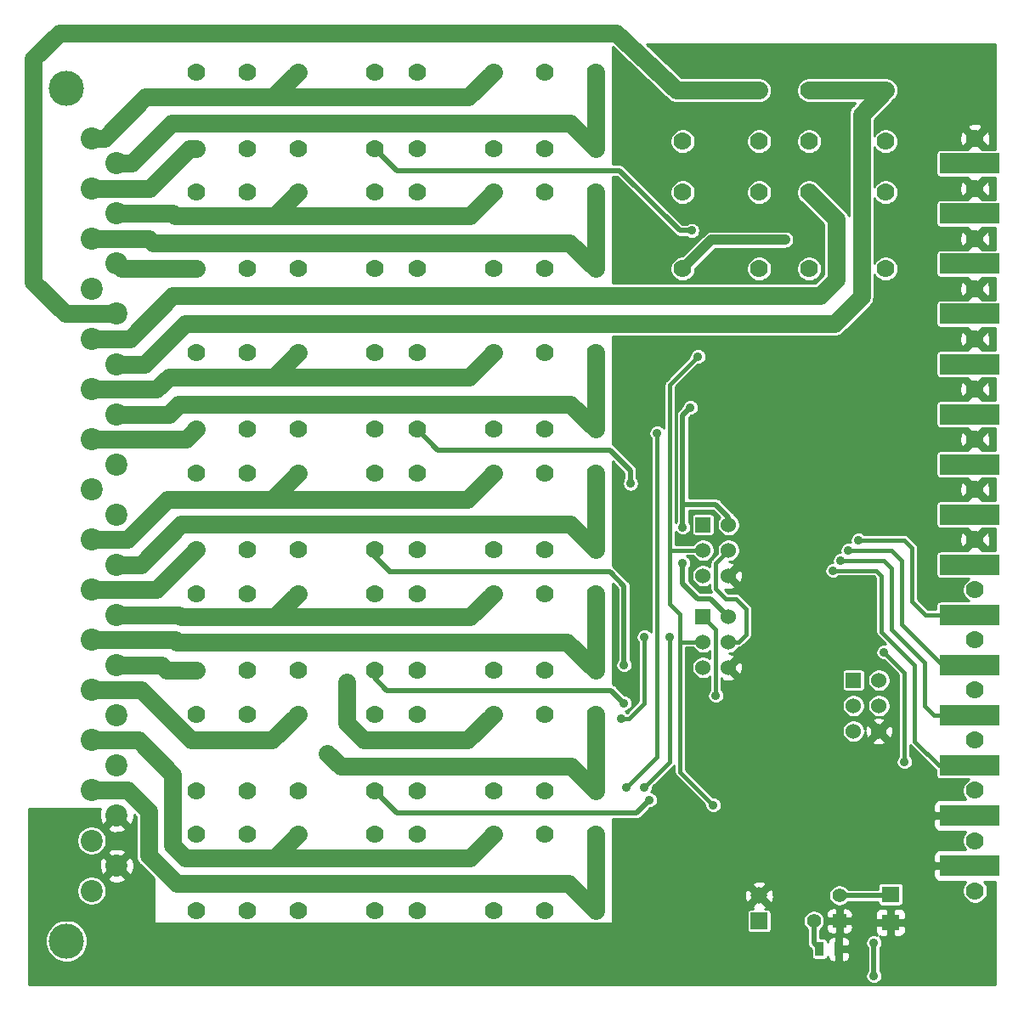
<source format=gbl>
G04 #@! TF.GenerationSoftware,KiCad,Pcbnew,(5.1.5)-3*
G04 #@! TF.CreationDate,2021-08-30T19:37:19+02:00*
G04 #@! TF.ProjectId,fsz,66737a2e-6b69-4636-9164-5f7063625858,0427 -*
G04 #@! TF.SameCoordinates,Original*
G04 #@! TF.FileFunction,Copper,L2,Bot*
G04 #@! TF.FilePolarity,Positive*
%FSLAX46Y46*%
G04 Gerber Fmt 4.6, Leading zero omitted, Abs format (unit mm)*
G04 Created by KiCad (PCBNEW (5.1.5)-3) date 2021-08-30 19:37:19*
%MOMM*%
%LPD*%
G04 APERTURE LIST*
%ADD10R,0.889000X1.397000*%
%ADD11R,1.651000X1.651000*%
%ADD12C,1.651000*%
%ADD13R,1.803400X1.600200*%
%ADD14C,3.500120*%
%ADD15C,2.199640*%
%ADD16C,1.778000*%
%ADD17R,5.999480X1.998980*%
%ADD18R,1.524000X1.524000*%
%ADD19C,1.524000*%
%ADD20C,1.397000*%
%ADD21R,1.397000X1.397000*%
%ADD22C,0.889000*%
%ADD23C,1.016000*%
%ADD24C,0.508000*%
%ADD25C,1.778000*%
%ADD26C,0.381000*%
%ADD27C,0.254000*%
G04 APERTURE END LIST*
D10*
X146240500Y-144907000D03*
X148145500Y-144907000D03*
D11*
X140208000Y-142113000D03*
D12*
X140208000Y-139573000D03*
D13*
X153289000Y-142240000D03*
X153289000Y-139446000D03*
D14*
X71198740Y-144101820D03*
D15*
X73700640Y-64099440D03*
X73698100Y-104099360D03*
X73698100Y-109100620D03*
X73698100Y-119100600D03*
X73698100Y-114099340D03*
X73698100Y-134099300D03*
X73698100Y-139100560D03*
X73698100Y-129100580D03*
X73698100Y-124099320D03*
X73698100Y-84099400D03*
X73698100Y-89100660D03*
X73698100Y-99100640D03*
X73698100Y-94099380D03*
X73698100Y-74099420D03*
X73698100Y-79100680D03*
X73698100Y-69100700D03*
X76200000Y-66601340D03*
X76200000Y-76601320D03*
X76200000Y-71600060D03*
X76200000Y-91600020D03*
X76200000Y-96601280D03*
X76200000Y-86601300D03*
X76200000Y-81600040D03*
X76200000Y-121599960D03*
X76200000Y-126601220D03*
X76200000Y-136601200D03*
X76200000Y-131599940D03*
X76200000Y-111599980D03*
X76200000Y-116601240D03*
X76200000Y-106601260D03*
X76200000Y-101600000D03*
D14*
X71198740Y-59100720D03*
D16*
X161719260Y-139100560D03*
D17*
X161218880Y-136601200D03*
D16*
X161719260Y-134099300D03*
D17*
X161218880Y-131599940D03*
D16*
X161719260Y-129100580D03*
D17*
X161218880Y-126601220D03*
D16*
X161719260Y-124099320D03*
D17*
X161218880Y-121599960D03*
D16*
X161719260Y-119100600D03*
D17*
X161218880Y-116601240D03*
D16*
X161719260Y-114099340D03*
D17*
X161218880Y-111599980D03*
D16*
X161719260Y-109100620D03*
D17*
X161218880Y-106601260D03*
D16*
X161719260Y-104099360D03*
D17*
X161218880Y-101600000D03*
D16*
X161719260Y-99100640D03*
D17*
X161218880Y-96601280D03*
D16*
X161719260Y-94099380D03*
D17*
X161218880Y-91600020D03*
D16*
X161719260Y-89100660D03*
D17*
X161218880Y-86601300D03*
D16*
X161719260Y-84099400D03*
D17*
X161218880Y-81600040D03*
D16*
X161719260Y-79100680D03*
D17*
X161218880Y-76601320D03*
D16*
X161719260Y-74099420D03*
D17*
X161218880Y-71600060D03*
D16*
X161719260Y-69100700D03*
D17*
X161218880Y-66601340D03*
D16*
X161719260Y-64099440D03*
D18*
X149606000Y-118110000D03*
D19*
X152146000Y-118110000D03*
X149606000Y-120650000D03*
X152146000Y-120650000D03*
X149606000Y-123190000D03*
X152146000Y-123190000D03*
X137160000Y-107696000D03*
X134620000Y-107696000D03*
X137160000Y-105156000D03*
X134620000Y-105156000D03*
X137160000Y-102616000D03*
D18*
X134620000Y-102616000D03*
X134620000Y-111760000D03*
D19*
X137160000Y-111760000D03*
X134620000Y-114300000D03*
X137160000Y-114300000D03*
X134620000Y-116840000D03*
X137160000Y-116840000D03*
D16*
X123890000Y-133490000D03*
X118810000Y-133490000D03*
X113730000Y-133490000D03*
X123890000Y-141110000D03*
X118810000Y-141110000D03*
X113730000Y-141110000D03*
X106110000Y-133490000D03*
X106110000Y-141110000D03*
X84110000Y-141110000D03*
X89190000Y-141110000D03*
X94270000Y-141110000D03*
X84110000Y-133490000D03*
X89190000Y-133490000D03*
X94270000Y-133490000D03*
X101890000Y-141110000D03*
X101890000Y-133490000D03*
X101890000Y-121490000D03*
X101890000Y-129110000D03*
X94270000Y-121490000D03*
X89190000Y-121490000D03*
X84110000Y-121490000D03*
X94270000Y-129110000D03*
X89190000Y-129110000D03*
X84110000Y-129110000D03*
X101890000Y-109490000D03*
X101890000Y-117110000D03*
X94270000Y-109490000D03*
X89190000Y-109490000D03*
X84110000Y-109490000D03*
X94270000Y-117110000D03*
X89190000Y-117110000D03*
X84110000Y-117110000D03*
X123890000Y-109490000D03*
X118810000Y-109490000D03*
X113730000Y-109490000D03*
X123890000Y-117110000D03*
X118810000Y-117110000D03*
X113730000Y-117110000D03*
X106110000Y-109490000D03*
X106110000Y-117110000D03*
X101890000Y-97490000D03*
X101890000Y-105110000D03*
X94270000Y-97490000D03*
X89190000Y-97490000D03*
X84110000Y-97490000D03*
X94270000Y-105110000D03*
X89190000Y-105110000D03*
X84110000Y-105110000D03*
X106110000Y-105110000D03*
X106110000Y-97490000D03*
X113730000Y-105110000D03*
X118810000Y-105110000D03*
X123890000Y-105110000D03*
X113730000Y-97490000D03*
X118810000Y-97490000D03*
X123890000Y-97490000D03*
X123890000Y-121490000D03*
X118810000Y-121490000D03*
X113730000Y-121490000D03*
X123890000Y-129110000D03*
X118810000Y-129110000D03*
X113730000Y-129110000D03*
X106110000Y-121490000D03*
X106110000Y-129110000D03*
X84110000Y-93110000D03*
X89190000Y-93110000D03*
X94270000Y-93110000D03*
X84110000Y-85490000D03*
X89190000Y-85490000D03*
X94270000Y-85490000D03*
X101890000Y-93110000D03*
X101890000Y-85490000D03*
X106110000Y-93110000D03*
X106110000Y-85490000D03*
X113730000Y-93110000D03*
X118810000Y-93110000D03*
X123890000Y-93110000D03*
X113730000Y-85490000D03*
X118810000Y-85490000D03*
X123890000Y-85490000D03*
X152810000Y-77090000D03*
X145190000Y-77090000D03*
X152810000Y-69470000D03*
X152810000Y-64390000D03*
X152810000Y-59310000D03*
X145190000Y-69470000D03*
X145190000Y-64390000D03*
X145190000Y-59310000D03*
X140210000Y-77090000D03*
X132590000Y-77090000D03*
X140210000Y-69470000D03*
X140210000Y-64390000D03*
X140210000Y-59310000D03*
X132590000Y-69470000D03*
X132590000Y-64390000D03*
X132590000Y-59310000D03*
X84110000Y-77110000D03*
X89190000Y-77110000D03*
X94270000Y-77110000D03*
X84110000Y-69490000D03*
X89190000Y-69490000D03*
X94270000Y-69490000D03*
X101890000Y-77110000D03*
X101890000Y-69490000D03*
X106110000Y-77110000D03*
X106110000Y-69490000D03*
X113730000Y-77110000D03*
X118810000Y-77110000D03*
X123890000Y-77110000D03*
X113730000Y-69490000D03*
X118810000Y-69490000D03*
X123890000Y-69490000D03*
X84110000Y-65110000D03*
X89190000Y-65110000D03*
X94270000Y-65110000D03*
X84110000Y-57490000D03*
X89190000Y-57490000D03*
X94270000Y-57490000D03*
X101890000Y-65110000D03*
X101890000Y-57490000D03*
X123890000Y-57490000D03*
X118810000Y-57490000D03*
X113730000Y-57490000D03*
X123890000Y-65110000D03*
X118810000Y-65110000D03*
X113730000Y-65110000D03*
X106110000Y-57490000D03*
X106110000Y-65110000D03*
D20*
X145669000Y-142113000D03*
D21*
X148209000Y-142113000D03*
D20*
X148209000Y-139573000D03*
D22*
X142800000Y-74200000D03*
X133350000Y-90932000D03*
X132588000Y-102870000D03*
X132588000Y-106426000D03*
X97200000Y-125400000D03*
X99100000Y-118300000D03*
X127400000Y-98500000D03*
X133500000Y-73300000D03*
X126746000Y-116586000D03*
X126746000Y-120396000D03*
X129286000Y-130048000D03*
X154686000Y-126238000D03*
X152654000Y-115316000D03*
X156464000Y-107188000D03*
X151384000Y-108204000D03*
X145542000Y-108204000D03*
X145542000Y-130302000D03*
X136906000Y-129032000D03*
X139446000Y-127000000D03*
X146304000Y-86868000D03*
X156972000Y-84582000D03*
X154686000Y-81788000D03*
X147320000Y-94488000D03*
X155956000Y-99568000D03*
X149098000Y-109728000D03*
X148590000Y-113792000D03*
X147320000Y-102362000D03*
X140208000Y-114046000D03*
X134874000Y-89408000D03*
X150368000Y-130556000D03*
X130000000Y-87400000D03*
X132700000Y-85200000D03*
X148336000Y-106172000D03*
X135890000Y-119634000D03*
X150114000Y-104140000D03*
X128778000Y-113792000D03*
X126492000Y-121920000D03*
X149098000Y-105156000D03*
X131318000Y-113792000D03*
X128778000Y-128778000D03*
X147574000Y-107188000D03*
X134620000Y-114300000D03*
X135636000Y-130556000D03*
X134112000Y-85852000D03*
X127000000Y-128778000D03*
X130048000Y-93472000D03*
X151638000Y-147574000D03*
X151638000Y-144272000D03*
D23*
X132590000Y-77090000D02*
X135480000Y-74200000D01*
X135480000Y-74200000D02*
X142800000Y-74200000D01*
D24*
X145669000Y-144335500D02*
X145669000Y-142113000D01*
X146240500Y-144907000D02*
X145669000Y-144335500D01*
X137160000Y-102616000D02*
X137160000Y-101854000D01*
X135890000Y-100584000D02*
X132588000Y-100584000D01*
X137160000Y-101854000D02*
X135890000Y-100584000D01*
X137160000Y-111760000D02*
X135382000Y-109982000D01*
X132588000Y-91694000D02*
X133350000Y-90932000D01*
X132588000Y-102870000D02*
X132588000Y-100584000D01*
X132588000Y-100584000D02*
X132588000Y-91694000D01*
X132588000Y-108458000D02*
X132588000Y-106426000D01*
X134112000Y-109982000D02*
X132588000Y-108458000D01*
X135382000Y-109982000D02*
X134112000Y-109982000D01*
X153162000Y-139573000D02*
X148209000Y-139573000D01*
X153289000Y-139446000D02*
X153162000Y-139573000D01*
D25*
X123890000Y-141110000D02*
X123890000Y-133490000D01*
X73698100Y-129100580D02*
X77300580Y-129100580D01*
X121180000Y-138400000D02*
X123890000Y-141110000D01*
X82200000Y-138400000D02*
X121180000Y-138400000D01*
X79400000Y-135600000D02*
X82200000Y-138400000D01*
X79400000Y-131200000D02*
X79400000Y-135600000D01*
X77300580Y-129100580D02*
X79400000Y-131200000D01*
X73698100Y-69100700D02*
X79499300Y-69100700D01*
X83490000Y-65110000D02*
X84110000Y-65110000D01*
X79499300Y-69100700D02*
X83490000Y-65110000D01*
X76200000Y-116601240D02*
X80701240Y-116601240D01*
X81210000Y-117110000D02*
X84110000Y-117110000D01*
X80701240Y-116601240D02*
X81210000Y-117110000D01*
X73698100Y-109100620D02*
X80119380Y-109100620D01*
X80119380Y-109100620D02*
X84110000Y-105110000D01*
X123890000Y-129110000D02*
X123890000Y-121490000D01*
X121480000Y-126700000D02*
X123890000Y-129110000D01*
X98500000Y-126700000D02*
X121480000Y-126700000D01*
X97200000Y-125400000D02*
X98500000Y-126700000D01*
X73698100Y-94099380D02*
X83120620Y-94099380D01*
X83120620Y-94099380D02*
X84110000Y-93110000D01*
X145190000Y-59310000D02*
X152810000Y-59310000D01*
X76200000Y-86601300D02*
X78998700Y-86601300D01*
X150400000Y-61720000D02*
X152810000Y-59310000D01*
X150400000Y-79900000D02*
X150400000Y-61720000D01*
X147700000Y-82600000D02*
X150400000Y-79900000D01*
X83000000Y-82600000D02*
X147700000Y-82600000D01*
X78998700Y-86601300D02*
X83000000Y-82600000D01*
X132590000Y-59310000D02*
X132010000Y-59310000D01*
X71100040Y-81600040D02*
X76200000Y-81600040D01*
X67900000Y-78400000D02*
X71100040Y-81600040D01*
X67900000Y-56200000D02*
X67900000Y-78400000D01*
X70500000Y-53600000D02*
X67900000Y-56200000D01*
X126000000Y-53600000D02*
X70500000Y-53600000D01*
X132010000Y-59310000D02*
X126000000Y-53600000D01*
X132590000Y-59310000D02*
X140210000Y-59310000D01*
X76200000Y-76601320D02*
X76708680Y-77110000D01*
X76708680Y-77110000D02*
X84110000Y-77110000D01*
X123890000Y-65110000D02*
X123890000Y-57490000D01*
X76200000Y-66601340D02*
X77698660Y-66601340D01*
X121380000Y-62600000D02*
X123890000Y-65110000D01*
X81700000Y-62600000D02*
X121380000Y-62600000D01*
X77698660Y-66601340D02*
X81700000Y-62600000D01*
X123890000Y-117110000D02*
X123890000Y-109490000D01*
X73698100Y-114099340D02*
X81999340Y-114099340D01*
X121080000Y-114300000D02*
X123890000Y-117110000D01*
X82200000Y-114300000D02*
X121080000Y-114300000D01*
X81999340Y-114099340D02*
X82200000Y-114300000D01*
X123890000Y-105110000D02*
X123890000Y-97490000D01*
X76200000Y-106601260D02*
X78598740Y-106601260D01*
X121380000Y-102600000D02*
X123890000Y-105110000D01*
X82600000Y-102600000D02*
X121380000Y-102600000D01*
X78598740Y-106601260D02*
X82600000Y-102600000D01*
X123890000Y-93110000D02*
X123890000Y-85490000D01*
X76200000Y-91600020D02*
X81399980Y-91600020D01*
X121380000Y-90600000D02*
X123890000Y-93110000D01*
X82400000Y-90600000D02*
X121380000Y-90600000D01*
X81399980Y-91600020D02*
X82400000Y-90600000D01*
X123890000Y-77110000D02*
X123890000Y-69490000D01*
X73698100Y-74099420D02*
X79399420Y-74099420D01*
X121280000Y-74500000D02*
X123890000Y-77110000D01*
X79800000Y-74500000D02*
X121280000Y-74500000D01*
X79399420Y-74099420D02*
X79800000Y-74500000D01*
X91960000Y-135800000D02*
X111420000Y-135800000D01*
X111420000Y-135800000D02*
X113730000Y-133490000D01*
X73698100Y-124099320D02*
X78399320Y-124099320D01*
X91960000Y-135800000D02*
X94270000Y-133490000D01*
X83000000Y-135800000D02*
X91960000Y-135800000D01*
X81800000Y-134600000D02*
X83000000Y-135800000D01*
X81800000Y-127500000D02*
X81800000Y-134600000D01*
X78399320Y-124099320D02*
X81800000Y-127500000D01*
X91760000Y-60000000D02*
X111220000Y-60000000D01*
X111220000Y-60000000D02*
X113730000Y-57490000D01*
X73700640Y-64099440D02*
X75000560Y-64099440D01*
X91760000Y-60000000D02*
X94270000Y-57490000D01*
X79100000Y-60000000D02*
X91760000Y-60000000D01*
X75000560Y-64099440D02*
X79100000Y-60000000D01*
X73698100Y-119100600D02*
X78600600Y-119100600D01*
X91660000Y-124100000D02*
X94270000Y-121490000D01*
X83600000Y-124100000D02*
X91660000Y-124100000D01*
X78600600Y-119100600D02*
X83600000Y-124100000D01*
X91960000Y-111800000D02*
X111420000Y-111800000D01*
X111420000Y-111800000D02*
X113730000Y-109490000D01*
X76200000Y-111599980D02*
X82399980Y-111599980D01*
X91960000Y-111800000D02*
X94270000Y-109490000D01*
X82600000Y-111800000D02*
X91960000Y-111800000D01*
X82399980Y-111599980D02*
X82600000Y-111800000D01*
X91660000Y-100100000D02*
X111120000Y-100100000D01*
X111120000Y-100100000D02*
X113730000Y-97490000D01*
X73698100Y-104099360D02*
X77300640Y-104099360D01*
X91660000Y-100100000D02*
X94270000Y-97490000D01*
X81300000Y-100100000D02*
X91660000Y-100100000D01*
X77300640Y-104099360D02*
X81300000Y-100100000D01*
X99100000Y-118300000D02*
X99100000Y-122400000D01*
X111120000Y-124100000D02*
X113730000Y-121490000D01*
X100800000Y-124100000D02*
X111120000Y-124100000D01*
X99100000Y-122400000D02*
X100800000Y-124100000D01*
X91860000Y-87900000D02*
X111320000Y-87900000D01*
X111320000Y-87900000D02*
X113730000Y-85490000D01*
X73698100Y-89100660D02*
X80199340Y-89100660D01*
X91860000Y-87900000D02*
X94270000Y-85490000D01*
X81400000Y-87900000D02*
X91860000Y-87900000D01*
X80199340Y-89100660D02*
X81400000Y-87900000D01*
X73698100Y-84099400D02*
X77500600Y-84099400D01*
X147900000Y-72180000D02*
X145190000Y-69470000D01*
X147900000Y-78200000D02*
X147900000Y-72180000D01*
X146300000Y-79800000D02*
X147900000Y-78200000D01*
X81800000Y-79800000D02*
X146300000Y-79800000D01*
X77500600Y-84099400D02*
X81800000Y-79800000D01*
X91960000Y-71800000D02*
X111420000Y-71800000D01*
X111420000Y-71800000D02*
X113730000Y-69490000D01*
X76200000Y-71600060D02*
X81799940Y-71600060D01*
X91960000Y-71800000D02*
X94270000Y-69490000D01*
X81999880Y-71800000D02*
X91960000Y-71800000D01*
X81799940Y-71600060D02*
X81999880Y-71800000D01*
D24*
X108200000Y-95200000D02*
X106110000Y-93110000D01*
X125400000Y-95200000D02*
X108200000Y-95200000D01*
X127400000Y-97200000D02*
X125400000Y-95200000D01*
X127400000Y-98500000D02*
X127400000Y-97200000D01*
X104080000Y-67300000D02*
X101890000Y-65110000D01*
X126300000Y-67300000D02*
X104080000Y-67300000D01*
X132300000Y-73300000D02*
X126300000Y-67300000D01*
X133500000Y-73300000D02*
X132300000Y-73300000D01*
X124998000Y-107300000D02*
X125334000Y-107300000D01*
X103400000Y-107300000D02*
X124998000Y-107300000D01*
X126746000Y-108712000D02*
X126746000Y-116586000D01*
X125334000Y-107300000D02*
X126746000Y-108712000D01*
X103400000Y-107300000D02*
X101890000Y-105790000D01*
X101890000Y-105790000D02*
X101890000Y-105110000D01*
X103380000Y-107300000D02*
X103400000Y-107300000D01*
X101890000Y-117110000D02*
X101890000Y-117892000D01*
X125476000Y-119126000D02*
X126746000Y-120396000D01*
X103124000Y-119126000D02*
X125476000Y-119126000D01*
X101890000Y-117892000D02*
X103124000Y-119126000D01*
X101890000Y-129110000D02*
X104098000Y-131318000D01*
X128016000Y-131318000D02*
X129286000Y-130048000D01*
X104098000Y-131318000D02*
X128016000Y-131318000D01*
D26*
X154686000Y-117348000D02*
X154686000Y-126238000D01*
X152654000Y-115316000D02*
X154686000Y-117348000D01*
D24*
X157706060Y-131599940D02*
X156845000Y-132461000D01*
X153289000Y-142240000D02*
X155829000Y-142240000D01*
X161719260Y-131599940D02*
X157706060Y-131599940D01*
X156845000Y-132461000D02*
X156845000Y-137414000D01*
X156845000Y-137414000D02*
X157657800Y-136601200D01*
X157657800Y-136601200D02*
X161719260Y-136601200D01*
X156845000Y-141224000D02*
X156845000Y-137414000D01*
X155829000Y-142240000D02*
X156845000Y-141224000D01*
D26*
X161719260Y-121599960D02*
X157667960Y-121599960D01*
X152654000Y-106172000D02*
X148336000Y-106172000D01*
X153416000Y-106934000D02*
X152654000Y-106172000D01*
X153416000Y-113030000D02*
X153416000Y-106934000D01*
X156718000Y-116332000D02*
X153416000Y-113030000D01*
X156718000Y-120650000D02*
X156718000Y-116332000D01*
X157667960Y-121599960D02*
X156718000Y-120650000D01*
X134620000Y-111760000D02*
X135890000Y-113030000D01*
X135890000Y-113030000D02*
X135890000Y-119634000D01*
X161719260Y-111599980D02*
X156811980Y-111599980D01*
X154686000Y-104140000D02*
X150114000Y-104140000D01*
X155448000Y-104902000D02*
X154686000Y-104140000D01*
X155448000Y-110236000D02*
X155448000Y-104902000D01*
X156811980Y-111599980D02*
X155448000Y-110236000D01*
X137160000Y-114300000D02*
X138176000Y-114300000D01*
X135890000Y-106426000D02*
X137160000Y-105156000D01*
X135890000Y-108966000D02*
X135890000Y-106426000D01*
X136906000Y-109982000D02*
X135890000Y-108966000D01*
X137922000Y-109982000D02*
X136906000Y-109982000D01*
X138938000Y-110998000D02*
X137922000Y-109982000D01*
X138938000Y-113538000D02*
X138938000Y-110998000D01*
X138176000Y-114300000D02*
X138938000Y-113538000D01*
X126492000Y-121920000D02*
X127254000Y-121920000D01*
X127254000Y-121920000D02*
X128778000Y-120396000D01*
X128778000Y-120396000D02*
X128778000Y-113792000D01*
X161719260Y-116601240D02*
X158511240Y-116601240D01*
X153416000Y-105156000D02*
X149098000Y-105156000D01*
X154432000Y-106172000D02*
X153416000Y-105156000D01*
X154432000Y-112522000D02*
X154432000Y-106172000D01*
X158511240Y-116601240D02*
X154432000Y-112522000D01*
X128778000Y-128778000D02*
X131318000Y-126238000D01*
X131318000Y-126238000D02*
X131318000Y-113792000D01*
X161719260Y-126601220D02*
X158097220Y-126601220D01*
X151892000Y-107188000D02*
X147574000Y-107188000D01*
X152400000Y-107696000D02*
X151892000Y-107188000D01*
X152400000Y-113284000D02*
X152400000Y-107696000D01*
X155702000Y-116586000D02*
X152400000Y-113284000D01*
X155702000Y-124206000D02*
X155702000Y-116586000D01*
X158097220Y-126601220D02*
X155702000Y-124206000D01*
X134620000Y-114300000D02*
X132334000Y-114300000D01*
X134620000Y-105156000D02*
X131318000Y-105156000D01*
X133096000Y-128016000D02*
X132334000Y-127254000D01*
X133096000Y-128016000D02*
X135636000Y-130556000D01*
X132334000Y-115316000D02*
X132334000Y-114300000D01*
X132334000Y-127254000D02*
X132334000Y-115316000D01*
X132334000Y-111506000D02*
X131318000Y-110490000D01*
X131318000Y-106426000D02*
X131318000Y-110490000D01*
X131318000Y-105156000D02*
X131318000Y-106426000D01*
X132334000Y-114300000D02*
X132334000Y-111506000D01*
X131318000Y-88646000D02*
X131318000Y-105156000D01*
X134112000Y-85852000D02*
X131318000Y-88646000D01*
X130048000Y-113792000D02*
X130048000Y-93472000D01*
X127000000Y-128778000D02*
X130048000Y-125730000D01*
X130048000Y-125730000D02*
X130048000Y-113792000D01*
D24*
X151638000Y-144272000D02*
X151638000Y-147574000D01*
D27*
G36*
X163703000Y-54736967D02*
G01*
X163703000Y-65219007D01*
X162479617Y-65219007D01*
X161719260Y-64458650D01*
X160958903Y-65219007D01*
X158219140Y-65219007D01*
X158144451Y-65226363D01*
X158072632Y-65248149D01*
X158006444Y-65283528D01*
X157948429Y-65331139D01*
X157900818Y-65389154D01*
X157865439Y-65455342D01*
X157843653Y-65527161D01*
X157836297Y-65601850D01*
X157836297Y-67600830D01*
X157843653Y-67675519D01*
X157865439Y-67747338D01*
X157900818Y-67813526D01*
X157948429Y-67871541D01*
X158006444Y-67919152D01*
X158072632Y-67954531D01*
X158144451Y-67976317D01*
X158219140Y-67983673D01*
X160961443Y-67983673D01*
X161719260Y-68741490D01*
X162477077Y-67983673D01*
X163703000Y-67983673D01*
X163703000Y-70217727D01*
X162477077Y-70217727D01*
X161719260Y-69459910D01*
X160961443Y-70217727D01*
X158219140Y-70217727D01*
X158144451Y-70225083D01*
X158072632Y-70246869D01*
X158006444Y-70282248D01*
X157948429Y-70329859D01*
X157900818Y-70387874D01*
X157865439Y-70454062D01*
X157843653Y-70525881D01*
X157836297Y-70600570D01*
X157836297Y-72599550D01*
X157843653Y-72674239D01*
X157865439Y-72746058D01*
X157900818Y-72812246D01*
X157948429Y-72870261D01*
X158006444Y-72917872D01*
X158072632Y-72953251D01*
X158144451Y-72975037D01*
X158219140Y-72982393D01*
X160961443Y-72982393D01*
X161719260Y-73740210D01*
X162477077Y-72982393D01*
X163703000Y-72982393D01*
X163703000Y-75218987D01*
X162479617Y-75218987D01*
X161719260Y-74458630D01*
X160958903Y-75218987D01*
X158219140Y-75218987D01*
X158144451Y-75226343D01*
X158072632Y-75248129D01*
X158006444Y-75283508D01*
X157948429Y-75331119D01*
X157900818Y-75389134D01*
X157865439Y-75455322D01*
X157843653Y-75527141D01*
X157836297Y-75601830D01*
X157836297Y-77600810D01*
X157843653Y-77675499D01*
X157865439Y-77747318D01*
X157900818Y-77813506D01*
X157948429Y-77871521D01*
X158006444Y-77919132D01*
X158072632Y-77954511D01*
X158144451Y-77976297D01*
X158219140Y-77983653D01*
X160961443Y-77983653D01*
X161719260Y-78741470D01*
X162477077Y-77983653D01*
X163703000Y-77983653D01*
X163703000Y-80217707D01*
X162477077Y-80217707D01*
X161719260Y-79459890D01*
X160961443Y-80217707D01*
X158219140Y-80217707D01*
X158144451Y-80225063D01*
X158072632Y-80246849D01*
X158006444Y-80282228D01*
X157948429Y-80329839D01*
X157900818Y-80387854D01*
X157865439Y-80454042D01*
X157843653Y-80525861D01*
X157836297Y-80600550D01*
X157836297Y-82599530D01*
X157843653Y-82674219D01*
X157865439Y-82746038D01*
X157900818Y-82812226D01*
X157948429Y-82870241D01*
X158006444Y-82917852D01*
X158072632Y-82953231D01*
X158144451Y-82975017D01*
X158219140Y-82982373D01*
X160961443Y-82982373D01*
X161719260Y-83740190D01*
X162477077Y-82982373D01*
X163703000Y-82982373D01*
X163703000Y-85218967D01*
X162479617Y-85218967D01*
X161719260Y-84458610D01*
X160958903Y-85218967D01*
X158219140Y-85218967D01*
X158144451Y-85226323D01*
X158072632Y-85248109D01*
X158006444Y-85283488D01*
X157948429Y-85331099D01*
X157900818Y-85389114D01*
X157865439Y-85455302D01*
X157843653Y-85527121D01*
X157836297Y-85601810D01*
X157836297Y-87600790D01*
X157843653Y-87675479D01*
X157865439Y-87747298D01*
X157900818Y-87813486D01*
X157948429Y-87871501D01*
X158006444Y-87919112D01*
X158072632Y-87954491D01*
X158144451Y-87976277D01*
X158219140Y-87983633D01*
X160961443Y-87983633D01*
X161719260Y-88741450D01*
X162477077Y-87983633D01*
X163703000Y-87983633D01*
X163703000Y-90217687D01*
X162477077Y-90217687D01*
X161719260Y-89459870D01*
X160961443Y-90217687D01*
X158219140Y-90217687D01*
X158144451Y-90225043D01*
X158072632Y-90246829D01*
X158006444Y-90282208D01*
X157948429Y-90329819D01*
X157900818Y-90387834D01*
X157865439Y-90454022D01*
X157843653Y-90525841D01*
X157836297Y-90600530D01*
X157836297Y-92599510D01*
X157843653Y-92674199D01*
X157865439Y-92746018D01*
X157900818Y-92812206D01*
X157948429Y-92870221D01*
X158006444Y-92917832D01*
X158072632Y-92953211D01*
X158144451Y-92974997D01*
X158219140Y-92982353D01*
X160961443Y-92982353D01*
X161719260Y-93740170D01*
X162477077Y-92982353D01*
X163703000Y-92982353D01*
X163703000Y-95218947D01*
X162479617Y-95218947D01*
X161719260Y-94458590D01*
X160958903Y-95218947D01*
X158219140Y-95218947D01*
X158144451Y-95226303D01*
X158072632Y-95248089D01*
X158006444Y-95283468D01*
X157948429Y-95331079D01*
X157900818Y-95389094D01*
X157865439Y-95455282D01*
X157843653Y-95527101D01*
X157836297Y-95601790D01*
X157836297Y-97600770D01*
X157843653Y-97675459D01*
X157865439Y-97747278D01*
X157900818Y-97813466D01*
X157948429Y-97871481D01*
X158006444Y-97919092D01*
X158072632Y-97954471D01*
X158144451Y-97976257D01*
X158219140Y-97983613D01*
X160961443Y-97983613D01*
X161719260Y-98741430D01*
X162477077Y-97983613D01*
X163703000Y-97983613D01*
X163703000Y-100217667D01*
X162477077Y-100217667D01*
X161719260Y-99459850D01*
X160961443Y-100217667D01*
X158219140Y-100217667D01*
X158144451Y-100225023D01*
X158072632Y-100246809D01*
X158006444Y-100282188D01*
X157948429Y-100329799D01*
X157900818Y-100387814D01*
X157865439Y-100454002D01*
X157843653Y-100525821D01*
X157836297Y-100600510D01*
X157836297Y-102599490D01*
X157843653Y-102674179D01*
X157865439Y-102745998D01*
X157900818Y-102812186D01*
X157948429Y-102870201D01*
X158006444Y-102917812D01*
X158072632Y-102953191D01*
X158144451Y-102974977D01*
X158219140Y-102982333D01*
X160961443Y-102982333D01*
X161719260Y-103740150D01*
X162477077Y-102982333D01*
X163703000Y-102982333D01*
X163703000Y-105218927D01*
X162479617Y-105218927D01*
X161719260Y-104458570D01*
X160958903Y-105218927D01*
X158219140Y-105218927D01*
X158144451Y-105226283D01*
X158072632Y-105248069D01*
X158006444Y-105283448D01*
X157948429Y-105331059D01*
X157900818Y-105389074D01*
X157865439Y-105455262D01*
X157843653Y-105527081D01*
X157836297Y-105601770D01*
X157836297Y-107600750D01*
X157843653Y-107675439D01*
X157865439Y-107747258D01*
X157900818Y-107813446D01*
X157948429Y-107871461D01*
X158006444Y-107919072D01*
X158072632Y-107954451D01*
X158144451Y-107976237D01*
X158219140Y-107983593D01*
X161105070Y-107983593D01*
X160909682Y-108114147D01*
X160732787Y-108291042D01*
X160593801Y-108499049D01*
X160498065Y-108730175D01*
X160449260Y-108975536D01*
X160449260Y-109225704D01*
X160498065Y-109471065D01*
X160593801Y-109702191D01*
X160732787Y-109910198D01*
X160909682Y-110087093D01*
X161105070Y-110217647D01*
X158219140Y-110217647D01*
X158144451Y-110225003D01*
X158072632Y-110246789D01*
X158006444Y-110282168D01*
X157948429Y-110329779D01*
X157900818Y-110387794D01*
X157865439Y-110453982D01*
X157843653Y-110525801D01*
X157836297Y-110600490D01*
X157836297Y-111028480D01*
X157048703Y-111028480D01*
X156019500Y-109999278D01*
X156019500Y-104930074D01*
X156022265Y-104902000D01*
X156011231Y-104789966D01*
X155978552Y-104682238D01*
X155925484Y-104582955D01*
X155871963Y-104517739D01*
X155871961Y-104517737D01*
X155854067Y-104495933D01*
X155832262Y-104478038D01*
X155348025Y-103993802D01*
X160191529Y-103993802D01*
X160200291Y-104293876D01*
X160267426Y-104586475D01*
X160348216Y-104781521D01*
X160585826Y-104873584D01*
X161360050Y-104099360D01*
X162078470Y-104099360D01*
X162852694Y-104873584D01*
X163090304Y-104781521D01*
X163197042Y-104500936D01*
X163246991Y-104204918D01*
X163238229Y-103904844D01*
X163171094Y-103612245D01*
X163090304Y-103417199D01*
X162852694Y-103325136D01*
X162078470Y-104099360D01*
X161360050Y-104099360D01*
X160585826Y-103325136D01*
X160348216Y-103417199D01*
X160241478Y-103697784D01*
X160191529Y-103993802D01*
X155348025Y-103993802D01*
X155109970Y-103755748D01*
X155092067Y-103733933D01*
X155005045Y-103662516D01*
X154905762Y-103609448D01*
X154798034Y-103576769D01*
X154714074Y-103568500D01*
X154686000Y-103565735D01*
X154657926Y-103568500D01*
X150709933Y-103568500D01*
X150640225Y-103498792D01*
X150505021Y-103408452D01*
X150354789Y-103346224D01*
X150195305Y-103314500D01*
X150032695Y-103314500D01*
X149873211Y-103346224D01*
X149722979Y-103408452D01*
X149587775Y-103498792D01*
X149472792Y-103613775D01*
X149382452Y-103748979D01*
X149320224Y-103899211D01*
X149288500Y-104058695D01*
X149288500Y-104221305D01*
X149315614Y-104357614D01*
X149179305Y-104330500D01*
X149016695Y-104330500D01*
X148857211Y-104362224D01*
X148706979Y-104424452D01*
X148571775Y-104514792D01*
X148456792Y-104629775D01*
X148366452Y-104764979D01*
X148304224Y-104915211D01*
X148272500Y-105074695D01*
X148272500Y-105237305D01*
X148294221Y-105346500D01*
X148254695Y-105346500D01*
X148095211Y-105378224D01*
X147944979Y-105440452D01*
X147809775Y-105530792D01*
X147694792Y-105645775D01*
X147604452Y-105780979D01*
X147542224Y-105931211D01*
X147510500Y-106090695D01*
X147510500Y-106253305D01*
X147532221Y-106362500D01*
X147492695Y-106362500D01*
X147333211Y-106394224D01*
X147182979Y-106456452D01*
X147047775Y-106546792D01*
X146932792Y-106661775D01*
X146842452Y-106796979D01*
X146780224Y-106947211D01*
X146748500Y-107106695D01*
X146748500Y-107269305D01*
X146780224Y-107428789D01*
X146842452Y-107579021D01*
X146932792Y-107714225D01*
X147047775Y-107829208D01*
X147182979Y-107919548D01*
X147333211Y-107981776D01*
X147492695Y-108013500D01*
X147655305Y-108013500D01*
X147814789Y-107981776D01*
X147965021Y-107919548D01*
X148100225Y-107829208D01*
X148169933Y-107759500D01*
X151655278Y-107759500D01*
X151828501Y-107932724D01*
X151828500Y-113255926D01*
X151825735Y-113284000D01*
X151829107Y-113318239D01*
X151836769Y-113396033D01*
X151869448Y-113503761D01*
X151922516Y-113603044D01*
X151993933Y-113690067D01*
X152015748Y-113707970D01*
X152813914Y-114506137D01*
X152735305Y-114490500D01*
X152572695Y-114490500D01*
X152413211Y-114522224D01*
X152262979Y-114584452D01*
X152127775Y-114674792D01*
X152012792Y-114789775D01*
X151922452Y-114924979D01*
X151860224Y-115075211D01*
X151828500Y-115234695D01*
X151828500Y-115397305D01*
X151860224Y-115556789D01*
X151922452Y-115707021D01*
X152012792Y-115842225D01*
X152127775Y-115957208D01*
X152262979Y-116047548D01*
X152413211Y-116109776D01*
X152572695Y-116141500D01*
X152671278Y-116141500D01*
X154114500Y-117584723D01*
X154114501Y-125642066D01*
X154044792Y-125711775D01*
X153954452Y-125846979D01*
X153892224Y-125997211D01*
X153860500Y-126156695D01*
X153860500Y-126319305D01*
X153892224Y-126478789D01*
X153954452Y-126629021D01*
X154044792Y-126764225D01*
X154159775Y-126879208D01*
X154294979Y-126969548D01*
X154445211Y-127031776D01*
X154604695Y-127063500D01*
X154767305Y-127063500D01*
X154926789Y-127031776D01*
X155077021Y-126969548D01*
X155212225Y-126879208D01*
X155327208Y-126764225D01*
X155417548Y-126629021D01*
X155479776Y-126478789D01*
X155511500Y-126319305D01*
X155511500Y-126156695D01*
X155479776Y-125997211D01*
X155417548Y-125846979D01*
X155327208Y-125711775D01*
X155257500Y-125642067D01*
X155257500Y-124565236D01*
X155295933Y-124612067D01*
X155317748Y-124629970D01*
X157673254Y-126985477D01*
X157691153Y-127007287D01*
X157759649Y-127063500D01*
X157778175Y-127078704D01*
X157836297Y-127109771D01*
X157836297Y-127600710D01*
X157843653Y-127675399D01*
X157865439Y-127747218D01*
X157900818Y-127813406D01*
X157948429Y-127871421D01*
X158006444Y-127919032D01*
X158072632Y-127954411D01*
X158144451Y-127976197D01*
X158219140Y-127983553D01*
X161105070Y-127983553D01*
X160909682Y-128114107D01*
X160732787Y-128291002D01*
X160593801Y-128499009D01*
X160498065Y-128730135D01*
X160449260Y-128975496D01*
X160449260Y-129225664D01*
X160498065Y-129471025D01*
X160593801Y-129702151D01*
X160732787Y-129910158D01*
X160788058Y-129965429D01*
X158219140Y-129962378D01*
X158094658Y-129974638D01*
X157974960Y-130010948D01*
X157864646Y-130069913D01*
X157767955Y-130149265D01*
X157688603Y-130245956D01*
X157629638Y-130356270D01*
X157593328Y-130475968D01*
X157581068Y-130600450D01*
X157584140Y-131187190D01*
X157742890Y-131345940D01*
X160964880Y-131345940D01*
X160964880Y-131325940D01*
X161472880Y-131325940D01*
X161472880Y-131345940D01*
X161492880Y-131345940D01*
X161492880Y-131853940D01*
X161472880Y-131853940D01*
X161472880Y-131873940D01*
X160964880Y-131873940D01*
X160964880Y-131853940D01*
X157742890Y-131853940D01*
X157584140Y-132012690D01*
X157581068Y-132599430D01*
X157593328Y-132723912D01*
X157629638Y-132843610D01*
X157688603Y-132953924D01*
X157767955Y-133050615D01*
X157864646Y-133129967D01*
X157974960Y-133188932D01*
X158094658Y-133225242D01*
X158219140Y-133237502D01*
X160788058Y-133234451D01*
X160732787Y-133289722D01*
X160593801Y-133497729D01*
X160498065Y-133728855D01*
X160449260Y-133974216D01*
X160449260Y-134224384D01*
X160498065Y-134469745D01*
X160593801Y-134700871D01*
X160732787Y-134908878D01*
X160790601Y-134966692D01*
X158219140Y-134963638D01*
X158094658Y-134975898D01*
X157974960Y-135012208D01*
X157864646Y-135071173D01*
X157767955Y-135150525D01*
X157688603Y-135247216D01*
X157629638Y-135357530D01*
X157593328Y-135477228D01*
X157581068Y-135601710D01*
X157584140Y-136188450D01*
X157742890Y-136347200D01*
X160964880Y-136347200D01*
X160964880Y-136327200D01*
X161472880Y-136327200D01*
X161472880Y-136347200D01*
X161492880Y-136347200D01*
X161492880Y-136855200D01*
X161472880Y-136855200D01*
X161472880Y-136875200D01*
X160964880Y-136875200D01*
X160964880Y-136855200D01*
X157742890Y-136855200D01*
X157584140Y-137013950D01*
X157581068Y-137600690D01*
X157593328Y-137725172D01*
X157629638Y-137844870D01*
X157688603Y-137955184D01*
X157767955Y-138051875D01*
X157864646Y-138131227D01*
X157974960Y-138190192D01*
X158094658Y-138226502D01*
X158219140Y-138238762D01*
X160788058Y-138235711D01*
X160732787Y-138290982D01*
X160593801Y-138498989D01*
X160498065Y-138730115D01*
X160449260Y-138975476D01*
X160449260Y-139225644D01*
X160498065Y-139471005D01*
X160593801Y-139702131D01*
X160732787Y-139910138D01*
X160909682Y-140087033D01*
X161117689Y-140226019D01*
X161348815Y-140321755D01*
X161594176Y-140370560D01*
X161844344Y-140370560D01*
X162089705Y-140321755D01*
X162320831Y-140226019D01*
X162528838Y-140087033D01*
X162705733Y-139910138D01*
X162844719Y-139702131D01*
X162940455Y-139471005D01*
X162989260Y-139225644D01*
X162989260Y-138975476D01*
X162940455Y-138730115D01*
X162844719Y-138498989D01*
X162705733Y-138290982D01*
X162651652Y-138236901D01*
X163703000Y-138238150D01*
X163703000Y-148463000D01*
X67437000Y-148463000D01*
X67437000Y-143891929D01*
X69067680Y-143891929D01*
X69067680Y-144311711D01*
X69149576Y-144723427D01*
X69310219Y-145111255D01*
X69543438Y-145460291D01*
X69840269Y-145757122D01*
X70189305Y-145990341D01*
X70577133Y-146150984D01*
X70988849Y-146232880D01*
X71408631Y-146232880D01*
X71820347Y-146150984D01*
X72208175Y-145990341D01*
X72557211Y-145757122D01*
X72854042Y-145460291D01*
X73087261Y-145111255D01*
X73247904Y-144723427D01*
X73329800Y-144311711D01*
X73329800Y-143891929D01*
X73247904Y-143480213D01*
X73087261Y-143092385D01*
X72854042Y-142743349D01*
X72557211Y-142446518D01*
X72208175Y-142213299D01*
X71820347Y-142052656D01*
X71408631Y-141970760D01*
X70988849Y-141970760D01*
X70577133Y-142052656D01*
X70189305Y-142213299D01*
X69840269Y-142446518D01*
X69543438Y-142743349D01*
X69310219Y-143092385D01*
X69149576Y-143480213D01*
X69067680Y-143891929D01*
X67437000Y-143891929D01*
X67437000Y-138954712D01*
X72217280Y-138954712D01*
X72217280Y-139246408D01*
X72274187Y-139532499D01*
X72385814Y-139801991D01*
X72547872Y-140044528D01*
X72754132Y-140250788D01*
X72996669Y-140412846D01*
X73266161Y-140524473D01*
X73552252Y-140581380D01*
X73843948Y-140581380D01*
X74130039Y-140524473D01*
X74399531Y-140412846D01*
X74642068Y-140250788D01*
X74848328Y-140044528D01*
X75010386Y-139801991D01*
X75122013Y-139532499D01*
X75178920Y-139246408D01*
X75178920Y-138954712D01*
X75122013Y-138668621D01*
X75010386Y-138399129D01*
X74848328Y-138156592D01*
X74642068Y-137950332D01*
X74546838Y-137886701D01*
X75273709Y-137886701D01*
X75391790Y-138145736D01*
X75708643Y-138273732D01*
X76044379Y-138337454D01*
X76386095Y-138334453D01*
X76720660Y-138264844D01*
X77008210Y-138145736D01*
X77126291Y-137886701D01*
X76200000Y-136960410D01*
X75273709Y-137886701D01*
X74546838Y-137886701D01*
X74399531Y-137788274D01*
X74130039Y-137676647D01*
X73843948Y-137619740D01*
X73552252Y-137619740D01*
X73266161Y-137676647D01*
X72996669Y-137788274D01*
X72754132Y-137950332D01*
X72547872Y-138156592D01*
X72385814Y-138399129D01*
X72274187Y-138668621D01*
X72217280Y-138954712D01*
X67437000Y-138954712D01*
X67437000Y-136445579D01*
X74463746Y-136445579D01*
X74466747Y-136787295D01*
X74536356Y-137121860D01*
X74655464Y-137409410D01*
X74914499Y-137527491D01*
X75840790Y-136601200D01*
X76559210Y-136601200D01*
X77485501Y-137527491D01*
X77744536Y-137409410D01*
X77872532Y-137092557D01*
X77936254Y-136756821D01*
X77933253Y-136415105D01*
X77863644Y-136080540D01*
X77744536Y-135792990D01*
X77485501Y-135674909D01*
X76559210Y-136601200D01*
X75840790Y-136601200D01*
X74914499Y-135674909D01*
X74655464Y-135792990D01*
X74527468Y-136109843D01*
X74463746Y-136445579D01*
X67437000Y-136445579D01*
X67437000Y-133953452D01*
X72217280Y-133953452D01*
X72217280Y-134245148D01*
X72274187Y-134531239D01*
X72385814Y-134800731D01*
X72547872Y-135043268D01*
X72754132Y-135249528D01*
X72996669Y-135411586D01*
X73266161Y-135523213D01*
X73552252Y-135580120D01*
X73843948Y-135580120D01*
X74130039Y-135523213D01*
X74399531Y-135411586D01*
X74543036Y-135315699D01*
X75273709Y-135315699D01*
X76200000Y-136241990D01*
X77126291Y-135315699D01*
X77008210Y-135056664D01*
X76691357Y-134928668D01*
X76355621Y-134864946D01*
X76013905Y-134867947D01*
X75679340Y-134937556D01*
X75391790Y-135056664D01*
X75273709Y-135315699D01*
X74543036Y-135315699D01*
X74642068Y-135249528D01*
X74848328Y-135043268D01*
X75010386Y-134800731D01*
X75122013Y-134531239D01*
X75178920Y-134245148D01*
X75178920Y-133953452D01*
X75122013Y-133667361D01*
X75010386Y-133397869D01*
X74848328Y-133155332D01*
X74642068Y-132949072D01*
X74546838Y-132885441D01*
X75273709Y-132885441D01*
X75391790Y-133144476D01*
X75708643Y-133272472D01*
X76044379Y-133336194D01*
X76386095Y-133333193D01*
X76720660Y-133263584D01*
X77008210Y-133144476D01*
X77126291Y-132885441D01*
X76200000Y-131959150D01*
X75273709Y-132885441D01*
X74546838Y-132885441D01*
X74399531Y-132787014D01*
X74130039Y-132675387D01*
X73843948Y-132618480D01*
X73552252Y-132618480D01*
X73266161Y-132675387D01*
X72996669Y-132787014D01*
X72754132Y-132949072D01*
X72547872Y-133155332D01*
X72385814Y-133397869D01*
X72274187Y-133667361D01*
X72217280Y-133953452D01*
X67437000Y-133953452D01*
X67437000Y-130937000D01*
X74596781Y-130937000D01*
X74527468Y-131108583D01*
X74463746Y-131444319D01*
X74466747Y-131786035D01*
X74536356Y-132120600D01*
X74655464Y-132408150D01*
X74914499Y-132526231D01*
X75840790Y-131599940D01*
X75826648Y-131585798D01*
X76185858Y-131226588D01*
X76200000Y-131240730D01*
X76214143Y-131226588D01*
X76573353Y-131585798D01*
X76559210Y-131599940D01*
X77485501Y-132526231D01*
X77744536Y-132408150D01*
X77872532Y-132091297D01*
X77936254Y-131755561D01*
X77934276Y-131530327D01*
X78130000Y-131726051D01*
X78130001Y-135537617D01*
X78123857Y-135600000D01*
X78148377Y-135848963D01*
X78209047Y-136048962D01*
X78220998Y-136088359D01*
X78338926Y-136308988D01*
X78497631Y-136502370D01*
X78546086Y-136542136D01*
X79883000Y-137879050D01*
X79883000Y-142240000D01*
X79885440Y-142264776D01*
X79892667Y-142288601D01*
X79904403Y-142310557D01*
X79920197Y-142329803D01*
X79939443Y-142345597D01*
X79961399Y-142357333D01*
X79985224Y-142364560D01*
X80010112Y-142367000D01*
X83902354Y-142363577D01*
X83984916Y-142380000D01*
X84235084Y-142380000D01*
X84319490Y-142363211D01*
X88959996Y-142359130D01*
X89064916Y-142380000D01*
X89315084Y-142380000D01*
X89422047Y-142358724D01*
X94017638Y-142354683D01*
X94144916Y-142380000D01*
X94395084Y-142380000D01*
X94524603Y-142354237D01*
X101604101Y-142348012D01*
X101764916Y-142380000D01*
X102015084Y-142380000D01*
X102178438Y-142347507D01*
X105805528Y-142344318D01*
X105984916Y-142380000D01*
X106235084Y-142380000D01*
X106417176Y-142343780D01*
X113391991Y-142337647D01*
X113604916Y-142380000D01*
X113855084Y-142380000D01*
X114071011Y-142337050D01*
X118449633Y-142333200D01*
X118684916Y-142380000D01*
X118935084Y-142380000D01*
X119173567Y-142332563D01*
X123513644Y-142328747D01*
X123519555Y-142331195D01*
X123581059Y-142343429D01*
X123641037Y-142361623D01*
X123703415Y-142367767D01*
X123764916Y-142380000D01*
X123827620Y-142380000D01*
X123890000Y-142386144D01*
X123952380Y-142380000D01*
X124015084Y-142380000D01*
X124076585Y-142367767D01*
X124138963Y-142361623D01*
X124198941Y-142343429D01*
X124260445Y-142331195D01*
X124267957Y-142328083D01*
X125500112Y-142327000D01*
X125524886Y-142324538D01*
X125548704Y-142317290D01*
X125570650Y-142305535D01*
X125589881Y-142289724D01*
X125605659Y-142270465D01*
X125617375Y-142248498D01*
X125624581Y-142224667D01*
X125627000Y-142200000D01*
X125627000Y-141287500D01*
X138999657Y-141287500D01*
X138999657Y-142938500D01*
X139007013Y-143013189D01*
X139028799Y-143085008D01*
X139064178Y-143151196D01*
X139111789Y-143209211D01*
X139169804Y-143256822D01*
X139235992Y-143292201D01*
X139307811Y-143313987D01*
X139382500Y-143321343D01*
X141033500Y-143321343D01*
X141108189Y-143313987D01*
X141180008Y-143292201D01*
X141246196Y-143256822D01*
X141304211Y-143209211D01*
X141351822Y-143151196D01*
X141387201Y-143085008D01*
X141408987Y-143013189D01*
X141416343Y-142938500D01*
X141416343Y-142006679D01*
X144589500Y-142006679D01*
X144589500Y-142219321D01*
X144630985Y-142427878D01*
X144712360Y-142624335D01*
X144830498Y-142801141D01*
X144980859Y-142951502D01*
X145034001Y-142987010D01*
X145034000Y-144304319D01*
X145030929Y-144335500D01*
X145034000Y-144366681D01*
X145034000Y-144366691D01*
X145043188Y-144459981D01*
X145079498Y-144579679D01*
X145138463Y-144689993D01*
X145217815Y-144786685D01*
X145242050Y-144806574D01*
X145413157Y-144977681D01*
X145413157Y-145605500D01*
X145420513Y-145680189D01*
X145442299Y-145752008D01*
X145477678Y-145818196D01*
X145525289Y-145876211D01*
X145583304Y-145923822D01*
X145649492Y-145959201D01*
X145721311Y-145980987D01*
X145796000Y-145988343D01*
X146685000Y-145988343D01*
X146759689Y-145980987D01*
X146831508Y-145959201D01*
X146897696Y-145923822D01*
X146955711Y-145876211D01*
X147003322Y-145818196D01*
X147038701Y-145752008D01*
X147060487Y-145680189D01*
X147065385Y-145630452D01*
X147075188Y-145729982D01*
X147111498Y-145849680D01*
X147170463Y-145959994D01*
X147249815Y-146056685D01*
X147346506Y-146136037D01*
X147456820Y-146195002D01*
X147576518Y-146231312D01*
X147701000Y-146243572D01*
X147732750Y-146240500D01*
X147891500Y-146081750D01*
X147891500Y-145161000D01*
X148399500Y-145161000D01*
X148399500Y-146081750D01*
X148558250Y-146240500D01*
X148590000Y-146243572D01*
X148714482Y-146231312D01*
X148834180Y-146195002D01*
X148944494Y-146136037D01*
X149041185Y-146056685D01*
X149120537Y-145959994D01*
X149179502Y-145849680D01*
X149215812Y-145729982D01*
X149228072Y-145605500D01*
X149225000Y-145319750D01*
X149066250Y-145161000D01*
X148399500Y-145161000D01*
X147891500Y-145161000D01*
X147871500Y-145161000D01*
X147871500Y-144653000D01*
X147891500Y-144653000D01*
X147891500Y-143732250D01*
X148399500Y-143732250D01*
X148399500Y-144653000D01*
X149066250Y-144653000D01*
X149225000Y-144494250D01*
X149228072Y-144208500D01*
X149226319Y-144190695D01*
X150812500Y-144190695D01*
X150812500Y-144353305D01*
X150844224Y-144512789D01*
X150906452Y-144663021D01*
X150996792Y-144798225D01*
X151003000Y-144804433D01*
X151003001Y-147041566D01*
X150996792Y-147047775D01*
X150906452Y-147182979D01*
X150844224Y-147333211D01*
X150812500Y-147492695D01*
X150812500Y-147655305D01*
X150844224Y-147814789D01*
X150906452Y-147965021D01*
X150996792Y-148100225D01*
X151111775Y-148215208D01*
X151246979Y-148305548D01*
X151397211Y-148367776D01*
X151556695Y-148399500D01*
X151719305Y-148399500D01*
X151878789Y-148367776D01*
X152029021Y-148305548D01*
X152164225Y-148215208D01*
X152279208Y-148100225D01*
X152369548Y-147965021D01*
X152431776Y-147814789D01*
X152463500Y-147655305D01*
X152463500Y-147492695D01*
X152431776Y-147333211D01*
X152369548Y-147182979D01*
X152279208Y-147047775D01*
X152273000Y-147041567D01*
X152273000Y-144804433D01*
X152279208Y-144798225D01*
X152369548Y-144663021D01*
X152431776Y-144512789D01*
X152463500Y-144353305D01*
X152463500Y-144190695D01*
X152431776Y-144031211D01*
X152369548Y-143880979D01*
X152279208Y-143745775D01*
X152171707Y-143638274D01*
X152262818Y-143665912D01*
X152387300Y-143678172D01*
X152876250Y-143675100D01*
X153035000Y-143516350D01*
X153035000Y-142494000D01*
X153543000Y-142494000D01*
X153543000Y-143516350D01*
X153701750Y-143675100D01*
X154190700Y-143678172D01*
X154315182Y-143665912D01*
X154434880Y-143629602D01*
X154545194Y-143570637D01*
X154641885Y-143491285D01*
X154721237Y-143394594D01*
X154780202Y-143284280D01*
X154816512Y-143164582D01*
X154828772Y-143040100D01*
X154825700Y-142652750D01*
X154666950Y-142494000D01*
X153543000Y-142494000D01*
X153035000Y-142494000D01*
X151911050Y-142494000D01*
X151752300Y-142652750D01*
X151749228Y-143040100D01*
X151761488Y-143164582D01*
X151797798Y-143284280D01*
X151856763Y-143394594D01*
X151936115Y-143491285D01*
X151962401Y-143512857D01*
X151878789Y-143478224D01*
X151719305Y-143446500D01*
X151556695Y-143446500D01*
X151397211Y-143478224D01*
X151246979Y-143540452D01*
X151111775Y-143630792D01*
X150996792Y-143745775D01*
X150906452Y-143880979D01*
X150844224Y-144031211D01*
X150812500Y-144190695D01*
X149226319Y-144190695D01*
X149215812Y-144084018D01*
X149179502Y-143964320D01*
X149120537Y-143854006D01*
X149041185Y-143757315D01*
X148944494Y-143677963D01*
X148834180Y-143618998D01*
X148714482Y-143582688D01*
X148590000Y-143570428D01*
X148558250Y-143573500D01*
X148399500Y-143732250D01*
X147891500Y-143732250D01*
X147732750Y-143573500D01*
X147701000Y-143570428D01*
X147576518Y-143582688D01*
X147456820Y-143618998D01*
X147346506Y-143677963D01*
X147249815Y-143757315D01*
X147170463Y-143854006D01*
X147111498Y-143964320D01*
X147075188Y-144084018D01*
X147065385Y-144183548D01*
X147060487Y-144133811D01*
X147038701Y-144061992D01*
X147003322Y-143995804D01*
X146955711Y-143937789D01*
X146897696Y-143890178D01*
X146831508Y-143854799D01*
X146759689Y-143833013D01*
X146685000Y-143825657D01*
X146304000Y-143825657D01*
X146304000Y-142987010D01*
X146357141Y-142951502D01*
X146497143Y-142811500D01*
X146872428Y-142811500D01*
X146884688Y-142935982D01*
X146920998Y-143055680D01*
X146979963Y-143165994D01*
X147059315Y-143262685D01*
X147156006Y-143342037D01*
X147266320Y-143401002D01*
X147386018Y-143437312D01*
X147510500Y-143449572D01*
X147796250Y-143446500D01*
X147955000Y-143287750D01*
X147955000Y-142367000D01*
X148463000Y-142367000D01*
X148463000Y-143287750D01*
X148621750Y-143446500D01*
X148907500Y-143449572D01*
X149031982Y-143437312D01*
X149151680Y-143401002D01*
X149261994Y-143342037D01*
X149358685Y-143262685D01*
X149438037Y-143165994D01*
X149497002Y-143055680D01*
X149533312Y-142935982D01*
X149545572Y-142811500D01*
X149542500Y-142525750D01*
X149383750Y-142367000D01*
X148463000Y-142367000D01*
X147955000Y-142367000D01*
X147034250Y-142367000D01*
X146875500Y-142525750D01*
X146872428Y-142811500D01*
X146497143Y-142811500D01*
X146507502Y-142801141D01*
X146625640Y-142624335D01*
X146707015Y-142427878D01*
X146748500Y-142219321D01*
X146748500Y-142006679D01*
X146707015Y-141798122D01*
X146625640Y-141601665D01*
X146507502Y-141424859D01*
X146497143Y-141414500D01*
X146872428Y-141414500D01*
X146875500Y-141700250D01*
X147034250Y-141859000D01*
X147955000Y-141859000D01*
X147955000Y-140938250D01*
X148463000Y-140938250D01*
X148463000Y-141859000D01*
X149383750Y-141859000D01*
X149542500Y-141700250D01*
X149545298Y-141439900D01*
X151749228Y-141439900D01*
X151752300Y-141827250D01*
X151911050Y-141986000D01*
X153035000Y-141986000D01*
X153035000Y-140963650D01*
X153543000Y-140963650D01*
X153543000Y-141986000D01*
X154666950Y-141986000D01*
X154825700Y-141827250D01*
X154828772Y-141439900D01*
X154816512Y-141315418D01*
X154780202Y-141195720D01*
X154721237Y-141085406D01*
X154641885Y-140988715D01*
X154545194Y-140909363D01*
X154434880Y-140850398D01*
X154315182Y-140814088D01*
X154190700Y-140801828D01*
X153701750Y-140804900D01*
X153543000Y-140963650D01*
X153035000Y-140963650D01*
X152876250Y-140804900D01*
X152387300Y-140801828D01*
X152262818Y-140814088D01*
X152143120Y-140850398D01*
X152032806Y-140909363D01*
X151936115Y-140988715D01*
X151856763Y-141085406D01*
X151797798Y-141195720D01*
X151761488Y-141315418D01*
X151749228Y-141439900D01*
X149545298Y-141439900D01*
X149545572Y-141414500D01*
X149533312Y-141290018D01*
X149497002Y-141170320D01*
X149438037Y-141060006D01*
X149358685Y-140963315D01*
X149261994Y-140883963D01*
X149151680Y-140824998D01*
X149031982Y-140788688D01*
X148907500Y-140776428D01*
X148621750Y-140779500D01*
X148463000Y-140938250D01*
X147955000Y-140938250D01*
X147796250Y-140779500D01*
X147510500Y-140776428D01*
X147386018Y-140788688D01*
X147266320Y-140824998D01*
X147156006Y-140883963D01*
X147059315Y-140963315D01*
X146979963Y-141060006D01*
X146920998Y-141170320D01*
X146884688Y-141290018D01*
X146872428Y-141414500D01*
X146497143Y-141414500D01*
X146357141Y-141274498D01*
X146180335Y-141156360D01*
X145983878Y-141074985D01*
X145775321Y-141033500D01*
X145562679Y-141033500D01*
X145354122Y-141074985D01*
X145157665Y-141156360D01*
X144980859Y-141274498D01*
X144830498Y-141424859D01*
X144712360Y-141601665D01*
X144630985Y-141798122D01*
X144589500Y-142006679D01*
X141416343Y-142006679D01*
X141416343Y-141287500D01*
X141408987Y-141212811D01*
X141387201Y-141140992D01*
X141351822Y-141074804D01*
X141304211Y-141016789D01*
X141246196Y-140969178D01*
X141180008Y-140933799D01*
X141108189Y-140912013D01*
X141033500Y-140904657D01*
X140820743Y-140904657D01*
X140852106Y-140891666D01*
X140936273Y-140660484D01*
X140208000Y-139932210D01*
X139479727Y-140660484D01*
X139563894Y-140891666D01*
X139598810Y-140904657D01*
X139382500Y-140904657D01*
X139307811Y-140912013D01*
X139235992Y-140933799D01*
X139169804Y-140969178D01*
X139111789Y-141016789D01*
X139064178Y-141074804D01*
X139028799Y-141140992D01*
X139007013Y-141212811D01*
X138999657Y-141287500D01*
X125627000Y-141287500D01*
X125627000Y-139482555D01*
X138743223Y-139482555D01*
X138753722Y-139770057D01*
X138820110Y-140049987D01*
X138889334Y-140217106D01*
X139120516Y-140301273D01*
X139848790Y-139573000D01*
X140567210Y-139573000D01*
X141295484Y-140301273D01*
X141526666Y-140217106D01*
X141626987Y-139947470D01*
X141672777Y-139663445D01*
X141665592Y-139466679D01*
X147129500Y-139466679D01*
X147129500Y-139679321D01*
X147170985Y-139887878D01*
X147252360Y-140084335D01*
X147370498Y-140261141D01*
X147520859Y-140411502D01*
X147697665Y-140529640D01*
X147894122Y-140611015D01*
X148102679Y-140652500D01*
X148315321Y-140652500D01*
X148523878Y-140611015D01*
X148720335Y-140529640D01*
X148897141Y-140411502D01*
X149047502Y-140261141D01*
X149083010Y-140208000D01*
X152004457Y-140208000D01*
X152004457Y-140246100D01*
X152011813Y-140320789D01*
X152033599Y-140392608D01*
X152068978Y-140458796D01*
X152116589Y-140516811D01*
X152174604Y-140564422D01*
X152240792Y-140599801D01*
X152312611Y-140621587D01*
X152387300Y-140628943D01*
X154190700Y-140628943D01*
X154265389Y-140621587D01*
X154337208Y-140599801D01*
X154403396Y-140564422D01*
X154461411Y-140516811D01*
X154509022Y-140458796D01*
X154544401Y-140392608D01*
X154566187Y-140320789D01*
X154573543Y-140246100D01*
X154573543Y-138645900D01*
X154566187Y-138571211D01*
X154544401Y-138499392D01*
X154509022Y-138433204D01*
X154461411Y-138375189D01*
X154403396Y-138327578D01*
X154337208Y-138292199D01*
X154265389Y-138270413D01*
X154190700Y-138263057D01*
X152387300Y-138263057D01*
X152312611Y-138270413D01*
X152240792Y-138292199D01*
X152174604Y-138327578D01*
X152116589Y-138375189D01*
X152068978Y-138433204D01*
X152033599Y-138499392D01*
X152011813Y-138571211D01*
X152004457Y-138645900D01*
X152004457Y-138938000D01*
X149083010Y-138938000D01*
X149047502Y-138884859D01*
X148897141Y-138734498D01*
X148720335Y-138616360D01*
X148523878Y-138534985D01*
X148315321Y-138493500D01*
X148102679Y-138493500D01*
X147894122Y-138534985D01*
X147697665Y-138616360D01*
X147520859Y-138734498D01*
X147370498Y-138884859D01*
X147252360Y-139061665D01*
X147170985Y-139258122D01*
X147129500Y-139466679D01*
X141665592Y-139466679D01*
X141662278Y-139375943D01*
X141595890Y-139096013D01*
X141526666Y-138928894D01*
X141295484Y-138844727D01*
X140567210Y-139573000D01*
X139848790Y-139573000D01*
X139120516Y-138844727D01*
X138889334Y-138928894D01*
X138789013Y-139198530D01*
X138743223Y-139482555D01*
X125627000Y-139482555D01*
X125627000Y-138485516D01*
X139479727Y-138485516D01*
X140208000Y-139213790D01*
X140936273Y-138485516D01*
X140852106Y-138254334D01*
X140582470Y-138154013D01*
X140298445Y-138108223D01*
X140010943Y-138118722D01*
X139731013Y-138185110D01*
X139563894Y-138254334D01*
X139479727Y-138485516D01*
X125627000Y-138485516D01*
X125627000Y-131953000D01*
X127984819Y-131953000D01*
X128016000Y-131956071D01*
X128047181Y-131953000D01*
X128047192Y-131953000D01*
X128140482Y-131943812D01*
X128260180Y-131907502D01*
X128370494Y-131848537D01*
X128467185Y-131769185D01*
X128487074Y-131744950D01*
X129358525Y-130873500D01*
X129367305Y-130873500D01*
X129526789Y-130841776D01*
X129677021Y-130779548D01*
X129812225Y-130689208D01*
X129927208Y-130574225D01*
X130017548Y-130439021D01*
X130079776Y-130288789D01*
X130111500Y-130129305D01*
X130111500Y-129966695D01*
X130079776Y-129807211D01*
X130017548Y-129656979D01*
X129927208Y-129521775D01*
X129812225Y-129406792D01*
X129677021Y-129316452D01*
X129526789Y-129254224D01*
X129461319Y-129241201D01*
X129509548Y-129169021D01*
X129571776Y-129018789D01*
X129603500Y-128859305D01*
X129603500Y-128760722D01*
X131702258Y-126661965D01*
X131724067Y-126644067D01*
X131762500Y-126597236D01*
X131762500Y-127225926D01*
X131759735Y-127254000D01*
X131762500Y-127282073D01*
X131770769Y-127366033D01*
X131803448Y-127473761D01*
X131856516Y-127573044D01*
X131927933Y-127660067D01*
X131949748Y-127677970D01*
X132711739Y-128439963D01*
X132711750Y-128439972D01*
X134810500Y-130538723D01*
X134810500Y-130637305D01*
X134842224Y-130796789D01*
X134904452Y-130947021D01*
X134994792Y-131082225D01*
X135109775Y-131197208D01*
X135244979Y-131287548D01*
X135395211Y-131349776D01*
X135554695Y-131381500D01*
X135717305Y-131381500D01*
X135876789Y-131349776D01*
X136027021Y-131287548D01*
X136162225Y-131197208D01*
X136277208Y-131082225D01*
X136367548Y-130947021D01*
X136429776Y-130796789D01*
X136461500Y-130637305D01*
X136461500Y-130474695D01*
X136429776Y-130315211D01*
X136367548Y-130164979D01*
X136277208Y-130029775D01*
X136162225Y-129914792D01*
X136027021Y-129824452D01*
X135876789Y-129762224D01*
X135717305Y-129730500D01*
X135618723Y-129730500D01*
X133519972Y-127631750D01*
X133519963Y-127631739D01*
X132905500Y-127017278D01*
X132905500Y-123077424D01*
X148463000Y-123077424D01*
X148463000Y-123302576D01*
X148506925Y-123523401D01*
X148593087Y-123731413D01*
X148718174Y-123918620D01*
X148877380Y-124077826D01*
X149064587Y-124202913D01*
X149272599Y-124289075D01*
X149493424Y-124333000D01*
X149718576Y-124333000D01*
X149939401Y-124289075D01*
X150078533Y-124231444D01*
X151463766Y-124231444D01*
X151540001Y-124456216D01*
X151798671Y-124550111D01*
X152070690Y-124591737D01*
X152345602Y-124579495D01*
X152612843Y-124513855D01*
X152751999Y-124456216D01*
X152828234Y-124231444D01*
X152146000Y-123549210D01*
X151463766Y-124231444D01*
X150078533Y-124231444D01*
X150147413Y-124202913D01*
X150334620Y-124077826D01*
X150493826Y-123918620D01*
X150618913Y-123731413D01*
X150705075Y-123523401D01*
X150749000Y-123302576D01*
X150749000Y-123221066D01*
X150756505Y-123389602D01*
X150822145Y-123656843D01*
X150879784Y-123795999D01*
X151104556Y-123872234D01*
X151786790Y-123190000D01*
X152505210Y-123190000D01*
X153187444Y-123872234D01*
X153412216Y-123795999D01*
X153506111Y-123537329D01*
X153547737Y-123265310D01*
X153535495Y-122990398D01*
X153469855Y-122723157D01*
X153412216Y-122584001D01*
X153187444Y-122507766D01*
X152505210Y-123190000D01*
X151786790Y-123190000D01*
X151104556Y-122507766D01*
X150879784Y-122584001D01*
X150785889Y-122842671D01*
X150749000Y-123083734D01*
X150749000Y-123077424D01*
X150705075Y-122856599D01*
X150618913Y-122648587D01*
X150493826Y-122461380D01*
X150334620Y-122302174D01*
X150147413Y-122177087D01*
X149939401Y-122090925D01*
X149718576Y-122047000D01*
X149493424Y-122047000D01*
X149272599Y-122090925D01*
X149064587Y-122177087D01*
X148877380Y-122302174D01*
X148718174Y-122461380D01*
X148593087Y-122648587D01*
X148506925Y-122856599D01*
X148463000Y-123077424D01*
X132905500Y-123077424D01*
X132905500Y-120537424D01*
X148463000Y-120537424D01*
X148463000Y-120762576D01*
X148506925Y-120983401D01*
X148593087Y-121191413D01*
X148718174Y-121378620D01*
X148877380Y-121537826D01*
X149064587Y-121662913D01*
X149272599Y-121749075D01*
X149493424Y-121793000D01*
X149718576Y-121793000D01*
X149939401Y-121749075D01*
X150147413Y-121662913D01*
X150334620Y-121537826D01*
X150493826Y-121378620D01*
X150618913Y-121191413D01*
X150705075Y-120983401D01*
X150749000Y-120762576D01*
X150749000Y-120537424D01*
X151003000Y-120537424D01*
X151003000Y-120762576D01*
X151046925Y-120983401D01*
X151133087Y-121191413D01*
X151258174Y-121378620D01*
X151417380Y-121537826D01*
X151604587Y-121662913D01*
X151812599Y-121749075D01*
X152033424Y-121793000D01*
X152114934Y-121793000D01*
X151946398Y-121800505D01*
X151679157Y-121866145D01*
X151540001Y-121923784D01*
X151463766Y-122148556D01*
X152146000Y-122830790D01*
X152828234Y-122148556D01*
X152751999Y-121923784D01*
X152493329Y-121829889D01*
X152252266Y-121793000D01*
X152258576Y-121793000D01*
X152479401Y-121749075D01*
X152687413Y-121662913D01*
X152874620Y-121537826D01*
X153033826Y-121378620D01*
X153158913Y-121191413D01*
X153245075Y-120983401D01*
X153289000Y-120762576D01*
X153289000Y-120537424D01*
X153245075Y-120316599D01*
X153158913Y-120108587D01*
X153033826Y-119921380D01*
X152874620Y-119762174D01*
X152687413Y-119637087D01*
X152479401Y-119550925D01*
X152258576Y-119507000D01*
X152033424Y-119507000D01*
X151812599Y-119550925D01*
X151604587Y-119637087D01*
X151417380Y-119762174D01*
X151258174Y-119921380D01*
X151133087Y-120108587D01*
X151046925Y-120316599D01*
X151003000Y-120537424D01*
X150749000Y-120537424D01*
X150705075Y-120316599D01*
X150618913Y-120108587D01*
X150493826Y-119921380D01*
X150334620Y-119762174D01*
X150147413Y-119637087D01*
X149939401Y-119550925D01*
X149718576Y-119507000D01*
X149493424Y-119507000D01*
X149272599Y-119550925D01*
X149064587Y-119637087D01*
X148877380Y-119762174D01*
X148718174Y-119921380D01*
X148593087Y-120108587D01*
X148506925Y-120316599D01*
X148463000Y-120537424D01*
X132905500Y-120537424D01*
X132905500Y-114871500D01*
X133627190Y-114871500D01*
X133732174Y-115028620D01*
X133891380Y-115187826D01*
X134078587Y-115312913D01*
X134286599Y-115399075D01*
X134507424Y-115443000D01*
X134732576Y-115443000D01*
X134953401Y-115399075D01*
X135161413Y-115312913D01*
X135318500Y-115207951D01*
X135318500Y-115932049D01*
X135161413Y-115827087D01*
X134953401Y-115740925D01*
X134732576Y-115697000D01*
X134507424Y-115697000D01*
X134286599Y-115740925D01*
X134078587Y-115827087D01*
X133891380Y-115952174D01*
X133732174Y-116111380D01*
X133607087Y-116298587D01*
X133520925Y-116506599D01*
X133477000Y-116727424D01*
X133477000Y-116952576D01*
X133520925Y-117173401D01*
X133607087Y-117381413D01*
X133732174Y-117568620D01*
X133891380Y-117727826D01*
X134078587Y-117852913D01*
X134286599Y-117939075D01*
X134507424Y-117983000D01*
X134732576Y-117983000D01*
X134953401Y-117939075D01*
X135161413Y-117852913D01*
X135318501Y-117747951D01*
X135318501Y-119038066D01*
X135248792Y-119107775D01*
X135158452Y-119242979D01*
X135096224Y-119393211D01*
X135064500Y-119552695D01*
X135064500Y-119715305D01*
X135096224Y-119874789D01*
X135158452Y-120025021D01*
X135248792Y-120160225D01*
X135363775Y-120275208D01*
X135498979Y-120365548D01*
X135649211Y-120427776D01*
X135808695Y-120459500D01*
X135971305Y-120459500D01*
X136130789Y-120427776D01*
X136281021Y-120365548D01*
X136416225Y-120275208D01*
X136531208Y-120160225D01*
X136621548Y-120025021D01*
X136683776Y-119874789D01*
X136715500Y-119715305D01*
X136715500Y-119552695D01*
X136683776Y-119393211D01*
X136621548Y-119242979D01*
X136531208Y-119107775D01*
X136461500Y-119038067D01*
X136461500Y-117897713D01*
X136477767Y-117881446D01*
X136554001Y-118106216D01*
X136812671Y-118200111D01*
X137084690Y-118241737D01*
X137359602Y-118229495D01*
X137626843Y-118163855D01*
X137765999Y-118106216D01*
X137842234Y-117881444D01*
X137160000Y-117199210D01*
X137145858Y-117213353D01*
X136786648Y-116854143D01*
X136800790Y-116840000D01*
X137519210Y-116840000D01*
X138201444Y-117522234D01*
X138426216Y-117445999D01*
X138461788Y-117348000D01*
X148461157Y-117348000D01*
X148461157Y-118872000D01*
X148468513Y-118946689D01*
X148490299Y-119018508D01*
X148525678Y-119084696D01*
X148573289Y-119142711D01*
X148631304Y-119190322D01*
X148697492Y-119225701D01*
X148769311Y-119247487D01*
X148844000Y-119254843D01*
X150368000Y-119254843D01*
X150442689Y-119247487D01*
X150514508Y-119225701D01*
X150580696Y-119190322D01*
X150638711Y-119142711D01*
X150686322Y-119084696D01*
X150721701Y-119018508D01*
X150743487Y-118946689D01*
X150750843Y-118872000D01*
X150750843Y-117997424D01*
X151003000Y-117997424D01*
X151003000Y-118222576D01*
X151046925Y-118443401D01*
X151133087Y-118651413D01*
X151258174Y-118838620D01*
X151417380Y-118997826D01*
X151604587Y-119122913D01*
X151812599Y-119209075D01*
X152033424Y-119253000D01*
X152258576Y-119253000D01*
X152479401Y-119209075D01*
X152687413Y-119122913D01*
X152874620Y-118997826D01*
X153033826Y-118838620D01*
X153158913Y-118651413D01*
X153245075Y-118443401D01*
X153289000Y-118222576D01*
X153289000Y-117997424D01*
X153245075Y-117776599D01*
X153158913Y-117568587D01*
X153033826Y-117381380D01*
X152874620Y-117222174D01*
X152687413Y-117097087D01*
X152479401Y-117010925D01*
X152258576Y-116967000D01*
X152033424Y-116967000D01*
X151812599Y-117010925D01*
X151604587Y-117097087D01*
X151417380Y-117222174D01*
X151258174Y-117381380D01*
X151133087Y-117568587D01*
X151046925Y-117776599D01*
X151003000Y-117997424D01*
X150750843Y-117997424D01*
X150750843Y-117348000D01*
X150743487Y-117273311D01*
X150721701Y-117201492D01*
X150686322Y-117135304D01*
X150638711Y-117077289D01*
X150580696Y-117029678D01*
X150514508Y-116994299D01*
X150442689Y-116972513D01*
X150368000Y-116965157D01*
X148844000Y-116965157D01*
X148769311Y-116972513D01*
X148697492Y-116994299D01*
X148631304Y-117029678D01*
X148573289Y-117077289D01*
X148525678Y-117135304D01*
X148490299Y-117201492D01*
X148468513Y-117273311D01*
X148461157Y-117348000D01*
X138461788Y-117348000D01*
X138520111Y-117187329D01*
X138561737Y-116915310D01*
X138549495Y-116640398D01*
X138483855Y-116373157D01*
X138426216Y-116234001D01*
X138201444Y-116157766D01*
X137519210Y-116840000D01*
X136800790Y-116840000D01*
X136786648Y-116825858D01*
X137145858Y-116466648D01*
X137160000Y-116480790D01*
X137842234Y-115798556D01*
X137765999Y-115573784D01*
X137507329Y-115479889D01*
X137266266Y-115443000D01*
X137272576Y-115443000D01*
X137493401Y-115399075D01*
X137701413Y-115312913D01*
X137888620Y-115187826D01*
X138047826Y-115028620D01*
X138152508Y-114871951D01*
X138176000Y-114874265D01*
X138204074Y-114871500D01*
X138288034Y-114863231D01*
X138395762Y-114830552D01*
X138495045Y-114777484D01*
X138582067Y-114706067D01*
X138599970Y-114684252D01*
X139322263Y-113961961D01*
X139344067Y-113944067D01*
X139367315Y-113915740D01*
X139415484Y-113857045D01*
X139468552Y-113757762D01*
X139501231Y-113650034D01*
X139512265Y-113538000D01*
X139509500Y-113509926D01*
X139509500Y-111026074D01*
X139512265Y-110998000D01*
X139501231Y-110885966D01*
X139468552Y-110778238D01*
X139415484Y-110678955D01*
X139396655Y-110656012D01*
X139344067Y-110591933D01*
X139322257Y-110574034D01*
X138345970Y-109597748D01*
X138328067Y-109575933D01*
X138241045Y-109504516D01*
X138141762Y-109451448D01*
X138034034Y-109418769D01*
X137950074Y-109410500D01*
X137922000Y-109407735D01*
X137893926Y-109410500D01*
X137142723Y-109410500D01*
X136774465Y-109042243D01*
X136812671Y-109056111D01*
X137084690Y-109097737D01*
X137359602Y-109085495D01*
X137626843Y-109019855D01*
X137765999Y-108962216D01*
X137842234Y-108737444D01*
X137160000Y-108055210D01*
X137145858Y-108069353D01*
X136786648Y-107710143D01*
X136800790Y-107696000D01*
X137519210Y-107696000D01*
X138201444Y-108378234D01*
X138426216Y-108301999D01*
X138520111Y-108043329D01*
X138561737Y-107771310D01*
X138549495Y-107496398D01*
X138483855Y-107229157D01*
X138426216Y-107090001D01*
X138201444Y-107013766D01*
X137519210Y-107696000D01*
X136800790Y-107696000D01*
X136786648Y-107681858D01*
X137145858Y-107322648D01*
X137160000Y-107336790D01*
X137842234Y-106654556D01*
X137765999Y-106429784D01*
X137507329Y-106335889D01*
X137266266Y-106299000D01*
X137272576Y-106299000D01*
X137493401Y-106255075D01*
X137701413Y-106168913D01*
X137888620Y-106043826D01*
X138047826Y-105884620D01*
X138172913Y-105697413D01*
X138259075Y-105489401D01*
X138303000Y-105268576D01*
X138303000Y-105043424D01*
X138259075Y-104822599D01*
X138172913Y-104614587D01*
X138047826Y-104427380D01*
X137888620Y-104268174D01*
X137701413Y-104143087D01*
X137493401Y-104056925D01*
X137272576Y-104013000D01*
X137047424Y-104013000D01*
X136826599Y-104056925D01*
X136618587Y-104143087D01*
X136431380Y-104268174D01*
X136272174Y-104427380D01*
X136147087Y-104614587D01*
X136060925Y-104822599D01*
X136017000Y-105043424D01*
X136017000Y-105268576D01*
X136053866Y-105453912D01*
X135505744Y-106002034D01*
X135483934Y-106019933D01*
X135451080Y-106059966D01*
X135412516Y-106106956D01*
X135359448Y-106206239D01*
X135326769Y-106313967D01*
X135315735Y-106426000D01*
X135318501Y-106454084D01*
X135318501Y-106788049D01*
X135161413Y-106683087D01*
X134953401Y-106596925D01*
X134732576Y-106553000D01*
X134507424Y-106553000D01*
X134286599Y-106596925D01*
X134078587Y-106683087D01*
X133891380Y-106808174D01*
X133732174Y-106967380D01*
X133607087Y-107154587D01*
X133520925Y-107362599D01*
X133477000Y-107583424D01*
X133477000Y-107808576D01*
X133520925Y-108029401D01*
X133607087Y-108237413D01*
X133732174Y-108424620D01*
X133891380Y-108583826D01*
X134078587Y-108708913D01*
X134286599Y-108795075D01*
X134507424Y-108839000D01*
X134732576Y-108839000D01*
X134953401Y-108795075D01*
X135161413Y-108708913D01*
X135318500Y-108603951D01*
X135318500Y-108937926D01*
X135315735Y-108966000D01*
X135318500Y-108994073D01*
X135326769Y-109078033D01*
X135359448Y-109185761D01*
X135412516Y-109285044D01*
X135467773Y-109352376D01*
X135413192Y-109347000D01*
X135413181Y-109347000D01*
X135382000Y-109343929D01*
X135350819Y-109347000D01*
X134375026Y-109347000D01*
X133223000Y-108194976D01*
X133223000Y-106958433D01*
X133229208Y-106952225D01*
X133319548Y-106817021D01*
X133381776Y-106666789D01*
X133413500Y-106507305D01*
X133413500Y-106344695D01*
X133381776Y-106185211D01*
X133319548Y-106034979D01*
X133229208Y-105899775D01*
X133114225Y-105784792D01*
X133028481Y-105727500D01*
X133627190Y-105727500D01*
X133732174Y-105884620D01*
X133891380Y-106043826D01*
X134078587Y-106168913D01*
X134286599Y-106255075D01*
X134507424Y-106299000D01*
X134732576Y-106299000D01*
X134953401Y-106255075D01*
X135161413Y-106168913D01*
X135348620Y-106043826D01*
X135507826Y-105884620D01*
X135632913Y-105697413D01*
X135719075Y-105489401D01*
X135763000Y-105268576D01*
X135763000Y-105043424D01*
X135719075Y-104822599D01*
X135632913Y-104614587D01*
X135507826Y-104427380D01*
X135348620Y-104268174D01*
X135161413Y-104143087D01*
X134953401Y-104056925D01*
X134732576Y-104013000D01*
X134507424Y-104013000D01*
X134286599Y-104056925D01*
X134078587Y-104143087D01*
X133891380Y-104268174D01*
X133732174Y-104427380D01*
X133627190Y-104584500D01*
X131889500Y-104584500D01*
X131889500Y-103310481D01*
X131946792Y-103396225D01*
X132061775Y-103511208D01*
X132196979Y-103601548D01*
X132347211Y-103663776D01*
X132506695Y-103695500D01*
X132669305Y-103695500D01*
X132828789Y-103663776D01*
X132979021Y-103601548D01*
X133114225Y-103511208D01*
X133229208Y-103396225D01*
X133319548Y-103261021D01*
X133381776Y-103110789D01*
X133413500Y-102951305D01*
X133413500Y-102788695D01*
X133381776Y-102629211D01*
X133319548Y-102478979D01*
X133229208Y-102343775D01*
X133223000Y-102337567D01*
X133223000Y-101854000D01*
X133475157Y-101854000D01*
X133475157Y-103378000D01*
X133482513Y-103452689D01*
X133504299Y-103524508D01*
X133539678Y-103590696D01*
X133587289Y-103648711D01*
X133645304Y-103696322D01*
X133711492Y-103731701D01*
X133783311Y-103753487D01*
X133858000Y-103760843D01*
X135382000Y-103760843D01*
X135456689Y-103753487D01*
X135528508Y-103731701D01*
X135594696Y-103696322D01*
X135652711Y-103648711D01*
X135700322Y-103590696D01*
X135735701Y-103524508D01*
X135757487Y-103452689D01*
X135764843Y-103378000D01*
X135764843Y-101854000D01*
X135757487Y-101779311D01*
X135735701Y-101707492D01*
X135700322Y-101641304D01*
X135652711Y-101583289D01*
X135594696Y-101535678D01*
X135528508Y-101500299D01*
X135456689Y-101478513D01*
X135382000Y-101471157D01*
X133858000Y-101471157D01*
X133783311Y-101478513D01*
X133711492Y-101500299D01*
X133645304Y-101535678D01*
X133587289Y-101583289D01*
X133539678Y-101641304D01*
X133504299Y-101707492D01*
X133482513Y-101779311D01*
X133475157Y-101854000D01*
X133223000Y-101854000D01*
X133223000Y-101219000D01*
X135626976Y-101219000D01*
X136283765Y-101875789D01*
X136272174Y-101887380D01*
X136147087Y-102074587D01*
X136060925Y-102282599D01*
X136017000Y-102503424D01*
X136017000Y-102728576D01*
X136060925Y-102949401D01*
X136147087Y-103157413D01*
X136272174Y-103344620D01*
X136431380Y-103503826D01*
X136618587Y-103628913D01*
X136826599Y-103715075D01*
X137047424Y-103759000D01*
X137272576Y-103759000D01*
X137493401Y-103715075D01*
X137701413Y-103628913D01*
X137888620Y-103503826D01*
X138047826Y-103344620D01*
X138172913Y-103157413D01*
X138259075Y-102949401D01*
X138303000Y-102728576D01*
X138303000Y-102503424D01*
X138259075Y-102282599D01*
X138172913Y-102074587D01*
X138047826Y-101887380D01*
X137888620Y-101728174D01*
X137759165Y-101641676D01*
X137749502Y-101609820D01*
X137711608Y-101538926D01*
X137690537Y-101499505D01*
X137631068Y-101427043D01*
X137611185Y-101402815D01*
X137586955Y-101382930D01*
X136361074Y-100157050D01*
X136341185Y-100132815D01*
X136244494Y-100053463D01*
X136134180Y-99994498D01*
X136014482Y-99958188D01*
X135921192Y-99949000D01*
X135921181Y-99949000D01*
X135890000Y-99945929D01*
X135858819Y-99949000D01*
X133223000Y-99949000D01*
X133223000Y-98995082D01*
X160191529Y-98995082D01*
X160200291Y-99295156D01*
X160267426Y-99587755D01*
X160348216Y-99782801D01*
X160585826Y-99874864D01*
X161360050Y-99100640D01*
X162078470Y-99100640D01*
X162852694Y-99874864D01*
X163090304Y-99782801D01*
X163197042Y-99502216D01*
X163246991Y-99206198D01*
X163238229Y-98906124D01*
X163171094Y-98613525D01*
X163090304Y-98418479D01*
X162852694Y-98326416D01*
X162078470Y-99100640D01*
X161360050Y-99100640D01*
X160585826Y-98326416D01*
X160348216Y-98418479D01*
X160241478Y-98699064D01*
X160191529Y-98995082D01*
X133223000Y-98995082D01*
X133223000Y-93993822D01*
X160191529Y-93993822D01*
X160200291Y-94293896D01*
X160267426Y-94586495D01*
X160348216Y-94781541D01*
X160585826Y-94873604D01*
X161360050Y-94099380D01*
X162078470Y-94099380D01*
X162852694Y-94873604D01*
X163090304Y-94781541D01*
X163197042Y-94500956D01*
X163246991Y-94204938D01*
X163238229Y-93904864D01*
X163171094Y-93612265D01*
X163090304Y-93417219D01*
X162852694Y-93325156D01*
X162078470Y-94099380D01*
X161360050Y-94099380D01*
X160585826Y-93325156D01*
X160348216Y-93417219D01*
X160241478Y-93697804D01*
X160191529Y-93993822D01*
X133223000Y-93993822D01*
X133223000Y-91957025D01*
X133422525Y-91757500D01*
X133431305Y-91757500D01*
X133590789Y-91725776D01*
X133741021Y-91663548D01*
X133876225Y-91573208D01*
X133991208Y-91458225D01*
X134081548Y-91323021D01*
X134143776Y-91172789D01*
X134175500Y-91013305D01*
X134175500Y-90850695D01*
X134143776Y-90691211D01*
X134081548Y-90540979D01*
X133991208Y-90405775D01*
X133876225Y-90290792D01*
X133741021Y-90200452D01*
X133590789Y-90138224D01*
X133431305Y-90106500D01*
X133268695Y-90106500D01*
X133109211Y-90138224D01*
X132958979Y-90200452D01*
X132823775Y-90290792D01*
X132708792Y-90405775D01*
X132618452Y-90540979D01*
X132556224Y-90691211D01*
X132524500Y-90850695D01*
X132524500Y-90859475D01*
X132161045Y-91222931D01*
X132136816Y-91242815D01*
X132116932Y-91267044D01*
X132057463Y-91339507D01*
X131998498Y-91449821D01*
X131962189Y-91569519D01*
X131949929Y-91694000D01*
X131953001Y-91725191D01*
X131953000Y-100552808D01*
X131949928Y-100584000D01*
X131953001Y-100615201D01*
X131953000Y-102337567D01*
X131946792Y-102343775D01*
X131889500Y-102429519D01*
X131889500Y-88995102D01*
X160191529Y-88995102D01*
X160200291Y-89295176D01*
X160267426Y-89587775D01*
X160348216Y-89782821D01*
X160585826Y-89874884D01*
X161360050Y-89100660D01*
X162078470Y-89100660D01*
X162852694Y-89874884D01*
X163090304Y-89782821D01*
X163197042Y-89502236D01*
X163246991Y-89206218D01*
X163238229Y-88906144D01*
X163171094Y-88613545D01*
X163090304Y-88418499D01*
X162852694Y-88326436D01*
X162078470Y-89100660D01*
X161360050Y-89100660D01*
X160585826Y-88326436D01*
X160348216Y-88418499D01*
X160241478Y-88699084D01*
X160191529Y-88995102D01*
X131889500Y-88995102D01*
X131889500Y-88882722D01*
X134094723Y-86677500D01*
X134193305Y-86677500D01*
X134352789Y-86645776D01*
X134503021Y-86583548D01*
X134638225Y-86493208D01*
X134753208Y-86378225D01*
X134843548Y-86243021D01*
X134905776Y-86092789D01*
X134937500Y-85933305D01*
X134937500Y-85770695D01*
X134905776Y-85611211D01*
X134843548Y-85460979D01*
X134753208Y-85325775D01*
X134638225Y-85210792D01*
X134503021Y-85120452D01*
X134352789Y-85058224D01*
X134193305Y-85026500D01*
X134030695Y-85026500D01*
X133871211Y-85058224D01*
X133720979Y-85120452D01*
X133585775Y-85210792D01*
X133470792Y-85325775D01*
X133380452Y-85460979D01*
X133318224Y-85611211D01*
X133286500Y-85770695D01*
X133286500Y-85869277D01*
X130933748Y-88222030D01*
X130911933Y-88239933D01*
X130840943Y-88326436D01*
X130840516Y-88326956D01*
X130787448Y-88426239D01*
X130754769Y-88533967D01*
X130743735Y-88646000D01*
X130746500Y-88674074D01*
X130746500Y-93031519D01*
X130689208Y-92945775D01*
X130574225Y-92830792D01*
X130439021Y-92740452D01*
X130288789Y-92678224D01*
X130129305Y-92646500D01*
X129966695Y-92646500D01*
X129807211Y-92678224D01*
X129656979Y-92740452D01*
X129521775Y-92830792D01*
X129406792Y-92945775D01*
X129316452Y-93080979D01*
X129254224Y-93231211D01*
X129222500Y-93390695D01*
X129222500Y-93553305D01*
X129254224Y-93712789D01*
X129316452Y-93863021D01*
X129406792Y-93998225D01*
X129476501Y-94067934D01*
X129476500Y-113351519D01*
X129419208Y-113265775D01*
X129304225Y-113150792D01*
X129169021Y-113060452D01*
X129018789Y-112998224D01*
X128859305Y-112966500D01*
X128696695Y-112966500D01*
X128537211Y-112998224D01*
X128386979Y-113060452D01*
X128251775Y-113150792D01*
X128136792Y-113265775D01*
X128046452Y-113400979D01*
X127984224Y-113551211D01*
X127952500Y-113710695D01*
X127952500Y-113873305D01*
X127984224Y-114032789D01*
X128046452Y-114183021D01*
X128136792Y-114318225D01*
X128206501Y-114387934D01*
X128206500Y-120159277D01*
X127052605Y-121313172D01*
X127018225Y-121278792D01*
X126908353Y-121205378D01*
X126986789Y-121189776D01*
X127137021Y-121127548D01*
X127272225Y-121037208D01*
X127387208Y-120922225D01*
X127477548Y-120787021D01*
X127539776Y-120636789D01*
X127571500Y-120477305D01*
X127571500Y-120314695D01*
X127539776Y-120155211D01*
X127477548Y-120004979D01*
X127387208Y-119869775D01*
X127272225Y-119754792D01*
X127137021Y-119664452D01*
X126986789Y-119602224D01*
X126827305Y-119570500D01*
X126818525Y-119570500D01*
X125947074Y-118699050D01*
X125927185Y-118674815D01*
X125830494Y-118595463D01*
X125720180Y-118536498D01*
X125627000Y-118508232D01*
X125627000Y-108491025D01*
X126111000Y-108975026D01*
X126111001Y-116053566D01*
X126104792Y-116059775D01*
X126014452Y-116194979D01*
X125952224Y-116345211D01*
X125920500Y-116504695D01*
X125920500Y-116667305D01*
X125952224Y-116826789D01*
X126014452Y-116977021D01*
X126104792Y-117112225D01*
X126219775Y-117227208D01*
X126354979Y-117317548D01*
X126505211Y-117379776D01*
X126664695Y-117411500D01*
X126827305Y-117411500D01*
X126986789Y-117379776D01*
X127137021Y-117317548D01*
X127272225Y-117227208D01*
X127387208Y-117112225D01*
X127477548Y-116977021D01*
X127539776Y-116826789D01*
X127571500Y-116667305D01*
X127571500Y-116504695D01*
X127539776Y-116345211D01*
X127477548Y-116194979D01*
X127387208Y-116059775D01*
X127381000Y-116053567D01*
X127381000Y-108743189D01*
X127384072Y-108712000D01*
X127380962Y-108680422D01*
X127371812Y-108587518D01*
X127335502Y-108467820D01*
X127318199Y-108435448D01*
X127276538Y-108357506D01*
X127217069Y-108285043D01*
X127217065Y-108285039D01*
X127197185Y-108260815D01*
X127172961Y-108240936D01*
X125805074Y-106873050D01*
X125785185Y-106848815D01*
X125688494Y-106769463D01*
X125627000Y-106736593D01*
X125627000Y-96325024D01*
X126765001Y-97463026D01*
X126765000Y-97967567D01*
X126758792Y-97973775D01*
X126668452Y-98108979D01*
X126606224Y-98259211D01*
X126574500Y-98418695D01*
X126574500Y-98581305D01*
X126606224Y-98740789D01*
X126668452Y-98891021D01*
X126758792Y-99026225D01*
X126873775Y-99141208D01*
X127008979Y-99231548D01*
X127159211Y-99293776D01*
X127318695Y-99325500D01*
X127481305Y-99325500D01*
X127640789Y-99293776D01*
X127791021Y-99231548D01*
X127926225Y-99141208D01*
X128041208Y-99026225D01*
X128131548Y-98891021D01*
X128193776Y-98740789D01*
X128225500Y-98581305D01*
X128225500Y-98418695D01*
X128193776Y-98259211D01*
X128131548Y-98108979D01*
X128041208Y-97973775D01*
X128035000Y-97967567D01*
X128035000Y-97231180D01*
X128038071Y-97199999D01*
X128035000Y-97168818D01*
X128035000Y-97168808D01*
X128025812Y-97075518D01*
X127989502Y-96955820D01*
X127930537Y-96845506D01*
X127851185Y-96748815D01*
X127826955Y-96728930D01*
X125871074Y-94773050D01*
X125851185Y-94748815D01*
X125754494Y-94669463D01*
X125644180Y-94610498D01*
X125627000Y-94605287D01*
X125627000Y-83993842D01*
X160191529Y-83993842D01*
X160200291Y-84293916D01*
X160267426Y-84586515D01*
X160348216Y-84781561D01*
X160585826Y-84873624D01*
X161360050Y-84099400D01*
X162078470Y-84099400D01*
X162852694Y-84873624D01*
X163090304Y-84781561D01*
X163197042Y-84500976D01*
X163246991Y-84204958D01*
X163238229Y-83904884D01*
X163171094Y-83612285D01*
X163090304Y-83417239D01*
X162852694Y-83325176D01*
X162078470Y-84099400D01*
X161360050Y-84099400D01*
X160585826Y-83325176D01*
X160348216Y-83417239D01*
X160241478Y-83697824D01*
X160191529Y-83993842D01*
X125627000Y-83993842D01*
X125627000Y-83870000D01*
X147637627Y-83870000D01*
X147700000Y-83876143D01*
X147762373Y-83870000D01*
X147762380Y-83870000D01*
X147948963Y-83851623D01*
X148188359Y-83779003D01*
X148408988Y-83661075D01*
X148602370Y-83502370D01*
X148642141Y-83453909D01*
X151253921Y-80842131D01*
X151302370Y-80802370D01*
X151342132Y-80753920D01*
X151342135Y-80753917D01*
X151422434Y-80656072D01*
X151461075Y-80608988D01*
X151579003Y-80388359D01*
X151651623Y-80148963D01*
X151670000Y-79962380D01*
X151670000Y-79962379D01*
X151676144Y-79900000D01*
X151670000Y-79837620D01*
X151670000Y-78995122D01*
X160191529Y-78995122D01*
X160200291Y-79295196D01*
X160267426Y-79587795D01*
X160348216Y-79782841D01*
X160585826Y-79874904D01*
X161360050Y-79100680D01*
X162078470Y-79100680D01*
X162852694Y-79874904D01*
X163090304Y-79782841D01*
X163197042Y-79502256D01*
X163246991Y-79206238D01*
X163238229Y-78906164D01*
X163171094Y-78613565D01*
X163090304Y-78418519D01*
X162852694Y-78326456D01*
X162078470Y-79100680D01*
X161360050Y-79100680D01*
X160585826Y-78326456D01*
X160348216Y-78418519D01*
X160241478Y-78699104D01*
X160191529Y-78995122D01*
X151670000Y-78995122D01*
X151670000Y-77656466D01*
X151684541Y-77691571D01*
X151823527Y-77899578D01*
X152000422Y-78076473D01*
X152208429Y-78215459D01*
X152439555Y-78311195D01*
X152684916Y-78360000D01*
X152935084Y-78360000D01*
X153180445Y-78311195D01*
X153411571Y-78215459D01*
X153619578Y-78076473D01*
X153796473Y-77899578D01*
X153935459Y-77691571D01*
X154031195Y-77460445D01*
X154080000Y-77215084D01*
X154080000Y-76964916D01*
X154031195Y-76719555D01*
X153935459Y-76488429D01*
X153796473Y-76280422D01*
X153619578Y-76103527D01*
X153411571Y-75964541D01*
X153180445Y-75868805D01*
X152935084Y-75820000D01*
X152684916Y-75820000D01*
X152439555Y-75868805D01*
X152208429Y-75964541D01*
X152000422Y-76103527D01*
X151823527Y-76280422D01*
X151684541Y-76488429D01*
X151670000Y-76523534D01*
X151670000Y-73993862D01*
X160191529Y-73993862D01*
X160200291Y-74293936D01*
X160267426Y-74586535D01*
X160348216Y-74781581D01*
X160585826Y-74873644D01*
X161360050Y-74099420D01*
X162078470Y-74099420D01*
X162852694Y-74873644D01*
X163090304Y-74781581D01*
X163197042Y-74500996D01*
X163246991Y-74204978D01*
X163238229Y-73904904D01*
X163171094Y-73612305D01*
X163090304Y-73417259D01*
X162852694Y-73325196D01*
X162078470Y-74099420D01*
X161360050Y-74099420D01*
X160585826Y-73325196D01*
X160348216Y-73417259D01*
X160241478Y-73697844D01*
X160191529Y-73993862D01*
X151670000Y-73993862D01*
X151670000Y-70036466D01*
X151684541Y-70071571D01*
X151823527Y-70279578D01*
X152000422Y-70456473D01*
X152208429Y-70595459D01*
X152439555Y-70691195D01*
X152684916Y-70740000D01*
X152935084Y-70740000D01*
X153180445Y-70691195D01*
X153411571Y-70595459D01*
X153619578Y-70456473D01*
X153796473Y-70279578D01*
X153935459Y-70071571D01*
X154031195Y-69840445D01*
X154080000Y-69595084D01*
X154080000Y-69344916D01*
X154031195Y-69099555D01*
X153987946Y-68995142D01*
X160191529Y-68995142D01*
X160200291Y-69295216D01*
X160267426Y-69587815D01*
X160348216Y-69782861D01*
X160585826Y-69874924D01*
X161360050Y-69100700D01*
X162078470Y-69100700D01*
X162852694Y-69874924D01*
X163090304Y-69782861D01*
X163197042Y-69502276D01*
X163246991Y-69206258D01*
X163238229Y-68906184D01*
X163171094Y-68613585D01*
X163090304Y-68418539D01*
X162852694Y-68326476D01*
X162078470Y-69100700D01*
X161360050Y-69100700D01*
X160585826Y-68326476D01*
X160348216Y-68418539D01*
X160241478Y-68699124D01*
X160191529Y-68995142D01*
X153987946Y-68995142D01*
X153935459Y-68868429D01*
X153796473Y-68660422D01*
X153619578Y-68483527D01*
X153411571Y-68344541D01*
X153180445Y-68248805D01*
X152935084Y-68200000D01*
X152684916Y-68200000D01*
X152439555Y-68248805D01*
X152208429Y-68344541D01*
X152000422Y-68483527D01*
X151823527Y-68660422D01*
X151684541Y-68868429D01*
X151670000Y-68903534D01*
X151670000Y-64956466D01*
X151684541Y-64991571D01*
X151823527Y-65199578D01*
X152000422Y-65376473D01*
X152208429Y-65515459D01*
X152439555Y-65611195D01*
X152684916Y-65660000D01*
X152935084Y-65660000D01*
X153180445Y-65611195D01*
X153411571Y-65515459D01*
X153619578Y-65376473D01*
X153796473Y-65199578D01*
X153935459Y-64991571D01*
X154031195Y-64760445D01*
X154080000Y-64515084D01*
X154080000Y-64264916D01*
X154031195Y-64019555D01*
X154020561Y-63993882D01*
X160191529Y-63993882D01*
X160200291Y-64293956D01*
X160267426Y-64586555D01*
X160348216Y-64781601D01*
X160585826Y-64873664D01*
X161360050Y-64099440D01*
X162078470Y-64099440D01*
X162852694Y-64873664D01*
X163090304Y-64781601D01*
X163197042Y-64501016D01*
X163246991Y-64204998D01*
X163238229Y-63904924D01*
X163171094Y-63612325D01*
X163090304Y-63417279D01*
X162852694Y-63325216D01*
X162078470Y-64099440D01*
X161360050Y-64099440D01*
X160585826Y-63325216D01*
X160348216Y-63417279D01*
X160241478Y-63697864D01*
X160191529Y-63993882D01*
X154020561Y-63993882D01*
X153935459Y-63788429D01*
X153796473Y-63580422D01*
X153619578Y-63403527D01*
X153411571Y-63264541D01*
X153180445Y-63168805D01*
X152935084Y-63120000D01*
X152684916Y-63120000D01*
X152439555Y-63168805D01*
X152208429Y-63264541D01*
X152000422Y-63403527D01*
X151823527Y-63580422D01*
X151684541Y-63788429D01*
X151670000Y-63823534D01*
X151670000Y-62966006D01*
X160945036Y-62966006D01*
X161719260Y-63740230D01*
X162493484Y-62966006D01*
X162401421Y-62728396D01*
X162120836Y-62621658D01*
X161824818Y-62571709D01*
X161524744Y-62580471D01*
X161232145Y-62647606D01*
X161037099Y-62728396D01*
X160945036Y-62966006D01*
X151670000Y-62966006D01*
X151670000Y-62246050D01*
X153663920Y-60252132D01*
X153712370Y-60212370D01*
X153752132Y-60163920D01*
X153752135Y-60163917D01*
X153752140Y-60163911D01*
X153796473Y-60119578D01*
X153831307Y-60067445D01*
X153871075Y-60018988D01*
X153900625Y-59963704D01*
X153935459Y-59911571D01*
X153959455Y-59853639D01*
X153989003Y-59798359D01*
X154007197Y-59738380D01*
X154031195Y-59680445D01*
X154043429Y-59618941D01*
X154061623Y-59558963D01*
X154067767Y-59496585D01*
X154080000Y-59435084D01*
X154080000Y-59372380D01*
X154086144Y-59310000D01*
X154080000Y-59247620D01*
X154080000Y-59184916D01*
X154067767Y-59123415D01*
X154061623Y-59061037D01*
X154043429Y-59001059D01*
X154031195Y-58939555D01*
X154007197Y-58881620D01*
X153989003Y-58821641D01*
X153959455Y-58766361D01*
X153935459Y-58708429D01*
X153900625Y-58656296D01*
X153871075Y-58601012D01*
X153831307Y-58552555D01*
X153796473Y-58500422D01*
X153752137Y-58456086D01*
X153712370Y-58407630D01*
X153663914Y-58367863D01*
X153619578Y-58323527D01*
X153567445Y-58288693D01*
X153518988Y-58248925D01*
X153463704Y-58219375D01*
X153411571Y-58184541D01*
X153353639Y-58160545D01*
X153298359Y-58130997D01*
X153238380Y-58112803D01*
X153180445Y-58088805D01*
X153118941Y-58076571D01*
X153058963Y-58058377D01*
X152996585Y-58052233D01*
X152935084Y-58040000D01*
X152872380Y-58040000D01*
X152810000Y-58033856D01*
X152747620Y-58040000D01*
X145064916Y-58040000D01*
X145003415Y-58052233D01*
X144941037Y-58058377D01*
X144881059Y-58076571D01*
X144819555Y-58088805D01*
X144761620Y-58112803D01*
X144701641Y-58130997D01*
X144646361Y-58160545D01*
X144588429Y-58184541D01*
X144536296Y-58219375D01*
X144481012Y-58248925D01*
X144432555Y-58288693D01*
X144380422Y-58323527D01*
X144336086Y-58367863D01*
X144287630Y-58407630D01*
X144247863Y-58456086D01*
X144203527Y-58500422D01*
X144168693Y-58552555D01*
X144128925Y-58601012D01*
X144099375Y-58656296D01*
X144064541Y-58708429D01*
X144040545Y-58766361D01*
X144010997Y-58821641D01*
X143992803Y-58881620D01*
X143968805Y-58939555D01*
X143956571Y-59001059D01*
X143938377Y-59061037D01*
X143932233Y-59123415D01*
X143920000Y-59184916D01*
X143920000Y-59247620D01*
X143913856Y-59310000D01*
X143920000Y-59372380D01*
X143920000Y-59435084D01*
X143932233Y-59496585D01*
X143938377Y-59558963D01*
X143956571Y-59618941D01*
X143968805Y-59680445D01*
X143992803Y-59738380D01*
X144010997Y-59798359D01*
X144040545Y-59853639D01*
X144064541Y-59911571D01*
X144099375Y-59963704D01*
X144128925Y-60018988D01*
X144168693Y-60067445D01*
X144203527Y-60119578D01*
X144247863Y-60163914D01*
X144287630Y-60212370D01*
X144336086Y-60252137D01*
X144380422Y-60296473D01*
X144432555Y-60331307D01*
X144481012Y-60371075D01*
X144536296Y-60400625D01*
X144588429Y-60435459D01*
X144646361Y-60459455D01*
X144701641Y-60489003D01*
X144761620Y-60507197D01*
X144819555Y-60531195D01*
X144881059Y-60543429D01*
X144941037Y-60561623D01*
X145003415Y-60567767D01*
X145064916Y-60580000D01*
X149743950Y-60580000D01*
X149546086Y-60777864D01*
X149497631Y-60817630D01*
X149338926Y-61011012D01*
X149220998Y-61231641D01*
X149148377Y-61471037D01*
X149123857Y-61720000D01*
X149130001Y-61782383D01*
X149130000Y-71859757D01*
X149079003Y-71691641D01*
X149030052Y-71600060D01*
X148961075Y-71471012D01*
X148862663Y-71351097D01*
X148842135Y-71326083D01*
X148842132Y-71326080D01*
X148802370Y-71277630D01*
X148753920Y-71237868D01*
X146176475Y-68660425D01*
X146176473Y-68660422D01*
X145999578Y-68483527D01*
X145947435Y-68448686D01*
X145898987Y-68408926D01*
X145843715Y-68379382D01*
X145791571Y-68344541D01*
X145733630Y-68320541D01*
X145678359Y-68290998D01*
X145618387Y-68272805D01*
X145560445Y-68248805D01*
X145498939Y-68236571D01*
X145438963Y-68218377D01*
X145376588Y-68212234D01*
X145315084Y-68200000D01*
X145252373Y-68200000D01*
X145190000Y-68193857D01*
X145127627Y-68200000D01*
X145064916Y-68200000D01*
X145003412Y-68212234D01*
X144941037Y-68218377D01*
X144881061Y-68236571D01*
X144819555Y-68248805D01*
X144761613Y-68272805D01*
X144701641Y-68290998D01*
X144646370Y-68320541D01*
X144588429Y-68344541D01*
X144536285Y-68379382D01*
X144481013Y-68408926D01*
X144432564Y-68448687D01*
X144380422Y-68483527D01*
X144336083Y-68527866D01*
X144287630Y-68567630D01*
X144247866Y-68616083D01*
X144203527Y-68660422D01*
X144168687Y-68712564D01*
X144128926Y-68761013D01*
X144099382Y-68816285D01*
X144064541Y-68868429D01*
X144040541Y-68926370D01*
X144010998Y-68981641D01*
X143992805Y-69041613D01*
X143968805Y-69099555D01*
X143956571Y-69161061D01*
X143938377Y-69221037D01*
X143932234Y-69283412D01*
X143920000Y-69344916D01*
X143920000Y-69407627D01*
X143913857Y-69470000D01*
X143920000Y-69532373D01*
X143920000Y-69595084D01*
X143932234Y-69656588D01*
X143938377Y-69718963D01*
X143956571Y-69778939D01*
X143968805Y-69840445D01*
X143992805Y-69898387D01*
X144010998Y-69958359D01*
X144040541Y-70013630D01*
X144064541Y-70071571D01*
X144099382Y-70123715D01*
X144128926Y-70178987D01*
X144168686Y-70227435D01*
X144203527Y-70279578D01*
X144380422Y-70456473D01*
X144380425Y-70456475D01*
X146630001Y-72706053D01*
X146630000Y-77673948D01*
X145773950Y-78530000D01*
X125627000Y-78530000D01*
X125627000Y-76964916D01*
X131320000Y-76964916D01*
X131320000Y-77215084D01*
X131368805Y-77460445D01*
X131464541Y-77691571D01*
X131603527Y-77899578D01*
X131780422Y-78076473D01*
X131988429Y-78215459D01*
X132219555Y-78311195D01*
X132464916Y-78360000D01*
X132715084Y-78360000D01*
X132960445Y-78311195D01*
X133191571Y-78215459D01*
X133399578Y-78076473D01*
X133576473Y-77899578D01*
X133715459Y-77691571D01*
X133811195Y-77460445D01*
X133860000Y-77215084D01*
X133860000Y-77077235D01*
X133972319Y-76964916D01*
X138940000Y-76964916D01*
X138940000Y-77215084D01*
X138988805Y-77460445D01*
X139084541Y-77691571D01*
X139223527Y-77899578D01*
X139400422Y-78076473D01*
X139608429Y-78215459D01*
X139839555Y-78311195D01*
X140084916Y-78360000D01*
X140335084Y-78360000D01*
X140580445Y-78311195D01*
X140811571Y-78215459D01*
X141019578Y-78076473D01*
X141196473Y-77899578D01*
X141335459Y-77691571D01*
X141431195Y-77460445D01*
X141480000Y-77215084D01*
X141480000Y-76964916D01*
X143920000Y-76964916D01*
X143920000Y-77215084D01*
X143968805Y-77460445D01*
X144064541Y-77691571D01*
X144203527Y-77899578D01*
X144380422Y-78076473D01*
X144588429Y-78215459D01*
X144819555Y-78311195D01*
X145064916Y-78360000D01*
X145315084Y-78360000D01*
X145560445Y-78311195D01*
X145791571Y-78215459D01*
X145999578Y-78076473D01*
X146176473Y-77899578D01*
X146315459Y-77691571D01*
X146411195Y-77460445D01*
X146460000Y-77215084D01*
X146460000Y-76964916D01*
X146411195Y-76719555D01*
X146315459Y-76488429D01*
X146176473Y-76280422D01*
X145999578Y-76103527D01*
X145791571Y-75964541D01*
X145560445Y-75868805D01*
X145315084Y-75820000D01*
X145064916Y-75820000D01*
X144819555Y-75868805D01*
X144588429Y-75964541D01*
X144380422Y-76103527D01*
X144203527Y-76280422D01*
X144064541Y-76488429D01*
X143968805Y-76719555D01*
X143920000Y-76964916D01*
X141480000Y-76964916D01*
X141431195Y-76719555D01*
X141335459Y-76488429D01*
X141196473Y-76280422D01*
X141019578Y-76103527D01*
X140811571Y-75964541D01*
X140580445Y-75868805D01*
X140335084Y-75820000D01*
X140084916Y-75820000D01*
X139839555Y-75868805D01*
X139608429Y-75964541D01*
X139400422Y-76103527D01*
X139223527Y-76280422D01*
X139084541Y-76488429D01*
X138988805Y-76719555D01*
X138940000Y-76964916D01*
X133972319Y-76964916D01*
X135848236Y-75089000D01*
X142843667Y-75089000D01*
X142974274Y-75076136D01*
X143141851Y-75025303D01*
X143296291Y-74942753D01*
X143431659Y-74831659D01*
X143542753Y-74696291D01*
X143625303Y-74541851D01*
X143676136Y-74374274D01*
X143693301Y-74200000D01*
X143676136Y-74025726D01*
X143625303Y-73858149D01*
X143542753Y-73703709D01*
X143431659Y-73568341D01*
X143296291Y-73457247D01*
X143141851Y-73374697D01*
X142974274Y-73323864D01*
X142843667Y-73311000D01*
X135523659Y-73311000D01*
X135479999Y-73306700D01*
X135436339Y-73311000D01*
X135436333Y-73311000D01*
X135338924Y-73320594D01*
X135305724Y-73323864D01*
X135204058Y-73354704D01*
X135138149Y-73374697D01*
X134983709Y-73457247D01*
X134848341Y-73568341D01*
X134820506Y-73602258D01*
X132602765Y-75820000D01*
X132464916Y-75820000D01*
X132219555Y-75868805D01*
X131988429Y-75964541D01*
X131780422Y-76103527D01*
X131603527Y-76280422D01*
X131464541Y-76488429D01*
X131368805Y-76719555D01*
X131320000Y-76964916D01*
X125627000Y-76964916D01*
X125627000Y-67935000D01*
X126036976Y-67935000D01*
X131828930Y-73726955D01*
X131848815Y-73751185D01*
X131873043Y-73771068D01*
X131945505Y-73830537D01*
X131982773Y-73850457D01*
X132055820Y-73889502D01*
X132175518Y-73925812D01*
X132268808Y-73935000D01*
X132268818Y-73935000D01*
X132299999Y-73938071D01*
X132331180Y-73935000D01*
X132967567Y-73935000D01*
X132973775Y-73941208D01*
X133108979Y-74031548D01*
X133259211Y-74093776D01*
X133418695Y-74125500D01*
X133581305Y-74125500D01*
X133740789Y-74093776D01*
X133891021Y-74031548D01*
X134026225Y-73941208D01*
X134141208Y-73826225D01*
X134231548Y-73691021D01*
X134293776Y-73540789D01*
X134325500Y-73381305D01*
X134325500Y-73218695D01*
X134293776Y-73059211D01*
X134231548Y-72908979D01*
X134141208Y-72773775D01*
X134026225Y-72658792D01*
X133891021Y-72568452D01*
X133740789Y-72506224D01*
X133581305Y-72474500D01*
X133418695Y-72474500D01*
X133259211Y-72506224D01*
X133108979Y-72568452D01*
X132973775Y-72658792D01*
X132967567Y-72665000D01*
X132563025Y-72665000D01*
X129242941Y-69344916D01*
X131320000Y-69344916D01*
X131320000Y-69595084D01*
X131368805Y-69840445D01*
X131464541Y-70071571D01*
X131603527Y-70279578D01*
X131780422Y-70456473D01*
X131988429Y-70595459D01*
X132219555Y-70691195D01*
X132464916Y-70740000D01*
X132715084Y-70740000D01*
X132960445Y-70691195D01*
X133191571Y-70595459D01*
X133399578Y-70456473D01*
X133576473Y-70279578D01*
X133715459Y-70071571D01*
X133811195Y-69840445D01*
X133860000Y-69595084D01*
X133860000Y-69344916D01*
X138940000Y-69344916D01*
X138940000Y-69595084D01*
X138988805Y-69840445D01*
X139084541Y-70071571D01*
X139223527Y-70279578D01*
X139400422Y-70456473D01*
X139608429Y-70595459D01*
X139839555Y-70691195D01*
X140084916Y-70740000D01*
X140335084Y-70740000D01*
X140580445Y-70691195D01*
X140811571Y-70595459D01*
X141019578Y-70456473D01*
X141196473Y-70279578D01*
X141335459Y-70071571D01*
X141431195Y-69840445D01*
X141480000Y-69595084D01*
X141480000Y-69344916D01*
X141431195Y-69099555D01*
X141335459Y-68868429D01*
X141196473Y-68660422D01*
X141019578Y-68483527D01*
X140811571Y-68344541D01*
X140580445Y-68248805D01*
X140335084Y-68200000D01*
X140084916Y-68200000D01*
X139839555Y-68248805D01*
X139608429Y-68344541D01*
X139400422Y-68483527D01*
X139223527Y-68660422D01*
X139084541Y-68868429D01*
X138988805Y-69099555D01*
X138940000Y-69344916D01*
X133860000Y-69344916D01*
X133811195Y-69099555D01*
X133715459Y-68868429D01*
X133576473Y-68660422D01*
X133399578Y-68483527D01*
X133191571Y-68344541D01*
X132960445Y-68248805D01*
X132715084Y-68200000D01*
X132464916Y-68200000D01*
X132219555Y-68248805D01*
X131988429Y-68344541D01*
X131780422Y-68483527D01*
X131603527Y-68660422D01*
X131464541Y-68868429D01*
X131368805Y-69099555D01*
X131320000Y-69344916D01*
X129242941Y-69344916D01*
X126771074Y-66873050D01*
X126751185Y-66848815D01*
X126654494Y-66769463D01*
X126544180Y-66710498D01*
X126424482Y-66674188D01*
X126331192Y-66665000D01*
X126331181Y-66665000D01*
X126300000Y-66661929D01*
X126268819Y-66665000D01*
X125627000Y-66665000D01*
X125627000Y-64264916D01*
X131320000Y-64264916D01*
X131320000Y-64515084D01*
X131368805Y-64760445D01*
X131464541Y-64991571D01*
X131603527Y-65199578D01*
X131780422Y-65376473D01*
X131988429Y-65515459D01*
X132219555Y-65611195D01*
X132464916Y-65660000D01*
X132715084Y-65660000D01*
X132960445Y-65611195D01*
X133191571Y-65515459D01*
X133399578Y-65376473D01*
X133576473Y-65199578D01*
X133715459Y-64991571D01*
X133811195Y-64760445D01*
X133860000Y-64515084D01*
X133860000Y-64264916D01*
X138940000Y-64264916D01*
X138940000Y-64515084D01*
X138988805Y-64760445D01*
X139084541Y-64991571D01*
X139223527Y-65199578D01*
X139400422Y-65376473D01*
X139608429Y-65515459D01*
X139839555Y-65611195D01*
X140084916Y-65660000D01*
X140335084Y-65660000D01*
X140580445Y-65611195D01*
X140811571Y-65515459D01*
X141019578Y-65376473D01*
X141196473Y-65199578D01*
X141335459Y-64991571D01*
X141431195Y-64760445D01*
X141480000Y-64515084D01*
X141480000Y-64264916D01*
X143920000Y-64264916D01*
X143920000Y-64515084D01*
X143968805Y-64760445D01*
X144064541Y-64991571D01*
X144203527Y-65199578D01*
X144380422Y-65376473D01*
X144588429Y-65515459D01*
X144819555Y-65611195D01*
X145064916Y-65660000D01*
X145315084Y-65660000D01*
X145560445Y-65611195D01*
X145791571Y-65515459D01*
X145999578Y-65376473D01*
X146176473Y-65199578D01*
X146315459Y-64991571D01*
X146411195Y-64760445D01*
X146460000Y-64515084D01*
X146460000Y-64264916D01*
X146411195Y-64019555D01*
X146315459Y-63788429D01*
X146176473Y-63580422D01*
X145999578Y-63403527D01*
X145791571Y-63264541D01*
X145560445Y-63168805D01*
X145315084Y-63120000D01*
X145064916Y-63120000D01*
X144819555Y-63168805D01*
X144588429Y-63264541D01*
X144380422Y-63403527D01*
X144203527Y-63580422D01*
X144064541Y-63788429D01*
X143968805Y-64019555D01*
X143920000Y-64264916D01*
X141480000Y-64264916D01*
X141431195Y-64019555D01*
X141335459Y-63788429D01*
X141196473Y-63580422D01*
X141019578Y-63403527D01*
X140811571Y-63264541D01*
X140580445Y-63168805D01*
X140335084Y-63120000D01*
X140084916Y-63120000D01*
X139839555Y-63168805D01*
X139608429Y-63264541D01*
X139400422Y-63403527D01*
X139223527Y-63580422D01*
X139084541Y-63788429D01*
X138988805Y-64019555D01*
X138940000Y-64264916D01*
X133860000Y-64264916D01*
X133811195Y-64019555D01*
X133715459Y-63788429D01*
X133576473Y-63580422D01*
X133399578Y-63403527D01*
X133191571Y-63264541D01*
X132960445Y-63168805D01*
X132715084Y-63120000D01*
X132464916Y-63120000D01*
X132219555Y-63168805D01*
X131988429Y-63264541D01*
X131780422Y-63403527D01*
X131603527Y-63580422D01*
X131464541Y-63788429D01*
X131368805Y-64019555D01*
X131320000Y-64264916D01*
X125627000Y-64264916D01*
X125627000Y-54997416D01*
X131078205Y-60176516D01*
X131107630Y-60212370D01*
X131168665Y-60262460D01*
X131180471Y-60273677D01*
X131216879Y-60302028D01*
X131301012Y-60371075D01*
X131315469Y-60378802D01*
X131328396Y-60388869D01*
X131425643Y-60437691D01*
X131521641Y-60489003D01*
X131537326Y-60493761D01*
X131551970Y-60501113D01*
X131656885Y-60530029D01*
X131761037Y-60561623D01*
X131777346Y-60563229D01*
X131793146Y-60567584D01*
X131901676Y-60575475D01*
X131947620Y-60580000D01*
X131963914Y-60580000D01*
X132042655Y-60585725D01*
X132088676Y-60580000D01*
X140335084Y-60580000D01*
X140396585Y-60567767D01*
X140458963Y-60561623D01*
X140518941Y-60543429D01*
X140580445Y-60531195D01*
X140638380Y-60507197D01*
X140698359Y-60489003D01*
X140753639Y-60459455D01*
X140811571Y-60435459D01*
X140863704Y-60400625D01*
X140918988Y-60371075D01*
X140967445Y-60331307D01*
X141019578Y-60296473D01*
X141063914Y-60252137D01*
X141112370Y-60212370D01*
X141152137Y-60163914D01*
X141196473Y-60119578D01*
X141231307Y-60067445D01*
X141271075Y-60018988D01*
X141300625Y-59963704D01*
X141335459Y-59911571D01*
X141359455Y-59853639D01*
X141389003Y-59798359D01*
X141407197Y-59738380D01*
X141431195Y-59680445D01*
X141443429Y-59618941D01*
X141461623Y-59558963D01*
X141467767Y-59496585D01*
X141480000Y-59435084D01*
X141480000Y-59372380D01*
X141486144Y-59310000D01*
X141480000Y-59247620D01*
X141480000Y-59184916D01*
X141467767Y-59123415D01*
X141461623Y-59061037D01*
X141443429Y-59001059D01*
X141431195Y-58939555D01*
X141407197Y-58881620D01*
X141389003Y-58821641D01*
X141359455Y-58766361D01*
X141335459Y-58708429D01*
X141300625Y-58656296D01*
X141271075Y-58601012D01*
X141231307Y-58552555D01*
X141196473Y-58500422D01*
X141152137Y-58456086D01*
X141112370Y-58407630D01*
X141063914Y-58367863D01*
X141019578Y-58323527D01*
X140967445Y-58288693D01*
X140918988Y-58248925D01*
X140863704Y-58219375D01*
X140811571Y-58184541D01*
X140753639Y-58160545D01*
X140698359Y-58130997D01*
X140638380Y-58112803D01*
X140580445Y-58088805D01*
X140518941Y-58076571D01*
X140458963Y-58058377D01*
X140396585Y-58052233D01*
X140335084Y-58040000D01*
X132517111Y-58040000D01*
X129031017Y-54727921D01*
X163703000Y-54736967D01*
G37*
X163703000Y-54736967D02*
X163703000Y-65219007D01*
X162479617Y-65219007D01*
X161719260Y-64458650D01*
X160958903Y-65219007D01*
X158219140Y-65219007D01*
X158144451Y-65226363D01*
X158072632Y-65248149D01*
X158006444Y-65283528D01*
X157948429Y-65331139D01*
X157900818Y-65389154D01*
X157865439Y-65455342D01*
X157843653Y-65527161D01*
X157836297Y-65601850D01*
X157836297Y-67600830D01*
X157843653Y-67675519D01*
X157865439Y-67747338D01*
X157900818Y-67813526D01*
X157948429Y-67871541D01*
X158006444Y-67919152D01*
X158072632Y-67954531D01*
X158144451Y-67976317D01*
X158219140Y-67983673D01*
X160961443Y-67983673D01*
X161719260Y-68741490D01*
X162477077Y-67983673D01*
X163703000Y-67983673D01*
X163703000Y-70217727D01*
X162477077Y-70217727D01*
X161719260Y-69459910D01*
X160961443Y-70217727D01*
X158219140Y-70217727D01*
X158144451Y-70225083D01*
X158072632Y-70246869D01*
X158006444Y-70282248D01*
X157948429Y-70329859D01*
X157900818Y-70387874D01*
X157865439Y-70454062D01*
X157843653Y-70525881D01*
X157836297Y-70600570D01*
X157836297Y-72599550D01*
X157843653Y-72674239D01*
X157865439Y-72746058D01*
X157900818Y-72812246D01*
X157948429Y-72870261D01*
X158006444Y-72917872D01*
X158072632Y-72953251D01*
X158144451Y-72975037D01*
X158219140Y-72982393D01*
X160961443Y-72982393D01*
X161719260Y-73740210D01*
X162477077Y-72982393D01*
X163703000Y-72982393D01*
X163703000Y-75218987D01*
X162479617Y-75218987D01*
X161719260Y-74458630D01*
X160958903Y-75218987D01*
X158219140Y-75218987D01*
X158144451Y-75226343D01*
X158072632Y-75248129D01*
X158006444Y-75283508D01*
X157948429Y-75331119D01*
X157900818Y-75389134D01*
X157865439Y-75455322D01*
X157843653Y-75527141D01*
X157836297Y-75601830D01*
X157836297Y-77600810D01*
X157843653Y-77675499D01*
X157865439Y-77747318D01*
X157900818Y-77813506D01*
X157948429Y-77871521D01*
X158006444Y-77919132D01*
X158072632Y-77954511D01*
X158144451Y-77976297D01*
X158219140Y-77983653D01*
X160961443Y-77983653D01*
X161719260Y-78741470D01*
X162477077Y-77983653D01*
X163703000Y-77983653D01*
X163703000Y-80217707D01*
X162477077Y-80217707D01*
X161719260Y-79459890D01*
X160961443Y-80217707D01*
X158219140Y-80217707D01*
X158144451Y-80225063D01*
X158072632Y-80246849D01*
X158006444Y-80282228D01*
X157948429Y-80329839D01*
X157900818Y-80387854D01*
X157865439Y-80454042D01*
X157843653Y-80525861D01*
X157836297Y-80600550D01*
X157836297Y-82599530D01*
X157843653Y-82674219D01*
X157865439Y-82746038D01*
X157900818Y-82812226D01*
X157948429Y-82870241D01*
X158006444Y-82917852D01*
X158072632Y-82953231D01*
X158144451Y-82975017D01*
X158219140Y-82982373D01*
X160961443Y-82982373D01*
X161719260Y-83740190D01*
X162477077Y-82982373D01*
X163703000Y-82982373D01*
X163703000Y-85218967D01*
X162479617Y-85218967D01*
X161719260Y-84458610D01*
X160958903Y-85218967D01*
X158219140Y-85218967D01*
X158144451Y-85226323D01*
X158072632Y-85248109D01*
X158006444Y-85283488D01*
X157948429Y-85331099D01*
X157900818Y-85389114D01*
X157865439Y-85455302D01*
X157843653Y-85527121D01*
X157836297Y-85601810D01*
X157836297Y-87600790D01*
X157843653Y-87675479D01*
X157865439Y-87747298D01*
X157900818Y-87813486D01*
X157948429Y-87871501D01*
X158006444Y-87919112D01*
X158072632Y-87954491D01*
X158144451Y-87976277D01*
X158219140Y-87983633D01*
X160961443Y-87983633D01*
X161719260Y-88741450D01*
X162477077Y-87983633D01*
X163703000Y-87983633D01*
X163703000Y-90217687D01*
X162477077Y-90217687D01*
X161719260Y-89459870D01*
X160961443Y-90217687D01*
X158219140Y-90217687D01*
X158144451Y-90225043D01*
X158072632Y-90246829D01*
X158006444Y-90282208D01*
X157948429Y-90329819D01*
X157900818Y-90387834D01*
X157865439Y-90454022D01*
X157843653Y-90525841D01*
X157836297Y-90600530D01*
X157836297Y-92599510D01*
X157843653Y-92674199D01*
X157865439Y-92746018D01*
X157900818Y-92812206D01*
X157948429Y-92870221D01*
X158006444Y-92917832D01*
X158072632Y-92953211D01*
X158144451Y-92974997D01*
X158219140Y-92982353D01*
X160961443Y-92982353D01*
X161719260Y-93740170D01*
X162477077Y-92982353D01*
X163703000Y-92982353D01*
X163703000Y-95218947D01*
X162479617Y-95218947D01*
X161719260Y-94458590D01*
X160958903Y-95218947D01*
X158219140Y-95218947D01*
X158144451Y-95226303D01*
X158072632Y-95248089D01*
X158006444Y-95283468D01*
X157948429Y-95331079D01*
X157900818Y-95389094D01*
X157865439Y-95455282D01*
X157843653Y-95527101D01*
X157836297Y-95601790D01*
X157836297Y-97600770D01*
X157843653Y-97675459D01*
X157865439Y-97747278D01*
X157900818Y-97813466D01*
X157948429Y-97871481D01*
X158006444Y-97919092D01*
X158072632Y-97954471D01*
X158144451Y-97976257D01*
X158219140Y-97983613D01*
X160961443Y-97983613D01*
X161719260Y-98741430D01*
X162477077Y-97983613D01*
X163703000Y-97983613D01*
X163703000Y-100217667D01*
X162477077Y-100217667D01*
X161719260Y-99459850D01*
X160961443Y-100217667D01*
X158219140Y-100217667D01*
X158144451Y-100225023D01*
X158072632Y-100246809D01*
X158006444Y-100282188D01*
X157948429Y-100329799D01*
X157900818Y-100387814D01*
X157865439Y-100454002D01*
X157843653Y-100525821D01*
X157836297Y-100600510D01*
X157836297Y-102599490D01*
X157843653Y-102674179D01*
X157865439Y-102745998D01*
X157900818Y-102812186D01*
X157948429Y-102870201D01*
X158006444Y-102917812D01*
X158072632Y-102953191D01*
X158144451Y-102974977D01*
X158219140Y-102982333D01*
X160961443Y-102982333D01*
X161719260Y-103740150D01*
X162477077Y-102982333D01*
X163703000Y-102982333D01*
X163703000Y-105218927D01*
X162479617Y-105218927D01*
X161719260Y-104458570D01*
X160958903Y-105218927D01*
X158219140Y-105218927D01*
X158144451Y-105226283D01*
X158072632Y-105248069D01*
X158006444Y-105283448D01*
X157948429Y-105331059D01*
X157900818Y-105389074D01*
X157865439Y-105455262D01*
X157843653Y-105527081D01*
X157836297Y-105601770D01*
X157836297Y-107600750D01*
X157843653Y-107675439D01*
X157865439Y-107747258D01*
X157900818Y-107813446D01*
X157948429Y-107871461D01*
X158006444Y-107919072D01*
X158072632Y-107954451D01*
X158144451Y-107976237D01*
X158219140Y-107983593D01*
X161105070Y-107983593D01*
X160909682Y-108114147D01*
X160732787Y-108291042D01*
X160593801Y-108499049D01*
X160498065Y-108730175D01*
X160449260Y-108975536D01*
X160449260Y-109225704D01*
X160498065Y-109471065D01*
X160593801Y-109702191D01*
X160732787Y-109910198D01*
X160909682Y-110087093D01*
X161105070Y-110217647D01*
X158219140Y-110217647D01*
X158144451Y-110225003D01*
X158072632Y-110246789D01*
X158006444Y-110282168D01*
X157948429Y-110329779D01*
X157900818Y-110387794D01*
X157865439Y-110453982D01*
X157843653Y-110525801D01*
X157836297Y-110600490D01*
X157836297Y-111028480D01*
X157048703Y-111028480D01*
X156019500Y-109999278D01*
X156019500Y-104930074D01*
X156022265Y-104902000D01*
X156011231Y-104789966D01*
X155978552Y-104682238D01*
X155925484Y-104582955D01*
X155871963Y-104517739D01*
X155871961Y-104517737D01*
X155854067Y-104495933D01*
X155832262Y-104478038D01*
X155348025Y-103993802D01*
X160191529Y-103993802D01*
X160200291Y-104293876D01*
X160267426Y-104586475D01*
X160348216Y-104781521D01*
X160585826Y-104873584D01*
X161360050Y-104099360D01*
X162078470Y-104099360D01*
X162852694Y-104873584D01*
X163090304Y-104781521D01*
X163197042Y-104500936D01*
X163246991Y-104204918D01*
X163238229Y-103904844D01*
X163171094Y-103612245D01*
X163090304Y-103417199D01*
X162852694Y-103325136D01*
X162078470Y-104099360D01*
X161360050Y-104099360D01*
X160585826Y-103325136D01*
X160348216Y-103417199D01*
X160241478Y-103697784D01*
X160191529Y-103993802D01*
X155348025Y-103993802D01*
X155109970Y-103755748D01*
X155092067Y-103733933D01*
X155005045Y-103662516D01*
X154905762Y-103609448D01*
X154798034Y-103576769D01*
X154714074Y-103568500D01*
X154686000Y-103565735D01*
X154657926Y-103568500D01*
X150709933Y-103568500D01*
X150640225Y-103498792D01*
X150505021Y-103408452D01*
X150354789Y-103346224D01*
X150195305Y-103314500D01*
X150032695Y-103314500D01*
X149873211Y-103346224D01*
X149722979Y-103408452D01*
X149587775Y-103498792D01*
X149472792Y-103613775D01*
X149382452Y-103748979D01*
X149320224Y-103899211D01*
X149288500Y-104058695D01*
X149288500Y-104221305D01*
X149315614Y-104357614D01*
X149179305Y-104330500D01*
X149016695Y-104330500D01*
X148857211Y-104362224D01*
X148706979Y-104424452D01*
X148571775Y-104514792D01*
X148456792Y-104629775D01*
X148366452Y-104764979D01*
X148304224Y-104915211D01*
X148272500Y-105074695D01*
X148272500Y-105237305D01*
X148294221Y-105346500D01*
X148254695Y-105346500D01*
X148095211Y-105378224D01*
X147944979Y-105440452D01*
X147809775Y-105530792D01*
X147694792Y-105645775D01*
X147604452Y-105780979D01*
X147542224Y-105931211D01*
X147510500Y-106090695D01*
X147510500Y-106253305D01*
X147532221Y-106362500D01*
X147492695Y-106362500D01*
X147333211Y-106394224D01*
X147182979Y-106456452D01*
X147047775Y-106546792D01*
X146932792Y-106661775D01*
X146842452Y-106796979D01*
X146780224Y-106947211D01*
X146748500Y-107106695D01*
X146748500Y-107269305D01*
X146780224Y-107428789D01*
X146842452Y-107579021D01*
X146932792Y-107714225D01*
X147047775Y-107829208D01*
X147182979Y-107919548D01*
X147333211Y-107981776D01*
X147492695Y-108013500D01*
X147655305Y-108013500D01*
X147814789Y-107981776D01*
X147965021Y-107919548D01*
X148100225Y-107829208D01*
X148169933Y-107759500D01*
X151655278Y-107759500D01*
X151828501Y-107932724D01*
X151828500Y-113255926D01*
X151825735Y-113284000D01*
X151829107Y-113318239D01*
X151836769Y-113396033D01*
X151869448Y-113503761D01*
X151922516Y-113603044D01*
X151993933Y-113690067D01*
X152015748Y-113707970D01*
X152813914Y-114506137D01*
X152735305Y-114490500D01*
X152572695Y-114490500D01*
X152413211Y-114522224D01*
X152262979Y-114584452D01*
X152127775Y-114674792D01*
X152012792Y-114789775D01*
X151922452Y-114924979D01*
X151860224Y-115075211D01*
X151828500Y-115234695D01*
X151828500Y-115397305D01*
X151860224Y-115556789D01*
X151922452Y-115707021D01*
X152012792Y-115842225D01*
X152127775Y-115957208D01*
X152262979Y-116047548D01*
X152413211Y-116109776D01*
X152572695Y-116141500D01*
X152671278Y-116141500D01*
X154114500Y-117584723D01*
X154114501Y-125642066D01*
X154044792Y-125711775D01*
X153954452Y-125846979D01*
X153892224Y-125997211D01*
X153860500Y-126156695D01*
X153860500Y-126319305D01*
X153892224Y-126478789D01*
X153954452Y-126629021D01*
X154044792Y-126764225D01*
X154159775Y-126879208D01*
X154294979Y-126969548D01*
X154445211Y-127031776D01*
X154604695Y-127063500D01*
X154767305Y-127063500D01*
X154926789Y-127031776D01*
X155077021Y-126969548D01*
X155212225Y-126879208D01*
X155327208Y-126764225D01*
X155417548Y-126629021D01*
X155479776Y-126478789D01*
X155511500Y-126319305D01*
X155511500Y-126156695D01*
X155479776Y-125997211D01*
X155417548Y-125846979D01*
X155327208Y-125711775D01*
X155257500Y-125642067D01*
X155257500Y-124565236D01*
X155295933Y-124612067D01*
X155317748Y-124629970D01*
X157673254Y-126985477D01*
X157691153Y-127007287D01*
X157759649Y-127063500D01*
X157778175Y-127078704D01*
X157836297Y-127109771D01*
X157836297Y-127600710D01*
X157843653Y-127675399D01*
X157865439Y-127747218D01*
X157900818Y-127813406D01*
X157948429Y-127871421D01*
X158006444Y-127919032D01*
X158072632Y-127954411D01*
X158144451Y-127976197D01*
X158219140Y-127983553D01*
X161105070Y-127983553D01*
X160909682Y-128114107D01*
X160732787Y-128291002D01*
X160593801Y-128499009D01*
X160498065Y-128730135D01*
X160449260Y-128975496D01*
X160449260Y-129225664D01*
X160498065Y-129471025D01*
X160593801Y-129702151D01*
X160732787Y-129910158D01*
X160788058Y-129965429D01*
X158219140Y-129962378D01*
X158094658Y-129974638D01*
X157974960Y-130010948D01*
X157864646Y-130069913D01*
X157767955Y-130149265D01*
X157688603Y-130245956D01*
X157629638Y-130356270D01*
X157593328Y-130475968D01*
X157581068Y-130600450D01*
X157584140Y-131187190D01*
X157742890Y-131345940D01*
X160964880Y-131345940D01*
X160964880Y-131325940D01*
X161472880Y-131325940D01*
X161472880Y-131345940D01*
X161492880Y-131345940D01*
X161492880Y-131853940D01*
X161472880Y-131853940D01*
X161472880Y-131873940D01*
X160964880Y-131873940D01*
X160964880Y-131853940D01*
X157742890Y-131853940D01*
X157584140Y-132012690D01*
X157581068Y-132599430D01*
X157593328Y-132723912D01*
X157629638Y-132843610D01*
X157688603Y-132953924D01*
X157767955Y-133050615D01*
X157864646Y-133129967D01*
X157974960Y-133188932D01*
X158094658Y-133225242D01*
X158219140Y-133237502D01*
X160788058Y-133234451D01*
X160732787Y-133289722D01*
X160593801Y-133497729D01*
X160498065Y-133728855D01*
X160449260Y-133974216D01*
X160449260Y-134224384D01*
X160498065Y-134469745D01*
X160593801Y-134700871D01*
X160732787Y-134908878D01*
X160790601Y-134966692D01*
X158219140Y-134963638D01*
X158094658Y-134975898D01*
X157974960Y-135012208D01*
X157864646Y-135071173D01*
X157767955Y-135150525D01*
X157688603Y-135247216D01*
X157629638Y-135357530D01*
X157593328Y-135477228D01*
X157581068Y-135601710D01*
X157584140Y-136188450D01*
X157742890Y-136347200D01*
X160964880Y-136347200D01*
X160964880Y-136327200D01*
X161472880Y-136327200D01*
X161472880Y-136347200D01*
X161492880Y-136347200D01*
X161492880Y-136855200D01*
X161472880Y-136855200D01*
X161472880Y-136875200D01*
X160964880Y-136875200D01*
X160964880Y-136855200D01*
X157742890Y-136855200D01*
X157584140Y-137013950D01*
X157581068Y-137600690D01*
X157593328Y-137725172D01*
X157629638Y-137844870D01*
X157688603Y-137955184D01*
X157767955Y-138051875D01*
X157864646Y-138131227D01*
X157974960Y-138190192D01*
X158094658Y-138226502D01*
X158219140Y-138238762D01*
X160788058Y-138235711D01*
X160732787Y-138290982D01*
X160593801Y-138498989D01*
X160498065Y-138730115D01*
X160449260Y-138975476D01*
X160449260Y-139225644D01*
X160498065Y-139471005D01*
X160593801Y-139702131D01*
X160732787Y-139910138D01*
X160909682Y-140087033D01*
X161117689Y-140226019D01*
X161348815Y-140321755D01*
X161594176Y-140370560D01*
X161844344Y-140370560D01*
X162089705Y-140321755D01*
X162320831Y-140226019D01*
X162528838Y-140087033D01*
X162705733Y-139910138D01*
X162844719Y-139702131D01*
X162940455Y-139471005D01*
X162989260Y-139225644D01*
X162989260Y-138975476D01*
X162940455Y-138730115D01*
X162844719Y-138498989D01*
X162705733Y-138290982D01*
X162651652Y-138236901D01*
X163703000Y-138238150D01*
X163703000Y-148463000D01*
X67437000Y-148463000D01*
X67437000Y-143891929D01*
X69067680Y-143891929D01*
X69067680Y-144311711D01*
X69149576Y-144723427D01*
X69310219Y-145111255D01*
X69543438Y-145460291D01*
X69840269Y-145757122D01*
X70189305Y-145990341D01*
X70577133Y-146150984D01*
X70988849Y-146232880D01*
X71408631Y-146232880D01*
X71820347Y-146150984D01*
X72208175Y-145990341D01*
X72557211Y-145757122D01*
X72854042Y-145460291D01*
X73087261Y-145111255D01*
X73247904Y-144723427D01*
X73329800Y-144311711D01*
X73329800Y-143891929D01*
X73247904Y-143480213D01*
X73087261Y-143092385D01*
X72854042Y-142743349D01*
X72557211Y-142446518D01*
X72208175Y-142213299D01*
X71820347Y-142052656D01*
X71408631Y-141970760D01*
X70988849Y-141970760D01*
X70577133Y-142052656D01*
X70189305Y-142213299D01*
X69840269Y-142446518D01*
X69543438Y-142743349D01*
X69310219Y-143092385D01*
X69149576Y-143480213D01*
X69067680Y-143891929D01*
X67437000Y-143891929D01*
X67437000Y-138954712D01*
X72217280Y-138954712D01*
X72217280Y-139246408D01*
X72274187Y-139532499D01*
X72385814Y-139801991D01*
X72547872Y-140044528D01*
X72754132Y-140250788D01*
X72996669Y-140412846D01*
X73266161Y-140524473D01*
X73552252Y-140581380D01*
X73843948Y-140581380D01*
X74130039Y-140524473D01*
X74399531Y-140412846D01*
X74642068Y-140250788D01*
X74848328Y-140044528D01*
X75010386Y-139801991D01*
X75122013Y-139532499D01*
X75178920Y-139246408D01*
X75178920Y-138954712D01*
X75122013Y-138668621D01*
X75010386Y-138399129D01*
X74848328Y-138156592D01*
X74642068Y-137950332D01*
X74546838Y-137886701D01*
X75273709Y-137886701D01*
X75391790Y-138145736D01*
X75708643Y-138273732D01*
X76044379Y-138337454D01*
X76386095Y-138334453D01*
X76720660Y-138264844D01*
X77008210Y-138145736D01*
X77126291Y-137886701D01*
X76200000Y-136960410D01*
X75273709Y-137886701D01*
X74546838Y-137886701D01*
X74399531Y-137788274D01*
X74130039Y-137676647D01*
X73843948Y-137619740D01*
X73552252Y-137619740D01*
X73266161Y-137676647D01*
X72996669Y-137788274D01*
X72754132Y-137950332D01*
X72547872Y-138156592D01*
X72385814Y-138399129D01*
X72274187Y-138668621D01*
X72217280Y-138954712D01*
X67437000Y-138954712D01*
X67437000Y-136445579D01*
X74463746Y-136445579D01*
X74466747Y-136787295D01*
X74536356Y-137121860D01*
X74655464Y-137409410D01*
X74914499Y-137527491D01*
X75840790Y-136601200D01*
X76559210Y-136601200D01*
X77485501Y-137527491D01*
X77744536Y-137409410D01*
X77872532Y-137092557D01*
X77936254Y-136756821D01*
X77933253Y-136415105D01*
X77863644Y-136080540D01*
X77744536Y-135792990D01*
X77485501Y-135674909D01*
X76559210Y-136601200D01*
X75840790Y-136601200D01*
X74914499Y-135674909D01*
X74655464Y-135792990D01*
X74527468Y-136109843D01*
X74463746Y-136445579D01*
X67437000Y-136445579D01*
X67437000Y-133953452D01*
X72217280Y-133953452D01*
X72217280Y-134245148D01*
X72274187Y-134531239D01*
X72385814Y-134800731D01*
X72547872Y-135043268D01*
X72754132Y-135249528D01*
X72996669Y-135411586D01*
X73266161Y-135523213D01*
X73552252Y-135580120D01*
X73843948Y-135580120D01*
X74130039Y-135523213D01*
X74399531Y-135411586D01*
X74543036Y-135315699D01*
X75273709Y-135315699D01*
X76200000Y-136241990D01*
X77126291Y-135315699D01*
X77008210Y-135056664D01*
X76691357Y-134928668D01*
X76355621Y-134864946D01*
X76013905Y-134867947D01*
X75679340Y-134937556D01*
X75391790Y-135056664D01*
X75273709Y-135315699D01*
X74543036Y-135315699D01*
X74642068Y-135249528D01*
X74848328Y-135043268D01*
X75010386Y-134800731D01*
X75122013Y-134531239D01*
X75178920Y-134245148D01*
X75178920Y-133953452D01*
X75122013Y-133667361D01*
X75010386Y-133397869D01*
X74848328Y-133155332D01*
X74642068Y-132949072D01*
X74546838Y-132885441D01*
X75273709Y-132885441D01*
X75391790Y-133144476D01*
X75708643Y-133272472D01*
X76044379Y-133336194D01*
X76386095Y-133333193D01*
X76720660Y-133263584D01*
X77008210Y-133144476D01*
X77126291Y-132885441D01*
X76200000Y-131959150D01*
X75273709Y-132885441D01*
X74546838Y-132885441D01*
X74399531Y-132787014D01*
X74130039Y-132675387D01*
X73843948Y-132618480D01*
X73552252Y-132618480D01*
X73266161Y-132675387D01*
X72996669Y-132787014D01*
X72754132Y-132949072D01*
X72547872Y-133155332D01*
X72385814Y-133397869D01*
X72274187Y-133667361D01*
X72217280Y-133953452D01*
X67437000Y-133953452D01*
X67437000Y-130937000D01*
X74596781Y-130937000D01*
X74527468Y-131108583D01*
X74463746Y-131444319D01*
X74466747Y-131786035D01*
X74536356Y-132120600D01*
X74655464Y-132408150D01*
X74914499Y-132526231D01*
X75840790Y-131599940D01*
X75826648Y-131585798D01*
X76185858Y-131226588D01*
X76200000Y-131240730D01*
X76214143Y-131226588D01*
X76573353Y-131585798D01*
X76559210Y-131599940D01*
X77485501Y-132526231D01*
X77744536Y-132408150D01*
X77872532Y-132091297D01*
X77936254Y-131755561D01*
X77934276Y-131530327D01*
X78130000Y-131726051D01*
X78130001Y-135537617D01*
X78123857Y-135600000D01*
X78148377Y-135848963D01*
X78209047Y-136048962D01*
X78220998Y-136088359D01*
X78338926Y-136308988D01*
X78497631Y-136502370D01*
X78546086Y-136542136D01*
X79883000Y-137879050D01*
X79883000Y-142240000D01*
X79885440Y-142264776D01*
X79892667Y-142288601D01*
X79904403Y-142310557D01*
X79920197Y-142329803D01*
X79939443Y-142345597D01*
X79961399Y-142357333D01*
X79985224Y-142364560D01*
X80010112Y-142367000D01*
X83902354Y-142363577D01*
X83984916Y-142380000D01*
X84235084Y-142380000D01*
X84319490Y-142363211D01*
X88959996Y-142359130D01*
X89064916Y-142380000D01*
X89315084Y-142380000D01*
X89422047Y-142358724D01*
X94017638Y-142354683D01*
X94144916Y-142380000D01*
X94395084Y-142380000D01*
X94524603Y-142354237D01*
X101604101Y-142348012D01*
X101764916Y-142380000D01*
X102015084Y-142380000D01*
X102178438Y-142347507D01*
X105805528Y-142344318D01*
X105984916Y-142380000D01*
X106235084Y-142380000D01*
X106417176Y-142343780D01*
X113391991Y-142337647D01*
X113604916Y-142380000D01*
X113855084Y-142380000D01*
X114071011Y-142337050D01*
X118449633Y-142333200D01*
X118684916Y-142380000D01*
X118935084Y-142380000D01*
X119173567Y-142332563D01*
X123513644Y-142328747D01*
X123519555Y-142331195D01*
X123581059Y-142343429D01*
X123641037Y-142361623D01*
X123703415Y-142367767D01*
X123764916Y-142380000D01*
X123827620Y-142380000D01*
X123890000Y-142386144D01*
X123952380Y-142380000D01*
X124015084Y-142380000D01*
X124076585Y-142367767D01*
X124138963Y-142361623D01*
X124198941Y-142343429D01*
X124260445Y-142331195D01*
X124267957Y-142328083D01*
X125500112Y-142327000D01*
X125524886Y-142324538D01*
X125548704Y-142317290D01*
X125570650Y-142305535D01*
X125589881Y-142289724D01*
X125605659Y-142270465D01*
X125617375Y-142248498D01*
X125624581Y-142224667D01*
X125627000Y-142200000D01*
X125627000Y-141287500D01*
X138999657Y-141287500D01*
X138999657Y-142938500D01*
X139007013Y-143013189D01*
X139028799Y-143085008D01*
X139064178Y-143151196D01*
X139111789Y-143209211D01*
X139169804Y-143256822D01*
X139235992Y-143292201D01*
X139307811Y-143313987D01*
X139382500Y-143321343D01*
X141033500Y-143321343D01*
X141108189Y-143313987D01*
X141180008Y-143292201D01*
X141246196Y-143256822D01*
X141304211Y-143209211D01*
X141351822Y-143151196D01*
X141387201Y-143085008D01*
X141408987Y-143013189D01*
X141416343Y-142938500D01*
X141416343Y-142006679D01*
X144589500Y-142006679D01*
X144589500Y-142219321D01*
X144630985Y-142427878D01*
X144712360Y-142624335D01*
X144830498Y-142801141D01*
X144980859Y-142951502D01*
X145034001Y-142987010D01*
X145034000Y-144304319D01*
X145030929Y-144335500D01*
X145034000Y-144366681D01*
X145034000Y-144366691D01*
X145043188Y-144459981D01*
X145079498Y-144579679D01*
X145138463Y-144689993D01*
X145217815Y-144786685D01*
X145242050Y-144806574D01*
X145413157Y-144977681D01*
X145413157Y-145605500D01*
X145420513Y-145680189D01*
X145442299Y-145752008D01*
X145477678Y-145818196D01*
X145525289Y-145876211D01*
X145583304Y-145923822D01*
X145649492Y-145959201D01*
X145721311Y-145980987D01*
X145796000Y-145988343D01*
X146685000Y-145988343D01*
X146759689Y-145980987D01*
X146831508Y-145959201D01*
X146897696Y-145923822D01*
X146955711Y-145876211D01*
X147003322Y-145818196D01*
X147038701Y-145752008D01*
X147060487Y-145680189D01*
X147065385Y-145630452D01*
X147075188Y-145729982D01*
X147111498Y-145849680D01*
X147170463Y-145959994D01*
X147249815Y-146056685D01*
X147346506Y-146136037D01*
X147456820Y-146195002D01*
X147576518Y-146231312D01*
X147701000Y-146243572D01*
X147732750Y-146240500D01*
X147891500Y-146081750D01*
X147891500Y-145161000D01*
X148399500Y-145161000D01*
X148399500Y-146081750D01*
X148558250Y-146240500D01*
X148590000Y-146243572D01*
X148714482Y-146231312D01*
X148834180Y-146195002D01*
X148944494Y-146136037D01*
X149041185Y-146056685D01*
X149120537Y-145959994D01*
X149179502Y-145849680D01*
X149215812Y-145729982D01*
X149228072Y-145605500D01*
X149225000Y-145319750D01*
X149066250Y-145161000D01*
X148399500Y-145161000D01*
X147891500Y-145161000D01*
X147871500Y-145161000D01*
X147871500Y-144653000D01*
X147891500Y-144653000D01*
X147891500Y-143732250D01*
X148399500Y-143732250D01*
X148399500Y-144653000D01*
X149066250Y-144653000D01*
X149225000Y-144494250D01*
X149228072Y-144208500D01*
X149226319Y-144190695D01*
X150812500Y-144190695D01*
X150812500Y-144353305D01*
X150844224Y-144512789D01*
X150906452Y-144663021D01*
X150996792Y-144798225D01*
X151003000Y-144804433D01*
X151003001Y-147041566D01*
X150996792Y-147047775D01*
X150906452Y-147182979D01*
X150844224Y-147333211D01*
X150812500Y-147492695D01*
X150812500Y-147655305D01*
X150844224Y-147814789D01*
X150906452Y-147965021D01*
X150996792Y-148100225D01*
X151111775Y-148215208D01*
X151246979Y-148305548D01*
X151397211Y-148367776D01*
X151556695Y-148399500D01*
X151719305Y-148399500D01*
X151878789Y-148367776D01*
X152029021Y-148305548D01*
X152164225Y-148215208D01*
X152279208Y-148100225D01*
X152369548Y-147965021D01*
X152431776Y-147814789D01*
X152463500Y-147655305D01*
X152463500Y-147492695D01*
X152431776Y-147333211D01*
X152369548Y-147182979D01*
X152279208Y-147047775D01*
X152273000Y-147041567D01*
X152273000Y-144804433D01*
X152279208Y-144798225D01*
X152369548Y-144663021D01*
X152431776Y-144512789D01*
X152463500Y-144353305D01*
X152463500Y-144190695D01*
X152431776Y-144031211D01*
X152369548Y-143880979D01*
X152279208Y-143745775D01*
X152171707Y-143638274D01*
X152262818Y-143665912D01*
X152387300Y-143678172D01*
X152876250Y-143675100D01*
X153035000Y-143516350D01*
X153035000Y-142494000D01*
X153543000Y-142494000D01*
X153543000Y-143516350D01*
X153701750Y-143675100D01*
X154190700Y-143678172D01*
X154315182Y-143665912D01*
X154434880Y-143629602D01*
X154545194Y-143570637D01*
X154641885Y-143491285D01*
X154721237Y-143394594D01*
X154780202Y-143284280D01*
X154816512Y-143164582D01*
X154828772Y-143040100D01*
X154825700Y-142652750D01*
X154666950Y-142494000D01*
X153543000Y-142494000D01*
X153035000Y-142494000D01*
X151911050Y-142494000D01*
X151752300Y-142652750D01*
X151749228Y-143040100D01*
X151761488Y-143164582D01*
X151797798Y-143284280D01*
X151856763Y-143394594D01*
X151936115Y-143491285D01*
X151962401Y-143512857D01*
X151878789Y-143478224D01*
X151719305Y-143446500D01*
X151556695Y-143446500D01*
X151397211Y-143478224D01*
X151246979Y-143540452D01*
X151111775Y-143630792D01*
X150996792Y-143745775D01*
X150906452Y-143880979D01*
X150844224Y-144031211D01*
X150812500Y-144190695D01*
X149226319Y-144190695D01*
X149215812Y-144084018D01*
X149179502Y-143964320D01*
X149120537Y-143854006D01*
X149041185Y-143757315D01*
X148944494Y-143677963D01*
X148834180Y-143618998D01*
X148714482Y-143582688D01*
X148590000Y-143570428D01*
X148558250Y-143573500D01*
X148399500Y-143732250D01*
X147891500Y-143732250D01*
X147732750Y-143573500D01*
X147701000Y-143570428D01*
X147576518Y-143582688D01*
X147456820Y-143618998D01*
X147346506Y-143677963D01*
X147249815Y-143757315D01*
X147170463Y-143854006D01*
X147111498Y-143964320D01*
X147075188Y-144084018D01*
X147065385Y-144183548D01*
X147060487Y-144133811D01*
X147038701Y-144061992D01*
X147003322Y-143995804D01*
X146955711Y-143937789D01*
X146897696Y-143890178D01*
X146831508Y-143854799D01*
X146759689Y-143833013D01*
X146685000Y-143825657D01*
X146304000Y-143825657D01*
X146304000Y-142987010D01*
X146357141Y-142951502D01*
X146497143Y-142811500D01*
X146872428Y-142811500D01*
X146884688Y-142935982D01*
X146920998Y-143055680D01*
X146979963Y-143165994D01*
X147059315Y-143262685D01*
X147156006Y-143342037D01*
X147266320Y-143401002D01*
X147386018Y-143437312D01*
X147510500Y-143449572D01*
X147796250Y-143446500D01*
X147955000Y-143287750D01*
X147955000Y-142367000D01*
X148463000Y-142367000D01*
X148463000Y-143287750D01*
X148621750Y-143446500D01*
X148907500Y-143449572D01*
X149031982Y-143437312D01*
X149151680Y-143401002D01*
X149261994Y-143342037D01*
X149358685Y-143262685D01*
X149438037Y-143165994D01*
X149497002Y-143055680D01*
X149533312Y-142935982D01*
X149545572Y-142811500D01*
X149542500Y-142525750D01*
X149383750Y-142367000D01*
X148463000Y-142367000D01*
X147955000Y-142367000D01*
X147034250Y-142367000D01*
X146875500Y-142525750D01*
X146872428Y-142811500D01*
X146497143Y-142811500D01*
X146507502Y-142801141D01*
X146625640Y-142624335D01*
X146707015Y-142427878D01*
X146748500Y-142219321D01*
X146748500Y-142006679D01*
X146707015Y-141798122D01*
X146625640Y-141601665D01*
X146507502Y-141424859D01*
X146497143Y-141414500D01*
X146872428Y-141414500D01*
X146875500Y-141700250D01*
X147034250Y-141859000D01*
X147955000Y-141859000D01*
X147955000Y-140938250D01*
X148463000Y-140938250D01*
X148463000Y-141859000D01*
X149383750Y-141859000D01*
X149542500Y-141700250D01*
X149545298Y-141439900D01*
X151749228Y-141439900D01*
X151752300Y-141827250D01*
X151911050Y-141986000D01*
X153035000Y-141986000D01*
X153035000Y-140963650D01*
X153543000Y-140963650D01*
X153543000Y-141986000D01*
X154666950Y-141986000D01*
X154825700Y-141827250D01*
X154828772Y-141439900D01*
X154816512Y-141315418D01*
X154780202Y-141195720D01*
X154721237Y-141085406D01*
X154641885Y-140988715D01*
X154545194Y-140909363D01*
X154434880Y-140850398D01*
X154315182Y-140814088D01*
X154190700Y-140801828D01*
X153701750Y-140804900D01*
X153543000Y-140963650D01*
X153035000Y-140963650D01*
X152876250Y-140804900D01*
X152387300Y-140801828D01*
X152262818Y-140814088D01*
X152143120Y-140850398D01*
X152032806Y-140909363D01*
X151936115Y-140988715D01*
X151856763Y-141085406D01*
X151797798Y-141195720D01*
X151761488Y-141315418D01*
X151749228Y-141439900D01*
X149545298Y-141439900D01*
X149545572Y-141414500D01*
X149533312Y-141290018D01*
X149497002Y-141170320D01*
X149438037Y-141060006D01*
X149358685Y-140963315D01*
X149261994Y-140883963D01*
X149151680Y-140824998D01*
X149031982Y-140788688D01*
X148907500Y-140776428D01*
X148621750Y-140779500D01*
X148463000Y-140938250D01*
X147955000Y-140938250D01*
X147796250Y-140779500D01*
X147510500Y-140776428D01*
X147386018Y-140788688D01*
X147266320Y-140824998D01*
X147156006Y-140883963D01*
X147059315Y-140963315D01*
X146979963Y-141060006D01*
X146920998Y-141170320D01*
X146884688Y-141290018D01*
X146872428Y-141414500D01*
X146497143Y-141414500D01*
X146357141Y-141274498D01*
X146180335Y-141156360D01*
X145983878Y-141074985D01*
X145775321Y-141033500D01*
X145562679Y-141033500D01*
X145354122Y-141074985D01*
X145157665Y-141156360D01*
X144980859Y-141274498D01*
X144830498Y-141424859D01*
X144712360Y-141601665D01*
X144630985Y-141798122D01*
X144589500Y-142006679D01*
X141416343Y-142006679D01*
X141416343Y-141287500D01*
X141408987Y-141212811D01*
X141387201Y-141140992D01*
X141351822Y-141074804D01*
X141304211Y-141016789D01*
X141246196Y-140969178D01*
X141180008Y-140933799D01*
X141108189Y-140912013D01*
X141033500Y-140904657D01*
X140820743Y-140904657D01*
X140852106Y-140891666D01*
X140936273Y-140660484D01*
X140208000Y-139932210D01*
X139479727Y-140660484D01*
X139563894Y-140891666D01*
X139598810Y-140904657D01*
X139382500Y-140904657D01*
X139307811Y-140912013D01*
X139235992Y-140933799D01*
X139169804Y-140969178D01*
X139111789Y-141016789D01*
X139064178Y-141074804D01*
X139028799Y-141140992D01*
X139007013Y-141212811D01*
X138999657Y-141287500D01*
X125627000Y-141287500D01*
X125627000Y-139482555D01*
X138743223Y-139482555D01*
X138753722Y-139770057D01*
X138820110Y-140049987D01*
X138889334Y-140217106D01*
X139120516Y-140301273D01*
X139848790Y-139573000D01*
X140567210Y-139573000D01*
X141295484Y-140301273D01*
X141526666Y-140217106D01*
X141626987Y-139947470D01*
X141672777Y-139663445D01*
X141665592Y-139466679D01*
X147129500Y-139466679D01*
X147129500Y-139679321D01*
X147170985Y-139887878D01*
X147252360Y-140084335D01*
X147370498Y-140261141D01*
X147520859Y-140411502D01*
X147697665Y-140529640D01*
X147894122Y-140611015D01*
X148102679Y-140652500D01*
X148315321Y-140652500D01*
X148523878Y-140611015D01*
X148720335Y-140529640D01*
X148897141Y-140411502D01*
X149047502Y-140261141D01*
X149083010Y-140208000D01*
X152004457Y-140208000D01*
X152004457Y-140246100D01*
X152011813Y-140320789D01*
X152033599Y-140392608D01*
X152068978Y-140458796D01*
X152116589Y-140516811D01*
X152174604Y-140564422D01*
X152240792Y-140599801D01*
X152312611Y-140621587D01*
X152387300Y-140628943D01*
X154190700Y-140628943D01*
X154265389Y-140621587D01*
X154337208Y-140599801D01*
X154403396Y-140564422D01*
X154461411Y-140516811D01*
X154509022Y-140458796D01*
X154544401Y-140392608D01*
X154566187Y-140320789D01*
X154573543Y-140246100D01*
X154573543Y-138645900D01*
X154566187Y-138571211D01*
X154544401Y-138499392D01*
X154509022Y-138433204D01*
X154461411Y-138375189D01*
X154403396Y-138327578D01*
X154337208Y-138292199D01*
X154265389Y-138270413D01*
X154190700Y-138263057D01*
X152387300Y-138263057D01*
X152312611Y-138270413D01*
X152240792Y-138292199D01*
X152174604Y-138327578D01*
X152116589Y-138375189D01*
X152068978Y-138433204D01*
X152033599Y-138499392D01*
X152011813Y-138571211D01*
X152004457Y-138645900D01*
X152004457Y-138938000D01*
X149083010Y-138938000D01*
X149047502Y-138884859D01*
X148897141Y-138734498D01*
X148720335Y-138616360D01*
X148523878Y-138534985D01*
X148315321Y-138493500D01*
X148102679Y-138493500D01*
X147894122Y-138534985D01*
X147697665Y-138616360D01*
X147520859Y-138734498D01*
X147370498Y-138884859D01*
X147252360Y-139061665D01*
X147170985Y-139258122D01*
X147129500Y-139466679D01*
X141665592Y-139466679D01*
X141662278Y-139375943D01*
X141595890Y-139096013D01*
X141526666Y-138928894D01*
X141295484Y-138844727D01*
X140567210Y-139573000D01*
X139848790Y-139573000D01*
X139120516Y-138844727D01*
X138889334Y-138928894D01*
X138789013Y-139198530D01*
X138743223Y-139482555D01*
X125627000Y-139482555D01*
X125627000Y-138485516D01*
X139479727Y-138485516D01*
X140208000Y-139213790D01*
X140936273Y-138485516D01*
X140852106Y-138254334D01*
X140582470Y-138154013D01*
X140298445Y-138108223D01*
X140010943Y-138118722D01*
X139731013Y-138185110D01*
X139563894Y-138254334D01*
X139479727Y-138485516D01*
X125627000Y-138485516D01*
X125627000Y-131953000D01*
X127984819Y-131953000D01*
X128016000Y-131956071D01*
X128047181Y-131953000D01*
X128047192Y-131953000D01*
X128140482Y-131943812D01*
X128260180Y-131907502D01*
X128370494Y-131848537D01*
X128467185Y-131769185D01*
X128487074Y-131744950D01*
X129358525Y-130873500D01*
X129367305Y-130873500D01*
X129526789Y-130841776D01*
X129677021Y-130779548D01*
X129812225Y-130689208D01*
X129927208Y-130574225D01*
X130017548Y-130439021D01*
X130079776Y-130288789D01*
X130111500Y-130129305D01*
X130111500Y-129966695D01*
X130079776Y-129807211D01*
X130017548Y-129656979D01*
X129927208Y-129521775D01*
X129812225Y-129406792D01*
X129677021Y-129316452D01*
X129526789Y-129254224D01*
X129461319Y-129241201D01*
X129509548Y-129169021D01*
X129571776Y-129018789D01*
X129603500Y-128859305D01*
X129603500Y-128760722D01*
X131702258Y-126661965D01*
X131724067Y-126644067D01*
X131762500Y-126597236D01*
X131762500Y-127225926D01*
X131759735Y-127254000D01*
X131762500Y-127282073D01*
X131770769Y-127366033D01*
X131803448Y-127473761D01*
X131856516Y-127573044D01*
X131927933Y-127660067D01*
X131949748Y-127677970D01*
X132711739Y-128439963D01*
X132711750Y-128439972D01*
X134810500Y-130538723D01*
X134810500Y-130637305D01*
X134842224Y-130796789D01*
X134904452Y-130947021D01*
X134994792Y-131082225D01*
X135109775Y-131197208D01*
X135244979Y-131287548D01*
X135395211Y-131349776D01*
X135554695Y-131381500D01*
X135717305Y-131381500D01*
X135876789Y-131349776D01*
X136027021Y-131287548D01*
X136162225Y-131197208D01*
X136277208Y-131082225D01*
X136367548Y-130947021D01*
X136429776Y-130796789D01*
X136461500Y-130637305D01*
X136461500Y-130474695D01*
X136429776Y-130315211D01*
X136367548Y-130164979D01*
X136277208Y-130029775D01*
X136162225Y-129914792D01*
X136027021Y-129824452D01*
X135876789Y-129762224D01*
X135717305Y-129730500D01*
X135618723Y-129730500D01*
X133519972Y-127631750D01*
X133519963Y-127631739D01*
X132905500Y-127017278D01*
X132905500Y-123077424D01*
X148463000Y-123077424D01*
X148463000Y-123302576D01*
X148506925Y-123523401D01*
X148593087Y-123731413D01*
X148718174Y-123918620D01*
X148877380Y-124077826D01*
X149064587Y-124202913D01*
X149272599Y-124289075D01*
X149493424Y-124333000D01*
X149718576Y-124333000D01*
X149939401Y-124289075D01*
X150078533Y-124231444D01*
X151463766Y-124231444D01*
X151540001Y-124456216D01*
X151798671Y-124550111D01*
X152070690Y-124591737D01*
X152345602Y-124579495D01*
X152612843Y-124513855D01*
X152751999Y-124456216D01*
X152828234Y-124231444D01*
X152146000Y-123549210D01*
X151463766Y-124231444D01*
X150078533Y-124231444D01*
X150147413Y-124202913D01*
X150334620Y-124077826D01*
X150493826Y-123918620D01*
X150618913Y-123731413D01*
X150705075Y-123523401D01*
X150749000Y-123302576D01*
X150749000Y-123221066D01*
X150756505Y-123389602D01*
X150822145Y-123656843D01*
X150879784Y-123795999D01*
X151104556Y-123872234D01*
X151786790Y-123190000D01*
X152505210Y-123190000D01*
X153187444Y-123872234D01*
X153412216Y-123795999D01*
X153506111Y-123537329D01*
X153547737Y-123265310D01*
X153535495Y-122990398D01*
X153469855Y-122723157D01*
X153412216Y-122584001D01*
X153187444Y-122507766D01*
X152505210Y-123190000D01*
X151786790Y-123190000D01*
X151104556Y-122507766D01*
X150879784Y-122584001D01*
X150785889Y-122842671D01*
X150749000Y-123083734D01*
X150749000Y-123077424D01*
X150705075Y-122856599D01*
X150618913Y-122648587D01*
X150493826Y-122461380D01*
X150334620Y-122302174D01*
X150147413Y-122177087D01*
X149939401Y-122090925D01*
X149718576Y-122047000D01*
X149493424Y-122047000D01*
X149272599Y-122090925D01*
X149064587Y-122177087D01*
X148877380Y-122302174D01*
X148718174Y-122461380D01*
X148593087Y-122648587D01*
X148506925Y-122856599D01*
X148463000Y-123077424D01*
X132905500Y-123077424D01*
X132905500Y-120537424D01*
X148463000Y-120537424D01*
X148463000Y-120762576D01*
X148506925Y-120983401D01*
X148593087Y-121191413D01*
X148718174Y-121378620D01*
X148877380Y-121537826D01*
X149064587Y-121662913D01*
X149272599Y-121749075D01*
X149493424Y-121793000D01*
X149718576Y-121793000D01*
X149939401Y-121749075D01*
X150147413Y-121662913D01*
X150334620Y-121537826D01*
X150493826Y-121378620D01*
X150618913Y-121191413D01*
X150705075Y-120983401D01*
X150749000Y-120762576D01*
X150749000Y-120537424D01*
X151003000Y-120537424D01*
X151003000Y-120762576D01*
X151046925Y-120983401D01*
X151133087Y-121191413D01*
X151258174Y-121378620D01*
X151417380Y-121537826D01*
X151604587Y-121662913D01*
X151812599Y-121749075D01*
X152033424Y-121793000D01*
X152114934Y-121793000D01*
X151946398Y-121800505D01*
X151679157Y-121866145D01*
X151540001Y-121923784D01*
X151463766Y-122148556D01*
X152146000Y-122830790D01*
X152828234Y-122148556D01*
X152751999Y-121923784D01*
X152493329Y-121829889D01*
X152252266Y-121793000D01*
X152258576Y-121793000D01*
X152479401Y-121749075D01*
X152687413Y-121662913D01*
X152874620Y-121537826D01*
X153033826Y-121378620D01*
X153158913Y-121191413D01*
X153245075Y-120983401D01*
X153289000Y-120762576D01*
X153289000Y-120537424D01*
X153245075Y-120316599D01*
X153158913Y-120108587D01*
X153033826Y-119921380D01*
X152874620Y-119762174D01*
X152687413Y-119637087D01*
X152479401Y-119550925D01*
X152258576Y-119507000D01*
X152033424Y-119507000D01*
X151812599Y-119550925D01*
X151604587Y-119637087D01*
X151417380Y-119762174D01*
X151258174Y-119921380D01*
X151133087Y-120108587D01*
X151046925Y-120316599D01*
X151003000Y-120537424D01*
X150749000Y-120537424D01*
X150705075Y-120316599D01*
X150618913Y-120108587D01*
X150493826Y-119921380D01*
X150334620Y-119762174D01*
X150147413Y-119637087D01*
X149939401Y-119550925D01*
X149718576Y-119507000D01*
X149493424Y-119507000D01*
X149272599Y-119550925D01*
X149064587Y-119637087D01*
X148877380Y-119762174D01*
X148718174Y-119921380D01*
X148593087Y-120108587D01*
X148506925Y-120316599D01*
X148463000Y-120537424D01*
X132905500Y-120537424D01*
X132905500Y-114871500D01*
X133627190Y-114871500D01*
X133732174Y-115028620D01*
X133891380Y-115187826D01*
X134078587Y-115312913D01*
X134286599Y-115399075D01*
X134507424Y-115443000D01*
X134732576Y-115443000D01*
X134953401Y-115399075D01*
X135161413Y-115312913D01*
X135318500Y-115207951D01*
X135318500Y-115932049D01*
X135161413Y-115827087D01*
X134953401Y-115740925D01*
X134732576Y-115697000D01*
X134507424Y-115697000D01*
X134286599Y-115740925D01*
X134078587Y-115827087D01*
X133891380Y-115952174D01*
X133732174Y-116111380D01*
X133607087Y-116298587D01*
X133520925Y-116506599D01*
X133477000Y-116727424D01*
X133477000Y-116952576D01*
X133520925Y-117173401D01*
X133607087Y-117381413D01*
X133732174Y-117568620D01*
X133891380Y-117727826D01*
X134078587Y-117852913D01*
X134286599Y-117939075D01*
X134507424Y-117983000D01*
X134732576Y-117983000D01*
X134953401Y-117939075D01*
X135161413Y-117852913D01*
X135318501Y-117747951D01*
X135318501Y-119038066D01*
X135248792Y-119107775D01*
X135158452Y-119242979D01*
X135096224Y-119393211D01*
X135064500Y-119552695D01*
X135064500Y-119715305D01*
X135096224Y-119874789D01*
X135158452Y-120025021D01*
X135248792Y-120160225D01*
X135363775Y-120275208D01*
X135498979Y-120365548D01*
X135649211Y-120427776D01*
X135808695Y-120459500D01*
X135971305Y-120459500D01*
X136130789Y-120427776D01*
X136281021Y-120365548D01*
X136416225Y-120275208D01*
X136531208Y-120160225D01*
X136621548Y-120025021D01*
X136683776Y-119874789D01*
X136715500Y-119715305D01*
X136715500Y-119552695D01*
X136683776Y-119393211D01*
X136621548Y-119242979D01*
X136531208Y-119107775D01*
X136461500Y-119038067D01*
X136461500Y-117897713D01*
X136477767Y-117881446D01*
X136554001Y-118106216D01*
X136812671Y-118200111D01*
X137084690Y-118241737D01*
X137359602Y-118229495D01*
X137626843Y-118163855D01*
X137765999Y-118106216D01*
X137842234Y-117881444D01*
X137160000Y-117199210D01*
X137145858Y-117213353D01*
X136786648Y-116854143D01*
X136800790Y-116840000D01*
X137519210Y-116840000D01*
X138201444Y-117522234D01*
X138426216Y-117445999D01*
X138461788Y-117348000D01*
X148461157Y-117348000D01*
X148461157Y-118872000D01*
X148468513Y-118946689D01*
X148490299Y-119018508D01*
X148525678Y-119084696D01*
X148573289Y-119142711D01*
X148631304Y-119190322D01*
X148697492Y-119225701D01*
X148769311Y-119247487D01*
X148844000Y-119254843D01*
X150368000Y-119254843D01*
X150442689Y-119247487D01*
X150514508Y-119225701D01*
X150580696Y-119190322D01*
X150638711Y-119142711D01*
X150686322Y-119084696D01*
X150721701Y-119018508D01*
X150743487Y-118946689D01*
X150750843Y-118872000D01*
X150750843Y-117997424D01*
X151003000Y-117997424D01*
X151003000Y-118222576D01*
X151046925Y-118443401D01*
X151133087Y-118651413D01*
X151258174Y-118838620D01*
X151417380Y-118997826D01*
X151604587Y-119122913D01*
X151812599Y-119209075D01*
X152033424Y-119253000D01*
X152258576Y-119253000D01*
X152479401Y-119209075D01*
X152687413Y-119122913D01*
X152874620Y-118997826D01*
X153033826Y-118838620D01*
X153158913Y-118651413D01*
X153245075Y-118443401D01*
X153289000Y-118222576D01*
X153289000Y-117997424D01*
X153245075Y-117776599D01*
X153158913Y-117568587D01*
X153033826Y-117381380D01*
X152874620Y-117222174D01*
X152687413Y-117097087D01*
X152479401Y-117010925D01*
X152258576Y-116967000D01*
X152033424Y-116967000D01*
X151812599Y-117010925D01*
X151604587Y-117097087D01*
X151417380Y-117222174D01*
X151258174Y-117381380D01*
X151133087Y-117568587D01*
X151046925Y-117776599D01*
X151003000Y-117997424D01*
X150750843Y-117997424D01*
X150750843Y-117348000D01*
X150743487Y-117273311D01*
X150721701Y-117201492D01*
X150686322Y-117135304D01*
X150638711Y-117077289D01*
X150580696Y-117029678D01*
X150514508Y-116994299D01*
X150442689Y-116972513D01*
X150368000Y-116965157D01*
X148844000Y-116965157D01*
X148769311Y-116972513D01*
X148697492Y-116994299D01*
X148631304Y-117029678D01*
X148573289Y-117077289D01*
X148525678Y-117135304D01*
X148490299Y-117201492D01*
X148468513Y-117273311D01*
X148461157Y-117348000D01*
X138461788Y-117348000D01*
X138520111Y-117187329D01*
X138561737Y-116915310D01*
X138549495Y-116640398D01*
X138483855Y-116373157D01*
X138426216Y-116234001D01*
X138201444Y-116157766D01*
X137519210Y-116840000D01*
X136800790Y-116840000D01*
X136786648Y-116825858D01*
X137145858Y-116466648D01*
X137160000Y-116480790D01*
X137842234Y-115798556D01*
X137765999Y-115573784D01*
X137507329Y-115479889D01*
X137266266Y-115443000D01*
X137272576Y-115443000D01*
X137493401Y-115399075D01*
X137701413Y-115312913D01*
X137888620Y-115187826D01*
X138047826Y-115028620D01*
X138152508Y-114871951D01*
X138176000Y-114874265D01*
X138204074Y-114871500D01*
X138288034Y-114863231D01*
X138395762Y-114830552D01*
X138495045Y-114777484D01*
X138582067Y-114706067D01*
X138599970Y-114684252D01*
X139322263Y-113961961D01*
X139344067Y-113944067D01*
X139367315Y-113915740D01*
X139415484Y-113857045D01*
X139468552Y-113757762D01*
X139501231Y-113650034D01*
X139512265Y-113538000D01*
X139509500Y-113509926D01*
X139509500Y-111026074D01*
X139512265Y-110998000D01*
X139501231Y-110885966D01*
X139468552Y-110778238D01*
X139415484Y-110678955D01*
X139396655Y-110656012D01*
X139344067Y-110591933D01*
X139322257Y-110574034D01*
X138345970Y-109597748D01*
X138328067Y-109575933D01*
X138241045Y-109504516D01*
X138141762Y-109451448D01*
X138034034Y-109418769D01*
X137950074Y-109410500D01*
X137922000Y-109407735D01*
X137893926Y-109410500D01*
X137142723Y-109410500D01*
X136774465Y-109042243D01*
X136812671Y-109056111D01*
X137084690Y-109097737D01*
X137359602Y-109085495D01*
X137626843Y-109019855D01*
X137765999Y-108962216D01*
X137842234Y-108737444D01*
X137160000Y-108055210D01*
X137145858Y-108069353D01*
X136786648Y-107710143D01*
X136800790Y-107696000D01*
X137519210Y-107696000D01*
X138201444Y-108378234D01*
X138426216Y-108301999D01*
X138520111Y-108043329D01*
X138561737Y-107771310D01*
X138549495Y-107496398D01*
X138483855Y-107229157D01*
X138426216Y-107090001D01*
X138201444Y-107013766D01*
X137519210Y-107696000D01*
X136800790Y-107696000D01*
X136786648Y-107681858D01*
X137145858Y-107322648D01*
X137160000Y-107336790D01*
X137842234Y-106654556D01*
X137765999Y-106429784D01*
X137507329Y-106335889D01*
X137266266Y-106299000D01*
X137272576Y-106299000D01*
X137493401Y-106255075D01*
X137701413Y-106168913D01*
X137888620Y-106043826D01*
X138047826Y-105884620D01*
X138172913Y-105697413D01*
X138259075Y-105489401D01*
X138303000Y-105268576D01*
X138303000Y-105043424D01*
X138259075Y-104822599D01*
X138172913Y-104614587D01*
X138047826Y-104427380D01*
X137888620Y-104268174D01*
X137701413Y-104143087D01*
X137493401Y-104056925D01*
X137272576Y-104013000D01*
X137047424Y-104013000D01*
X136826599Y-104056925D01*
X136618587Y-104143087D01*
X136431380Y-104268174D01*
X136272174Y-104427380D01*
X136147087Y-104614587D01*
X136060925Y-104822599D01*
X136017000Y-105043424D01*
X136017000Y-105268576D01*
X136053866Y-105453912D01*
X135505744Y-106002034D01*
X135483934Y-106019933D01*
X135451080Y-106059966D01*
X135412516Y-106106956D01*
X135359448Y-106206239D01*
X135326769Y-106313967D01*
X135315735Y-106426000D01*
X135318501Y-106454084D01*
X135318501Y-106788049D01*
X135161413Y-106683087D01*
X134953401Y-106596925D01*
X134732576Y-106553000D01*
X134507424Y-106553000D01*
X134286599Y-106596925D01*
X134078587Y-106683087D01*
X133891380Y-106808174D01*
X133732174Y-106967380D01*
X133607087Y-107154587D01*
X133520925Y-107362599D01*
X133477000Y-107583424D01*
X133477000Y-107808576D01*
X133520925Y-108029401D01*
X133607087Y-108237413D01*
X133732174Y-108424620D01*
X133891380Y-108583826D01*
X134078587Y-108708913D01*
X134286599Y-108795075D01*
X134507424Y-108839000D01*
X134732576Y-108839000D01*
X134953401Y-108795075D01*
X135161413Y-108708913D01*
X135318500Y-108603951D01*
X135318500Y-108937926D01*
X135315735Y-108966000D01*
X135318500Y-108994073D01*
X135326769Y-109078033D01*
X135359448Y-109185761D01*
X135412516Y-109285044D01*
X135467773Y-109352376D01*
X135413192Y-109347000D01*
X135413181Y-109347000D01*
X135382000Y-109343929D01*
X135350819Y-109347000D01*
X134375026Y-109347000D01*
X133223000Y-108194976D01*
X133223000Y-106958433D01*
X133229208Y-106952225D01*
X133319548Y-106817021D01*
X133381776Y-106666789D01*
X133413500Y-106507305D01*
X133413500Y-106344695D01*
X133381776Y-106185211D01*
X133319548Y-106034979D01*
X133229208Y-105899775D01*
X133114225Y-105784792D01*
X133028481Y-105727500D01*
X133627190Y-105727500D01*
X133732174Y-105884620D01*
X133891380Y-106043826D01*
X134078587Y-106168913D01*
X134286599Y-106255075D01*
X134507424Y-106299000D01*
X134732576Y-106299000D01*
X134953401Y-106255075D01*
X135161413Y-106168913D01*
X135348620Y-106043826D01*
X135507826Y-105884620D01*
X135632913Y-105697413D01*
X135719075Y-105489401D01*
X135763000Y-105268576D01*
X135763000Y-105043424D01*
X135719075Y-104822599D01*
X135632913Y-104614587D01*
X135507826Y-104427380D01*
X135348620Y-104268174D01*
X135161413Y-104143087D01*
X134953401Y-104056925D01*
X134732576Y-104013000D01*
X134507424Y-104013000D01*
X134286599Y-104056925D01*
X134078587Y-104143087D01*
X133891380Y-104268174D01*
X133732174Y-104427380D01*
X133627190Y-104584500D01*
X131889500Y-104584500D01*
X131889500Y-103310481D01*
X131946792Y-103396225D01*
X132061775Y-103511208D01*
X132196979Y-103601548D01*
X132347211Y-103663776D01*
X132506695Y-103695500D01*
X132669305Y-103695500D01*
X132828789Y-103663776D01*
X132979021Y-103601548D01*
X133114225Y-103511208D01*
X133229208Y-103396225D01*
X133319548Y-103261021D01*
X133381776Y-103110789D01*
X133413500Y-102951305D01*
X133413500Y-102788695D01*
X133381776Y-102629211D01*
X133319548Y-102478979D01*
X133229208Y-102343775D01*
X133223000Y-102337567D01*
X133223000Y-101854000D01*
X133475157Y-101854000D01*
X133475157Y-103378000D01*
X133482513Y-103452689D01*
X133504299Y-103524508D01*
X133539678Y-103590696D01*
X133587289Y-103648711D01*
X133645304Y-103696322D01*
X133711492Y-103731701D01*
X133783311Y-103753487D01*
X133858000Y-103760843D01*
X135382000Y-103760843D01*
X135456689Y-103753487D01*
X135528508Y-103731701D01*
X135594696Y-103696322D01*
X135652711Y-103648711D01*
X135700322Y-103590696D01*
X135735701Y-103524508D01*
X135757487Y-103452689D01*
X135764843Y-103378000D01*
X135764843Y-101854000D01*
X135757487Y-101779311D01*
X135735701Y-101707492D01*
X135700322Y-101641304D01*
X135652711Y-101583289D01*
X135594696Y-101535678D01*
X135528508Y-101500299D01*
X135456689Y-101478513D01*
X135382000Y-101471157D01*
X133858000Y-101471157D01*
X133783311Y-101478513D01*
X133711492Y-101500299D01*
X133645304Y-101535678D01*
X133587289Y-101583289D01*
X133539678Y-101641304D01*
X133504299Y-101707492D01*
X133482513Y-101779311D01*
X133475157Y-101854000D01*
X133223000Y-101854000D01*
X133223000Y-101219000D01*
X135626976Y-101219000D01*
X136283765Y-101875789D01*
X136272174Y-101887380D01*
X136147087Y-102074587D01*
X136060925Y-102282599D01*
X136017000Y-102503424D01*
X136017000Y-102728576D01*
X136060925Y-102949401D01*
X136147087Y-103157413D01*
X136272174Y-103344620D01*
X136431380Y-103503826D01*
X136618587Y-103628913D01*
X136826599Y-103715075D01*
X137047424Y-103759000D01*
X137272576Y-103759000D01*
X137493401Y-103715075D01*
X137701413Y-103628913D01*
X137888620Y-103503826D01*
X138047826Y-103344620D01*
X138172913Y-103157413D01*
X138259075Y-102949401D01*
X138303000Y-102728576D01*
X138303000Y-102503424D01*
X138259075Y-102282599D01*
X138172913Y-102074587D01*
X138047826Y-101887380D01*
X137888620Y-101728174D01*
X137759165Y-101641676D01*
X137749502Y-101609820D01*
X137711608Y-101538926D01*
X137690537Y-101499505D01*
X137631068Y-101427043D01*
X137611185Y-101402815D01*
X137586955Y-101382930D01*
X136361074Y-100157050D01*
X136341185Y-100132815D01*
X136244494Y-100053463D01*
X136134180Y-99994498D01*
X136014482Y-99958188D01*
X135921192Y-99949000D01*
X135921181Y-99949000D01*
X135890000Y-99945929D01*
X135858819Y-99949000D01*
X133223000Y-99949000D01*
X133223000Y-98995082D01*
X160191529Y-98995082D01*
X160200291Y-99295156D01*
X160267426Y-99587755D01*
X160348216Y-99782801D01*
X160585826Y-99874864D01*
X161360050Y-99100640D01*
X162078470Y-99100640D01*
X162852694Y-99874864D01*
X163090304Y-99782801D01*
X163197042Y-99502216D01*
X163246991Y-99206198D01*
X163238229Y-98906124D01*
X163171094Y-98613525D01*
X163090304Y-98418479D01*
X162852694Y-98326416D01*
X162078470Y-99100640D01*
X161360050Y-99100640D01*
X160585826Y-98326416D01*
X160348216Y-98418479D01*
X160241478Y-98699064D01*
X160191529Y-98995082D01*
X133223000Y-98995082D01*
X133223000Y-93993822D01*
X160191529Y-93993822D01*
X160200291Y-94293896D01*
X160267426Y-94586495D01*
X160348216Y-94781541D01*
X160585826Y-94873604D01*
X161360050Y-94099380D01*
X162078470Y-94099380D01*
X162852694Y-94873604D01*
X163090304Y-94781541D01*
X163197042Y-94500956D01*
X163246991Y-94204938D01*
X163238229Y-93904864D01*
X163171094Y-93612265D01*
X163090304Y-93417219D01*
X162852694Y-93325156D01*
X162078470Y-94099380D01*
X161360050Y-94099380D01*
X160585826Y-93325156D01*
X160348216Y-93417219D01*
X160241478Y-93697804D01*
X160191529Y-93993822D01*
X133223000Y-93993822D01*
X133223000Y-91957025D01*
X133422525Y-91757500D01*
X133431305Y-91757500D01*
X133590789Y-91725776D01*
X133741021Y-91663548D01*
X133876225Y-91573208D01*
X133991208Y-91458225D01*
X134081548Y-91323021D01*
X134143776Y-91172789D01*
X134175500Y-91013305D01*
X134175500Y-90850695D01*
X134143776Y-90691211D01*
X134081548Y-90540979D01*
X133991208Y-90405775D01*
X133876225Y-90290792D01*
X133741021Y-90200452D01*
X133590789Y-90138224D01*
X133431305Y-90106500D01*
X133268695Y-90106500D01*
X133109211Y-90138224D01*
X132958979Y-90200452D01*
X132823775Y-90290792D01*
X132708792Y-90405775D01*
X132618452Y-90540979D01*
X132556224Y-90691211D01*
X132524500Y-90850695D01*
X132524500Y-90859475D01*
X132161045Y-91222931D01*
X132136816Y-91242815D01*
X132116932Y-91267044D01*
X132057463Y-91339507D01*
X131998498Y-91449821D01*
X131962189Y-91569519D01*
X131949929Y-91694000D01*
X131953001Y-91725191D01*
X131953000Y-100552808D01*
X131949928Y-100584000D01*
X131953001Y-100615201D01*
X131953000Y-102337567D01*
X131946792Y-102343775D01*
X131889500Y-102429519D01*
X131889500Y-88995102D01*
X160191529Y-88995102D01*
X160200291Y-89295176D01*
X160267426Y-89587775D01*
X160348216Y-89782821D01*
X160585826Y-89874884D01*
X161360050Y-89100660D01*
X162078470Y-89100660D01*
X162852694Y-89874884D01*
X163090304Y-89782821D01*
X163197042Y-89502236D01*
X163246991Y-89206218D01*
X163238229Y-88906144D01*
X163171094Y-88613545D01*
X163090304Y-88418499D01*
X162852694Y-88326436D01*
X162078470Y-89100660D01*
X161360050Y-89100660D01*
X160585826Y-88326436D01*
X160348216Y-88418499D01*
X160241478Y-88699084D01*
X160191529Y-88995102D01*
X131889500Y-88995102D01*
X131889500Y-88882722D01*
X134094723Y-86677500D01*
X134193305Y-86677500D01*
X134352789Y-86645776D01*
X134503021Y-86583548D01*
X134638225Y-86493208D01*
X134753208Y-86378225D01*
X134843548Y-86243021D01*
X134905776Y-86092789D01*
X134937500Y-85933305D01*
X134937500Y-85770695D01*
X134905776Y-85611211D01*
X134843548Y-85460979D01*
X134753208Y-85325775D01*
X134638225Y-85210792D01*
X134503021Y-85120452D01*
X134352789Y-85058224D01*
X134193305Y-85026500D01*
X134030695Y-85026500D01*
X133871211Y-85058224D01*
X133720979Y-85120452D01*
X133585775Y-85210792D01*
X133470792Y-85325775D01*
X133380452Y-85460979D01*
X133318224Y-85611211D01*
X133286500Y-85770695D01*
X133286500Y-85869277D01*
X130933748Y-88222030D01*
X130911933Y-88239933D01*
X130840943Y-88326436D01*
X130840516Y-88326956D01*
X130787448Y-88426239D01*
X130754769Y-88533967D01*
X130743735Y-88646000D01*
X130746500Y-88674074D01*
X130746500Y-93031519D01*
X130689208Y-92945775D01*
X130574225Y-92830792D01*
X130439021Y-92740452D01*
X130288789Y-92678224D01*
X130129305Y-92646500D01*
X129966695Y-92646500D01*
X129807211Y-92678224D01*
X129656979Y-92740452D01*
X129521775Y-92830792D01*
X129406792Y-92945775D01*
X129316452Y-93080979D01*
X129254224Y-93231211D01*
X129222500Y-93390695D01*
X129222500Y-93553305D01*
X129254224Y-93712789D01*
X129316452Y-93863021D01*
X129406792Y-93998225D01*
X129476501Y-94067934D01*
X129476500Y-113351519D01*
X129419208Y-113265775D01*
X129304225Y-113150792D01*
X129169021Y-113060452D01*
X129018789Y-112998224D01*
X128859305Y-112966500D01*
X128696695Y-112966500D01*
X128537211Y-112998224D01*
X128386979Y-113060452D01*
X128251775Y-113150792D01*
X128136792Y-113265775D01*
X128046452Y-113400979D01*
X127984224Y-113551211D01*
X127952500Y-113710695D01*
X127952500Y-113873305D01*
X127984224Y-114032789D01*
X128046452Y-114183021D01*
X128136792Y-114318225D01*
X128206501Y-114387934D01*
X128206500Y-120159277D01*
X127052605Y-121313172D01*
X127018225Y-121278792D01*
X126908353Y-121205378D01*
X126986789Y-121189776D01*
X127137021Y-121127548D01*
X127272225Y-121037208D01*
X127387208Y-120922225D01*
X127477548Y-120787021D01*
X127539776Y-120636789D01*
X127571500Y-120477305D01*
X127571500Y-120314695D01*
X127539776Y-120155211D01*
X127477548Y-120004979D01*
X127387208Y-119869775D01*
X127272225Y-119754792D01*
X127137021Y-119664452D01*
X126986789Y-119602224D01*
X126827305Y-119570500D01*
X126818525Y-119570500D01*
X125947074Y-118699050D01*
X125927185Y-118674815D01*
X125830494Y-118595463D01*
X125720180Y-118536498D01*
X125627000Y-118508232D01*
X125627000Y-108491025D01*
X126111000Y-108975026D01*
X126111001Y-116053566D01*
X126104792Y-116059775D01*
X126014452Y-116194979D01*
X125952224Y-116345211D01*
X125920500Y-116504695D01*
X125920500Y-116667305D01*
X125952224Y-116826789D01*
X126014452Y-116977021D01*
X126104792Y-117112225D01*
X126219775Y-117227208D01*
X126354979Y-117317548D01*
X126505211Y-117379776D01*
X126664695Y-117411500D01*
X126827305Y-117411500D01*
X126986789Y-117379776D01*
X127137021Y-117317548D01*
X127272225Y-117227208D01*
X127387208Y-117112225D01*
X127477548Y-116977021D01*
X127539776Y-116826789D01*
X127571500Y-116667305D01*
X127571500Y-116504695D01*
X127539776Y-116345211D01*
X127477548Y-116194979D01*
X127387208Y-116059775D01*
X127381000Y-116053567D01*
X127381000Y-108743189D01*
X127384072Y-108712000D01*
X127380962Y-108680422D01*
X127371812Y-108587518D01*
X127335502Y-108467820D01*
X127318199Y-108435448D01*
X127276538Y-108357506D01*
X127217069Y-108285043D01*
X127217065Y-108285039D01*
X127197185Y-108260815D01*
X127172961Y-108240936D01*
X125805074Y-106873050D01*
X125785185Y-106848815D01*
X125688494Y-106769463D01*
X125627000Y-106736593D01*
X125627000Y-96325024D01*
X126765001Y-97463026D01*
X126765000Y-97967567D01*
X126758792Y-97973775D01*
X126668452Y-98108979D01*
X126606224Y-98259211D01*
X126574500Y-98418695D01*
X126574500Y-98581305D01*
X126606224Y-98740789D01*
X126668452Y-98891021D01*
X126758792Y-99026225D01*
X126873775Y-99141208D01*
X127008979Y-99231548D01*
X127159211Y-99293776D01*
X127318695Y-99325500D01*
X127481305Y-99325500D01*
X127640789Y-99293776D01*
X127791021Y-99231548D01*
X127926225Y-99141208D01*
X128041208Y-99026225D01*
X128131548Y-98891021D01*
X128193776Y-98740789D01*
X128225500Y-98581305D01*
X128225500Y-98418695D01*
X128193776Y-98259211D01*
X128131548Y-98108979D01*
X128041208Y-97973775D01*
X128035000Y-97967567D01*
X128035000Y-97231180D01*
X128038071Y-97199999D01*
X128035000Y-97168818D01*
X128035000Y-97168808D01*
X128025812Y-97075518D01*
X127989502Y-96955820D01*
X127930537Y-96845506D01*
X127851185Y-96748815D01*
X127826955Y-96728930D01*
X125871074Y-94773050D01*
X125851185Y-94748815D01*
X125754494Y-94669463D01*
X125644180Y-94610498D01*
X125627000Y-94605287D01*
X125627000Y-83993842D01*
X160191529Y-83993842D01*
X160200291Y-84293916D01*
X160267426Y-84586515D01*
X160348216Y-84781561D01*
X160585826Y-84873624D01*
X161360050Y-84099400D01*
X162078470Y-84099400D01*
X162852694Y-84873624D01*
X163090304Y-84781561D01*
X163197042Y-84500976D01*
X163246991Y-84204958D01*
X163238229Y-83904884D01*
X163171094Y-83612285D01*
X163090304Y-83417239D01*
X162852694Y-83325176D01*
X162078470Y-84099400D01*
X161360050Y-84099400D01*
X160585826Y-83325176D01*
X160348216Y-83417239D01*
X160241478Y-83697824D01*
X160191529Y-83993842D01*
X125627000Y-83993842D01*
X125627000Y-83870000D01*
X147637627Y-83870000D01*
X147700000Y-83876143D01*
X147762373Y-83870000D01*
X147762380Y-83870000D01*
X147948963Y-83851623D01*
X148188359Y-83779003D01*
X148408988Y-83661075D01*
X148602370Y-83502370D01*
X148642141Y-83453909D01*
X151253921Y-80842131D01*
X151302370Y-80802370D01*
X151342132Y-80753920D01*
X151342135Y-80753917D01*
X151422434Y-80656072D01*
X151461075Y-80608988D01*
X151579003Y-80388359D01*
X151651623Y-80148963D01*
X151670000Y-79962380D01*
X151670000Y-79962379D01*
X151676144Y-79900000D01*
X151670000Y-79837620D01*
X151670000Y-78995122D01*
X160191529Y-78995122D01*
X160200291Y-79295196D01*
X160267426Y-79587795D01*
X160348216Y-79782841D01*
X160585826Y-79874904D01*
X161360050Y-79100680D01*
X162078470Y-79100680D01*
X162852694Y-79874904D01*
X163090304Y-79782841D01*
X163197042Y-79502256D01*
X163246991Y-79206238D01*
X163238229Y-78906164D01*
X163171094Y-78613565D01*
X163090304Y-78418519D01*
X162852694Y-78326456D01*
X162078470Y-79100680D01*
X161360050Y-79100680D01*
X160585826Y-78326456D01*
X160348216Y-78418519D01*
X160241478Y-78699104D01*
X160191529Y-78995122D01*
X151670000Y-78995122D01*
X151670000Y-77656466D01*
X151684541Y-77691571D01*
X151823527Y-77899578D01*
X152000422Y-78076473D01*
X152208429Y-78215459D01*
X152439555Y-78311195D01*
X152684916Y-78360000D01*
X152935084Y-78360000D01*
X153180445Y-78311195D01*
X153411571Y-78215459D01*
X153619578Y-78076473D01*
X153796473Y-77899578D01*
X153935459Y-77691571D01*
X154031195Y-77460445D01*
X154080000Y-77215084D01*
X154080000Y-76964916D01*
X154031195Y-76719555D01*
X153935459Y-76488429D01*
X153796473Y-76280422D01*
X153619578Y-76103527D01*
X153411571Y-75964541D01*
X153180445Y-75868805D01*
X152935084Y-75820000D01*
X152684916Y-75820000D01*
X152439555Y-75868805D01*
X152208429Y-75964541D01*
X152000422Y-76103527D01*
X151823527Y-76280422D01*
X151684541Y-76488429D01*
X151670000Y-76523534D01*
X151670000Y-73993862D01*
X160191529Y-73993862D01*
X160200291Y-74293936D01*
X160267426Y-74586535D01*
X160348216Y-74781581D01*
X160585826Y-74873644D01*
X161360050Y-74099420D01*
X162078470Y-74099420D01*
X162852694Y-74873644D01*
X163090304Y-74781581D01*
X163197042Y-74500996D01*
X163246991Y-74204978D01*
X163238229Y-73904904D01*
X163171094Y-73612305D01*
X163090304Y-73417259D01*
X162852694Y-73325196D01*
X162078470Y-74099420D01*
X161360050Y-74099420D01*
X160585826Y-73325196D01*
X160348216Y-73417259D01*
X160241478Y-73697844D01*
X160191529Y-73993862D01*
X151670000Y-73993862D01*
X151670000Y-70036466D01*
X151684541Y-70071571D01*
X151823527Y-70279578D01*
X152000422Y-70456473D01*
X152208429Y-70595459D01*
X152439555Y-70691195D01*
X152684916Y-70740000D01*
X152935084Y-70740000D01*
X153180445Y-70691195D01*
X153411571Y-70595459D01*
X153619578Y-70456473D01*
X153796473Y-70279578D01*
X153935459Y-70071571D01*
X154031195Y-69840445D01*
X154080000Y-69595084D01*
X154080000Y-69344916D01*
X154031195Y-69099555D01*
X153987946Y-68995142D01*
X160191529Y-68995142D01*
X160200291Y-69295216D01*
X160267426Y-69587815D01*
X160348216Y-69782861D01*
X160585826Y-69874924D01*
X161360050Y-69100700D01*
X162078470Y-69100700D01*
X162852694Y-69874924D01*
X163090304Y-69782861D01*
X163197042Y-69502276D01*
X163246991Y-69206258D01*
X163238229Y-68906184D01*
X163171094Y-68613585D01*
X163090304Y-68418539D01*
X162852694Y-68326476D01*
X162078470Y-69100700D01*
X161360050Y-69100700D01*
X160585826Y-68326476D01*
X160348216Y-68418539D01*
X160241478Y-68699124D01*
X160191529Y-68995142D01*
X153987946Y-68995142D01*
X153935459Y-68868429D01*
X153796473Y-68660422D01*
X153619578Y-68483527D01*
X153411571Y-68344541D01*
X153180445Y-68248805D01*
X152935084Y-68200000D01*
X152684916Y-68200000D01*
X152439555Y-68248805D01*
X152208429Y-68344541D01*
X152000422Y-68483527D01*
X151823527Y-68660422D01*
X151684541Y-68868429D01*
X151670000Y-68903534D01*
X151670000Y-64956466D01*
X151684541Y-64991571D01*
X151823527Y-65199578D01*
X152000422Y-65376473D01*
X152208429Y-65515459D01*
X152439555Y-65611195D01*
X152684916Y-65660000D01*
X152935084Y-65660000D01*
X153180445Y-65611195D01*
X153411571Y-65515459D01*
X153619578Y-65376473D01*
X153796473Y-65199578D01*
X153935459Y-64991571D01*
X154031195Y-64760445D01*
X154080000Y-64515084D01*
X154080000Y-64264916D01*
X154031195Y-64019555D01*
X154020561Y-63993882D01*
X160191529Y-63993882D01*
X160200291Y-64293956D01*
X160267426Y-64586555D01*
X160348216Y-64781601D01*
X160585826Y-64873664D01*
X161360050Y-64099440D01*
X162078470Y-64099440D01*
X162852694Y-64873664D01*
X163090304Y-64781601D01*
X163197042Y-64501016D01*
X163246991Y-64204998D01*
X163238229Y-63904924D01*
X163171094Y-63612325D01*
X163090304Y-63417279D01*
X162852694Y-63325216D01*
X162078470Y-64099440D01*
X161360050Y-64099440D01*
X160585826Y-63325216D01*
X160348216Y-63417279D01*
X160241478Y-63697864D01*
X160191529Y-63993882D01*
X154020561Y-63993882D01*
X153935459Y-63788429D01*
X153796473Y-63580422D01*
X153619578Y-63403527D01*
X153411571Y-63264541D01*
X153180445Y-63168805D01*
X152935084Y-63120000D01*
X152684916Y-63120000D01*
X152439555Y-63168805D01*
X152208429Y-63264541D01*
X152000422Y-63403527D01*
X151823527Y-63580422D01*
X151684541Y-63788429D01*
X151670000Y-63823534D01*
X151670000Y-62966006D01*
X160945036Y-62966006D01*
X161719260Y-63740230D01*
X162493484Y-62966006D01*
X162401421Y-62728396D01*
X162120836Y-62621658D01*
X161824818Y-62571709D01*
X161524744Y-62580471D01*
X161232145Y-62647606D01*
X161037099Y-62728396D01*
X160945036Y-62966006D01*
X151670000Y-62966006D01*
X151670000Y-62246050D01*
X153663920Y-60252132D01*
X153712370Y-60212370D01*
X153752132Y-60163920D01*
X153752135Y-60163917D01*
X153752140Y-60163911D01*
X153796473Y-60119578D01*
X153831307Y-60067445D01*
X153871075Y-60018988D01*
X153900625Y-59963704D01*
X153935459Y-59911571D01*
X153959455Y-59853639D01*
X153989003Y-59798359D01*
X154007197Y-59738380D01*
X154031195Y-59680445D01*
X154043429Y-59618941D01*
X154061623Y-59558963D01*
X154067767Y-59496585D01*
X154080000Y-59435084D01*
X154080000Y-59372380D01*
X154086144Y-59310000D01*
X154080000Y-59247620D01*
X154080000Y-59184916D01*
X154067767Y-59123415D01*
X154061623Y-59061037D01*
X154043429Y-59001059D01*
X154031195Y-58939555D01*
X154007197Y-58881620D01*
X153989003Y-58821641D01*
X153959455Y-58766361D01*
X153935459Y-58708429D01*
X153900625Y-58656296D01*
X153871075Y-58601012D01*
X153831307Y-58552555D01*
X153796473Y-58500422D01*
X153752137Y-58456086D01*
X153712370Y-58407630D01*
X153663914Y-58367863D01*
X153619578Y-58323527D01*
X153567445Y-58288693D01*
X153518988Y-58248925D01*
X153463704Y-58219375D01*
X153411571Y-58184541D01*
X153353639Y-58160545D01*
X153298359Y-58130997D01*
X153238380Y-58112803D01*
X153180445Y-58088805D01*
X153118941Y-58076571D01*
X153058963Y-58058377D01*
X152996585Y-58052233D01*
X152935084Y-58040000D01*
X152872380Y-58040000D01*
X152810000Y-58033856D01*
X152747620Y-58040000D01*
X145064916Y-58040000D01*
X145003415Y-58052233D01*
X144941037Y-58058377D01*
X144881059Y-58076571D01*
X144819555Y-58088805D01*
X144761620Y-58112803D01*
X144701641Y-58130997D01*
X144646361Y-58160545D01*
X144588429Y-58184541D01*
X144536296Y-58219375D01*
X144481012Y-58248925D01*
X144432555Y-58288693D01*
X144380422Y-58323527D01*
X144336086Y-58367863D01*
X144287630Y-58407630D01*
X144247863Y-58456086D01*
X144203527Y-58500422D01*
X144168693Y-58552555D01*
X144128925Y-58601012D01*
X144099375Y-58656296D01*
X144064541Y-58708429D01*
X144040545Y-58766361D01*
X144010997Y-58821641D01*
X143992803Y-58881620D01*
X143968805Y-58939555D01*
X143956571Y-59001059D01*
X143938377Y-59061037D01*
X143932233Y-59123415D01*
X143920000Y-59184916D01*
X143920000Y-59247620D01*
X143913856Y-59310000D01*
X143920000Y-59372380D01*
X143920000Y-59435084D01*
X143932233Y-59496585D01*
X143938377Y-59558963D01*
X143956571Y-59618941D01*
X143968805Y-59680445D01*
X143992803Y-59738380D01*
X144010997Y-59798359D01*
X144040545Y-59853639D01*
X144064541Y-59911571D01*
X144099375Y-59963704D01*
X144128925Y-60018988D01*
X144168693Y-60067445D01*
X144203527Y-60119578D01*
X144247863Y-60163914D01*
X144287630Y-60212370D01*
X144336086Y-60252137D01*
X144380422Y-60296473D01*
X144432555Y-60331307D01*
X144481012Y-60371075D01*
X144536296Y-60400625D01*
X144588429Y-60435459D01*
X144646361Y-60459455D01*
X144701641Y-60489003D01*
X144761620Y-60507197D01*
X144819555Y-60531195D01*
X144881059Y-60543429D01*
X144941037Y-60561623D01*
X145003415Y-60567767D01*
X145064916Y-60580000D01*
X149743950Y-60580000D01*
X149546086Y-60777864D01*
X149497631Y-60817630D01*
X149338926Y-61011012D01*
X149220998Y-61231641D01*
X149148377Y-61471037D01*
X149123857Y-61720000D01*
X149130001Y-61782383D01*
X149130000Y-71859757D01*
X149079003Y-71691641D01*
X149030052Y-71600060D01*
X148961075Y-71471012D01*
X148862663Y-71351097D01*
X148842135Y-71326083D01*
X148842132Y-71326080D01*
X148802370Y-71277630D01*
X148753920Y-71237868D01*
X146176475Y-68660425D01*
X146176473Y-68660422D01*
X145999578Y-68483527D01*
X145947435Y-68448686D01*
X145898987Y-68408926D01*
X145843715Y-68379382D01*
X145791571Y-68344541D01*
X145733630Y-68320541D01*
X145678359Y-68290998D01*
X145618387Y-68272805D01*
X145560445Y-68248805D01*
X145498939Y-68236571D01*
X145438963Y-68218377D01*
X145376588Y-68212234D01*
X145315084Y-68200000D01*
X145252373Y-68200000D01*
X145190000Y-68193857D01*
X145127627Y-68200000D01*
X145064916Y-68200000D01*
X145003412Y-68212234D01*
X144941037Y-68218377D01*
X144881061Y-68236571D01*
X144819555Y-68248805D01*
X144761613Y-68272805D01*
X144701641Y-68290998D01*
X144646370Y-68320541D01*
X144588429Y-68344541D01*
X144536285Y-68379382D01*
X144481013Y-68408926D01*
X144432564Y-68448687D01*
X144380422Y-68483527D01*
X144336083Y-68527866D01*
X144287630Y-68567630D01*
X144247866Y-68616083D01*
X144203527Y-68660422D01*
X144168687Y-68712564D01*
X144128926Y-68761013D01*
X144099382Y-68816285D01*
X144064541Y-68868429D01*
X144040541Y-68926370D01*
X144010998Y-68981641D01*
X143992805Y-69041613D01*
X143968805Y-69099555D01*
X143956571Y-69161061D01*
X143938377Y-69221037D01*
X143932234Y-69283412D01*
X143920000Y-69344916D01*
X143920000Y-69407627D01*
X143913857Y-69470000D01*
X143920000Y-69532373D01*
X143920000Y-69595084D01*
X143932234Y-69656588D01*
X143938377Y-69718963D01*
X143956571Y-69778939D01*
X143968805Y-69840445D01*
X143992805Y-69898387D01*
X144010998Y-69958359D01*
X144040541Y-70013630D01*
X144064541Y-70071571D01*
X144099382Y-70123715D01*
X144128926Y-70178987D01*
X144168686Y-70227435D01*
X144203527Y-70279578D01*
X144380422Y-70456473D01*
X144380425Y-70456475D01*
X146630001Y-72706053D01*
X146630000Y-77673948D01*
X145773950Y-78530000D01*
X125627000Y-78530000D01*
X125627000Y-76964916D01*
X131320000Y-76964916D01*
X131320000Y-77215084D01*
X131368805Y-77460445D01*
X131464541Y-77691571D01*
X131603527Y-77899578D01*
X131780422Y-78076473D01*
X131988429Y-78215459D01*
X132219555Y-78311195D01*
X132464916Y-78360000D01*
X132715084Y-78360000D01*
X132960445Y-78311195D01*
X133191571Y-78215459D01*
X133399578Y-78076473D01*
X133576473Y-77899578D01*
X133715459Y-77691571D01*
X133811195Y-77460445D01*
X133860000Y-77215084D01*
X133860000Y-77077235D01*
X133972319Y-76964916D01*
X138940000Y-76964916D01*
X138940000Y-77215084D01*
X138988805Y-77460445D01*
X139084541Y-77691571D01*
X139223527Y-77899578D01*
X139400422Y-78076473D01*
X139608429Y-78215459D01*
X139839555Y-78311195D01*
X140084916Y-78360000D01*
X140335084Y-78360000D01*
X140580445Y-78311195D01*
X140811571Y-78215459D01*
X141019578Y-78076473D01*
X141196473Y-77899578D01*
X141335459Y-77691571D01*
X141431195Y-77460445D01*
X141480000Y-77215084D01*
X141480000Y-76964916D01*
X143920000Y-76964916D01*
X143920000Y-77215084D01*
X143968805Y-77460445D01*
X144064541Y-77691571D01*
X144203527Y-77899578D01*
X144380422Y-78076473D01*
X144588429Y-78215459D01*
X144819555Y-78311195D01*
X145064916Y-78360000D01*
X145315084Y-78360000D01*
X145560445Y-78311195D01*
X145791571Y-78215459D01*
X145999578Y-78076473D01*
X146176473Y-77899578D01*
X146315459Y-77691571D01*
X146411195Y-77460445D01*
X146460000Y-77215084D01*
X146460000Y-76964916D01*
X146411195Y-76719555D01*
X146315459Y-76488429D01*
X146176473Y-76280422D01*
X145999578Y-76103527D01*
X145791571Y-75964541D01*
X145560445Y-75868805D01*
X145315084Y-75820000D01*
X145064916Y-75820000D01*
X144819555Y-75868805D01*
X144588429Y-75964541D01*
X144380422Y-76103527D01*
X144203527Y-76280422D01*
X144064541Y-76488429D01*
X143968805Y-76719555D01*
X143920000Y-76964916D01*
X141480000Y-76964916D01*
X141431195Y-76719555D01*
X141335459Y-76488429D01*
X141196473Y-76280422D01*
X141019578Y-76103527D01*
X140811571Y-75964541D01*
X140580445Y-75868805D01*
X140335084Y-75820000D01*
X140084916Y-75820000D01*
X139839555Y-75868805D01*
X139608429Y-75964541D01*
X139400422Y-76103527D01*
X139223527Y-76280422D01*
X139084541Y-76488429D01*
X138988805Y-76719555D01*
X138940000Y-76964916D01*
X133972319Y-76964916D01*
X135848236Y-75089000D01*
X142843667Y-75089000D01*
X142974274Y-75076136D01*
X143141851Y-75025303D01*
X143296291Y-74942753D01*
X143431659Y-74831659D01*
X143542753Y-74696291D01*
X143625303Y-74541851D01*
X143676136Y-74374274D01*
X143693301Y-74200000D01*
X143676136Y-74025726D01*
X143625303Y-73858149D01*
X143542753Y-73703709D01*
X143431659Y-73568341D01*
X143296291Y-73457247D01*
X143141851Y-73374697D01*
X142974274Y-73323864D01*
X142843667Y-73311000D01*
X135523659Y-73311000D01*
X135479999Y-73306700D01*
X135436339Y-73311000D01*
X135436333Y-73311000D01*
X135338924Y-73320594D01*
X135305724Y-73323864D01*
X135204058Y-73354704D01*
X135138149Y-73374697D01*
X134983709Y-73457247D01*
X134848341Y-73568341D01*
X134820506Y-73602258D01*
X132602765Y-75820000D01*
X132464916Y-75820000D01*
X132219555Y-75868805D01*
X131988429Y-75964541D01*
X131780422Y-76103527D01*
X131603527Y-76280422D01*
X131464541Y-76488429D01*
X131368805Y-76719555D01*
X131320000Y-76964916D01*
X125627000Y-76964916D01*
X125627000Y-67935000D01*
X126036976Y-67935000D01*
X131828930Y-73726955D01*
X131848815Y-73751185D01*
X131873043Y-73771068D01*
X131945505Y-73830537D01*
X131982773Y-73850457D01*
X132055820Y-73889502D01*
X132175518Y-73925812D01*
X132268808Y-73935000D01*
X132268818Y-73935000D01*
X132299999Y-73938071D01*
X132331180Y-73935000D01*
X132967567Y-73935000D01*
X132973775Y-73941208D01*
X133108979Y-74031548D01*
X133259211Y-74093776D01*
X133418695Y-74125500D01*
X133581305Y-74125500D01*
X133740789Y-74093776D01*
X133891021Y-74031548D01*
X134026225Y-73941208D01*
X134141208Y-73826225D01*
X134231548Y-73691021D01*
X134293776Y-73540789D01*
X134325500Y-73381305D01*
X134325500Y-73218695D01*
X134293776Y-73059211D01*
X134231548Y-72908979D01*
X134141208Y-72773775D01*
X134026225Y-72658792D01*
X133891021Y-72568452D01*
X133740789Y-72506224D01*
X133581305Y-72474500D01*
X133418695Y-72474500D01*
X133259211Y-72506224D01*
X133108979Y-72568452D01*
X132973775Y-72658792D01*
X132967567Y-72665000D01*
X132563025Y-72665000D01*
X129242941Y-69344916D01*
X131320000Y-69344916D01*
X131320000Y-69595084D01*
X131368805Y-69840445D01*
X131464541Y-70071571D01*
X131603527Y-70279578D01*
X131780422Y-70456473D01*
X131988429Y-70595459D01*
X132219555Y-70691195D01*
X132464916Y-70740000D01*
X132715084Y-70740000D01*
X132960445Y-70691195D01*
X133191571Y-70595459D01*
X133399578Y-70456473D01*
X133576473Y-70279578D01*
X133715459Y-70071571D01*
X133811195Y-69840445D01*
X133860000Y-69595084D01*
X133860000Y-69344916D01*
X138940000Y-69344916D01*
X138940000Y-69595084D01*
X138988805Y-69840445D01*
X139084541Y-70071571D01*
X139223527Y-70279578D01*
X139400422Y-70456473D01*
X139608429Y-70595459D01*
X139839555Y-70691195D01*
X140084916Y-70740000D01*
X140335084Y-70740000D01*
X140580445Y-70691195D01*
X140811571Y-70595459D01*
X141019578Y-70456473D01*
X141196473Y-70279578D01*
X141335459Y-70071571D01*
X141431195Y-69840445D01*
X141480000Y-69595084D01*
X141480000Y-69344916D01*
X141431195Y-69099555D01*
X141335459Y-68868429D01*
X141196473Y-68660422D01*
X141019578Y-68483527D01*
X140811571Y-68344541D01*
X140580445Y-68248805D01*
X140335084Y-68200000D01*
X140084916Y-68200000D01*
X139839555Y-68248805D01*
X139608429Y-68344541D01*
X139400422Y-68483527D01*
X139223527Y-68660422D01*
X139084541Y-68868429D01*
X138988805Y-69099555D01*
X138940000Y-69344916D01*
X133860000Y-69344916D01*
X133811195Y-69099555D01*
X133715459Y-68868429D01*
X133576473Y-68660422D01*
X133399578Y-68483527D01*
X133191571Y-68344541D01*
X132960445Y-68248805D01*
X132715084Y-68200000D01*
X132464916Y-68200000D01*
X132219555Y-68248805D01*
X131988429Y-68344541D01*
X131780422Y-68483527D01*
X131603527Y-68660422D01*
X131464541Y-68868429D01*
X131368805Y-69099555D01*
X131320000Y-69344916D01*
X129242941Y-69344916D01*
X126771074Y-66873050D01*
X126751185Y-66848815D01*
X126654494Y-66769463D01*
X126544180Y-66710498D01*
X126424482Y-66674188D01*
X126331192Y-66665000D01*
X126331181Y-66665000D01*
X126300000Y-66661929D01*
X126268819Y-66665000D01*
X125627000Y-66665000D01*
X125627000Y-64264916D01*
X131320000Y-64264916D01*
X131320000Y-64515084D01*
X131368805Y-64760445D01*
X131464541Y-64991571D01*
X131603527Y-65199578D01*
X131780422Y-65376473D01*
X131988429Y-65515459D01*
X132219555Y-65611195D01*
X132464916Y-65660000D01*
X132715084Y-65660000D01*
X132960445Y-65611195D01*
X133191571Y-65515459D01*
X133399578Y-65376473D01*
X133576473Y-65199578D01*
X133715459Y-64991571D01*
X133811195Y-64760445D01*
X133860000Y-64515084D01*
X133860000Y-64264916D01*
X138940000Y-64264916D01*
X138940000Y-64515084D01*
X138988805Y-64760445D01*
X139084541Y-64991571D01*
X139223527Y-65199578D01*
X139400422Y-65376473D01*
X139608429Y-65515459D01*
X139839555Y-65611195D01*
X140084916Y-65660000D01*
X140335084Y-65660000D01*
X140580445Y-65611195D01*
X140811571Y-65515459D01*
X141019578Y-65376473D01*
X141196473Y-65199578D01*
X141335459Y-64991571D01*
X141431195Y-64760445D01*
X141480000Y-64515084D01*
X141480000Y-64264916D01*
X143920000Y-64264916D01*
X143920000Y-64515084D01*
X143968805Y-64760445D01*
X144064541Y-64991571D01*
X144203527Y-65199578D01*
X144380422Y-65376473D01*
X144588429Y-65515459D01*
X144819555Y-65611195D01*
X145064916Y-65660000D01*
X145315084Y-65660000D01*
X145560445Y-65611195D01*
X145791571Y-65515459D01*
X145999578Y-65376473D01*
X146176473Y-65199578D01*
X146315459Y-64991571D01*
X146411195Y-64760445D01*
X146460000Y-64515084D01*
X146460000Y-64264916D01*
X146411195Y-64019555D01*
X146315459Y-63788429D01*
X146176473Y-63580422D01*
X145999578Y-63403527D01*
X145791571Y-63264541D01*
X145560445Y-63168805D01*
X145315084Y-63120000D01*
X145064916Y-63120000D01*
X144819555Y-63168805D01*
X144588429Y-63264541D01*
X144380422Y-63403527D01*
X144203527Y-63580422D01*
X144064541Y-63788429D01*
X143968805Y-64019555D01*
X143920000Y-64264916D01*
X141480000Y-64264916D01*
X141431195Y-64019555D01*
X141335459Y-63788429D01*
X141196473Y-63580422D01*
X141019578Y-63403527D01*
X140811571Y-63264541D01*
X140580445Y-63168805D01*
X140335084Y-63120000D01*
X140084916Y-63120000D01*
X139839555Y-63168805D01*
X139608429Y-63264541D01*
X139400422Y-63403527D01*
X139223527Y-63580422D01*
X139084541Y-63788429D01*
X138988805Y-64019555D01*
X138940000Y-64264916D01*
X133860000Y-64264916D01*
X133811195Y-64019555D01*
X133715459Y-63788429D01*
X133576473Y-63580422D01*
X133399578Y-63403527D01*
X133191571Y-63264541D01*
X132960445Y-63168805D01*
X132715084Y-63120000D01*
X132464916Y-63120000D01*
X132219555Y-63168805D01*
X131988429Y-63264541D01*
X131780422Y-63403527D01*
X131603527Y-63580422D01*
X131464541Y-63788429D01*
X131368805Y-64019555D01*
X131320000Y-64264916D01*
X125627000Y-64264916D01*
X125627000Y-54997416D01*
X131078205Y-60176516D01*
X131107630Y-60212370D01*
X131168665Y-60262460D01*
X131180471Y-60273677D01*
X131216879Y-60302028D01*
X131301012Y-60371075D01*
X131315469Y-60378802D01*
X131328396Y-60388869D01*
X131425643Y-60437691D01*
X131521641Y-60489003D01*
X131537326Y-60493761D01*
X131551970Y-60501113D01*
X131656885Y-60530029D01*
X131761037Y-60561623D01*
X131777346Y-60563229D01*
X131793146Y-60567584D01*
X131901676Y-60575475D01*
X131947620Y-60580000D01*
X131963914Y-60580000D01*
X132042655Y-60585725D01*
X132088676Y-60580000D01*
X140335084Y-60580000D01*
X140396585Y-60567767D01*
X140458963Y-60561623D01*
X140518941Y-60543429D01*
X140580445Y-60531195D01*
X140638380Y-60507197D01*
X140698359Y-60489003D01*
X140753639Y-60459455D01*
X140811571Y-60435459D01*
X140863704Y-60400625D01*
X140918988Y-60371075D01*
X140967445Y-60331307D01*
X141019578Y-60296473D01*
X141063914Y-60252137D01*
X141112370Y-60212370D01*
X141152137Y-60163914D01*
X141196473Y-60119578D01*
X141231307Y-60067445D01*
X141271075Y-60018988D01*
X141300625Y-59963704D01*
X141335459Y-59911571D01*
X141359455Y-59853639D01*
X141389003Y-59798359D01*
X141407197Y-59738380D01*
X141431195Y-59680445D01*
X141443429Y-59618941D01*
X141461623Y-59558963D01*
X141467767Y-59496585D01*
X141480000Y-59435084D01*
X141480000Y-59372380D01*
X141486144Y-59310000D01*
X141480000Y-59247620D01*
X141480000Y-59184916D01*
X141467767Y-59123415D01*
X141461623Y-59061037D01*
X141443429Y-59001059D01*
X141431195Y-58939555D01*
X141407197Y-58881620D01*
X141389003Y-58821641D01*
X141359455Y-58766361D01*
X141335459Y-58708429D01*
X141300625Y-58656296D01*
X141271075Y-58601012D01*
X141231307Y-58552555D01*
X141196473Y-58500422D01*
X141152137Y-58456086D01*
X141112370Y-58407630D01*
X141063914Y-58367863D01*
X141019578Y-58323527D01*
X140967445Y-58288693D01*
X140918988Y-58248925D01*
X140863704Y-58219375D01*
X140811571Y-58184541D01*
X140753639Y-58160545D01*
X140698359Y-58130997D01*
X140638380Y-58112803D01*
X140580445Y-58088805D01*
X140518941Y-58076571D01*
X140458963Y-58058377D01*
X140396585Y-58052233D01*
X140335084Y-58040000D01*
X132517111Y-58040000D01*
X129031017Y-54727921D01*
X163703000Y-54736967D01*
M02*

</source>
